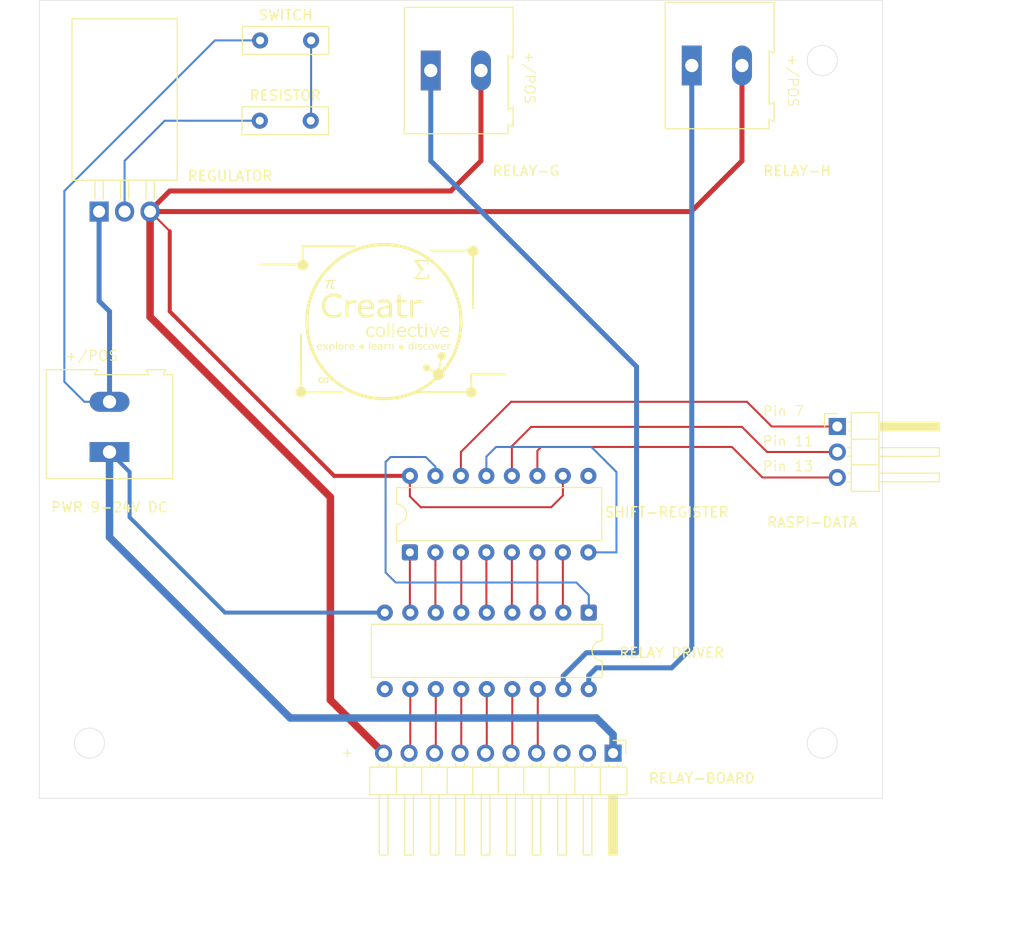
<source format=kicad_pcb>
(kicad_pcb (version 20241229) (generator "pcbnew") (generator_version "9.0")
  (layers (0 "F.Cu" signal) (2 "B.Cu" signal) (13 "F.Paste" user) (15 "B.Paste" user) (5 "F.SilkS" user "F.Silkscreen") (7 "B.SilkS" user "B.Silkscreen") (1 "F.Mask" user) (3 "B.Mask" user) (25 "Edge.Cuts" user))
  (net 0 "")
  (footprint "Resistor_THT:R_Box_L8.4mm_W2.5mm_P5.08mm" (layer "F.Cu") (at 76.5 74.5)
    (property "Reference" "SWITCH")
    (property "Value" "R_Box_L8.4mm_W2.5mm_P5.08mm")
  )
  (footprint "TerminalBlock:TerminalBlock_Altech_AK300-2_P5.00mm" (layer "F.Cu") (at 61.5 115.5 90)
    (property "Reference" "PWR 9-24V DC")
    (property "Value" "TerminalBlock_Altech_AK300-2_P5.00mm")
  )
  (footprint "TerminalBlock:TerminalBlock_Altech_AK300-2_P5.00mm" (layer "F.Cu") (at 119.5 77)
    (property "Reference" "RELAY-H")
    (property "Value" "TerminalBlock_Altech_AK300-2_P5.00mm")
  )
  (footprint "TerminalBlock:TerminalBlock_Altech_AK300-2_P5.00mm" (layer "F.Cu") (at 93.5 77.5)
    (property "Reference" "RELAY-G")
    (property "Value" "TerminalBlock_Altech_AK300-2_P5.00mm")
  )
  (footprint "Connector_PinHeader_2.54mm:PinHeader_1x10_P2.54mm_Horizontal" (layer "F.Cu") (at 111.66 145.5 -90)
    (property "Reference" "RELAY-BOARD")
    (property "Value" "PinHeader_1x10_P2.54mm_Horizontal")
  )
  (footprint "Package_DIP:CERDIP-16_W7.62mm_SideBrazed" (layer "F.Cu") (at 91.42 125.5 90)
    (property "Reference" "SHIFT-REGISTER")
    (property "Value" "CERDIP-16_W7.62mm_SideBrazed" (hide yes))
  )
  (footprint "Connector_PinHeader_2.54mm:PinHeader_1x03_P2.54mm_Horizontal" (layer "F.Cu") (at 134 112.96)
    (property "Reference" "RASPI-DATA")
    (property "Value" "PinHeader_1x03_P2.54mm_Horizontal")
  )
  (footprint "Package_TO_SOT_THT:TO-220F-3_Horizontal_TabDown" (layer "F.Cu") (at 60.46 91.55)
    (property "Reference" "REGULATOR")
    (property "Value" "TO-220F-3_Horizontal_TabDown")
  )
  (footprint "Resistor_THT:R_Box_L8.4mm_W2.5mm_P5.08mm" (layer "F.Cu") (at 76.465 82.5)
    (property "Reference" "RESISTOR")
    (property "Value" "R_Box_L8.4mm_W2.5mm_P5.08mm")
  )
  (footprint "Package_DIP:CERDIP-18_W7.62mm_SideBrazed" (layer "F.Cu") (at 109.24 131.5 -90)
    (property "Reference" "RELAY DRIVER")
    (property "Value" "CERDIP-18_W7.62mm_SideBrazed")
  )
  (gr_poly (pts (xy 93.559744 104.736637) (xy 93.573967 104.737575) (xy 93.587817 104.739138) (xy 93.601293 104.741326) (xy 93.614396 104.744139) (xy 93.627125 104.747577) (xy 93.63948 104.751641) (xy 93.651462 104.75633) (xy 93.66307 104.761643) (xy 93.674305 104.767582) (xy 93.685167 104.774146) (xy 93.695654 104.781335) (xy 93.705769 104.78915) (xy 93.71551 104.797589) (xy 93.724877 104.806654) (xy 93.733871 104.816343) (xy 93.742403 104.826509) (xy 93.750384 104.837126) (xy 93.757815 104.848196) (xy 93.764695 104.859718) (xy 93.771025 104.871692) (xy 93.776805 104.884118) (xy 93.782034 104.896997) (xy 93.786712 104.910327) (xy 93.790841 104.92411) (xy 93.794419 104.938345) (xy 93.797446 104.953032) (xy 93.799923 104.968171) (xy 93.801849 104.983762) (xy 93.803226 104.999806) (xy 93.804051 105.016302) (xy 93.804326 105.03325) (xy 93.804051 105.050197) (xy 93.803226 105.066693) (xy 93.801849 105.082737) (xy 93.799923 105.098328) (xy 93.797446 105.113467) (xy 93.794419 105.128154) (xy 93.790841 105.142389) (xy 93.786712 105.156172) (xy 93.782034 105.169502) (xy 93.776805 105.182381) (xy 93.771025 105.194807) (xy 93.764695 105.206781) (xy 93.757815 105.218303) (xy 93.750384 105.229373) (xy 93.742403 105.23999) (xy 93.733871 105.250156) (xy 93.724877 105.259785) (xy 93.71551 105.268792) (xy 93.705769 105.277179) (xy 93.695654 105.284944) (xy 93.685167 105.292088) (xy 93.674305 105.298611) (xy 93.66307 105.304512) (xy 93.651462 105.309793) (xy 93.63948 105.314452) (xy 93.627125 105.31849) (xy 93.614396 105.321906) (xy 93.601293 105.324702) (xy 93.587817 105.326876) (xy 93.573967 105.328429) (xy 93.559744 105.329361) (xy 93.545148 105.329672) (xy 93.530429 105.329361) (xy 93.516092 105.328429) (xy 93.502136 105.326876) (xy 93.488562 105.324702) (xy 93.475369 105.321906) (xy 93.462557 105.31849) (xy 93.450127 105.314452) (xy 93.438078 105.309793) (xy 93.426411 105.304512) (xy 93.415125 105.298611) (xy 93.40422 105.292088) (xy 93.393697 105.284944) (xy 93.383555 105.277179) (xy 93.373795 105.268792) (xy 93.364416 105.259785) (xy 93.355418 105.250156) (xy 93.346947 105.23999) (xy 93.339022 105.229373) (xy 93.331644 105.218303) (xy 93.324813 105.206781) (xy 93.318528 105.194807) (xy 93.31279 105.182381) (xy 93.307598 105.169502) (xy 93.302952 105.156172) (xy 93.298854 105.142389) (xy 93.295301 105.128154) (xy 93.292295 105.113467) (xy 93.289836 105.098328) (xy 93.287923 105.082737) (xy 93.286557 105.066693) (xy 93.285737 105.050197) (xy 93.285464 105.03325) (xy 93.383097 105.03325) (xy 93.383264 105.046262) (xy 93.383765 105.058877) (xy 93.384601 105.071095) (xy 93.38577 105.082915) (xy 93.387274 105.094339) (xy 93.389112 105.105366) (xy 93.391285 105.115995) (xy 93.393791 105.126228) (xy 93.396632 105.136063) (xy 93.399807 105.145501) (xy 93.403316 105.154542) (xy 93.407159 105.163186) (xy 93.411337 105.171433) (xy 93.415848 105.179283) (xy 93.420694 105.186735) (xy 93.425875 105.193791) (xy 93.431353 105.200373) (xy 93.437096 105.20653) (xy 93.443102 105.212262) (xy 93.449371 105.21757) (xy 93.455903 105.222454) (xy 93.462699 105.226912) (xy 93.469759 105.230946) (xy 93.477082 105.234555) (xy 93.484668 105.23774) (xy 93.492518 105.2405) (xy 93.500631 105.242836) (xy 93.509007 105.244746) (xy 93.517647 105.246232) (xy 93.526551 105.247294) (xy 93.535717 105.247931) (xy 93.545148 105.248143) (xy 93.554456 105.247933) (xy 93.563509 105.247302) (xy 93.572306 105.24625) (xy 93.580848 105.244778) (xy 93.589134 105.242885) (xy 93.597165 105.240571) (xy 93.60494 105.237836) (xy 93.612459 105.234681) (xy 93.619723 105.231105) (xy 93.626731 105.227108) (xy 93.633484 105.222691) (xy 93.639981 105.217853) (xy 93.646223 105.212594) (xy 93.652209 105.206915) (xy 93.657939 105.200815) (xy 93.663414 105.194294) (xy 93.668655 105.187295) (xy 93.673558 105.179888) (xy 93.678123 105.172072) (xy 93.68235 105.163846) (xy 93.686238 105.155212) (xy 93.689788 105.146169) (xy 93.693001 105.136717) (xy 93.695875 105.126856) (xy 93.698411 105.116587) (xy 93.700609 105.105908) (xy 93.702468 105.094821) (xy 93.70399 105.083324) (xy 93.705173 105.071419) (xy 93.706019 105.059105) (xy 93.706526 105.046382) (xy 93.706695 105.03325) (xy 93.706528 105.019819) (xy 93.706026 105.006828) (xy 93.705191 104.994278) (xy 93.704021 104.982169) (xy 93.702517 104.970499) (xy 93.700679 104.95927) (xy 93.698507 104.948482) (xy 93.696 104.938133) (xy 93.69316 104.928226) (xy 93.689985 104.918758) (xy 93.686476 104.909731) (xy 93.682632 104.901144) (xy 93.678455 104.892997) (xy 93.673943 104.885291) (xy 93.669097 104.878025) (xy 93.663917 104.8712) (xy 93.65844 104.86474) (xy 93.652703 104.858697) (xy 93.646708 104.85307) (xy 93.640452 104.847861) (xy 93.633937 104.843068) (xy 93.627163 104.838692) (xy 93.620129 104.834733) (xy 93.612836 104.831191) (xy 93.605283 104.828065) (xy 93.59747 104.825356) (xy 93.589399 104.823064) (xy 93.581067 104.821188) (xy 93.572477 104.81973) (xy 93.563626 104.818688) (xy 93.554517 104.818063) (xy 93.545148 104.817854) (xy 93.535656 104.818063) (xy 93.526433 104.818688) (xy 93.517476 104.81973) (xy 93.508787 104.821188) (xy 93.500365 104.823064) (xy 93.492211 104.825356) (xy 93.484323 104.828065) (xy 93.476704 104.831191) (xy 93.469351 104.834733) (xy 93.462266 104.838692) (xy 93.455449 104.843068) (xy 93.448898 104.847861) (xy 93.442615 104.85307) (xy 93.4366 104.858697) (xy 93.430851 104.86474) (xy 93.42537 104.8712) (xy 93.420251 104.878025) (xy 93.415462 104.885291) (xy 93.411004 104.892997) (xy 93.406875 104.901144) (xy 93.403077 104.909731) (xy 93.39961 104.918758) (xy 93.396472 104.928226) (xy 93.393665 104.938133) (xy 93.391188 104.948482) (xy 93.389041 104.95927) (xy 93.387225 104.970499) (xy 93.385739 104.982169) (xy 93.384583 104.994278) (xy 93.383757 105.006828) (xy 93.383262 105.019819) (xy 93.383097 105.03325) (xy 93.285464 105.03325) (xy 93.285737 105.016302) (xy 93.286557 104.999806) (xy 93.287923 104.983763) (xy 93.289836 104.968172) (xy 93.292295 104.953033) (xy 93.295301 104.938346) (xy 93.298854 104.924111) (xy 93.302952 104.910328) (xy 93.307598 104.896998) (xy 93.31279 104.884119) (xy 93.318528 104.871693) (xy 93.324813 104.859719) (xy 93.331644 104.848197) (xy 93.339022 104.837127) (xy 93.346947 104.826509) (xy 93.355418 104.816343) (xy 93.364416 104.806654) (xy 93.373795 104.797589) (xy 93.383555 104.78915) (xy 93.393697 104.781335) (xy 93.40422 104.774146) (xy 93.415125 104.767582) (xy 93.426411 104.761643) (xy 93.438078 104.75633) (xy 93.450127 104.751641) (xy 93.462557 104.747577) (xy 93.475369 104.744139) (xy 93.488562 104.741326) (xy 93.502136 104.739138) (xy 93.516092 104.737575) (xy 93.530429 104.736637) (xy 93.545148 104.736325)) (fill yes) (layer "F.SilkS"))
  (gr_poly (pts (xy 93.035812 104.739053) (xy 93.047796 104.73969) (xy 93.059717 104.740752) (xy 93.071575 104.742238) (xy 93.08337 104.744149) (xy 93.095103 104.746484) (xy 93.106772 104.749244) (xy 93.118378 104.752429) (xy 93.129953 104.755921) (xy 93.141277 104.759601) (xy 93.152349 104.76347) (xy 93.163169 104.767527) (xy 93.173737 104.771773) (xy 93.184054 104.776208) (xy 93.194119 104.780832) (xy 93.203933 104.785644) (xy 93.203933 104.890825) (xy 93.198904 104.890825) (xy 93.188036 104.882639) (xy 93.177074 104.874941) (xy 93.166018 104.86773) (xy 93.154868 104.861007) (xy 93.149257 104.857828) (xy 93.143623 104.854771) (xy 93.137966 104.851836) (xy 93.132284 104.849023) (xy 93.126579 104.846332) (xy 93.120851 104.843762) (xy 93.115099 104.841315) (xy 93.109323 104.838989) (xy 93.103606 104.836795) (xy 93.097905 104.834743) (xy 93.09222 104.832832) (xy 93.08655 104.831063) (xy 93.080897 104.829435) (xy 93.075258 104.827949) (xy 93.069636 104.826604) (xy 93.064029 104.825401) (xy 93.058438 104.82434) (xy 93.052863 104.82342) (xy 93.047304 104.822641) (xy 93.04176 104.822005) (xy 93.036232 104.821509) (xy 93.03072 104.821155) (xy 93.025223 104.820943) (xy 93.019742 104.820872) (xy 93.009809 104.821085) (xy 93.000139 104.821722) (xy 92.990732 104.822783) (xy 92.981589 104.824269) (xy 92.972709 104.82618) (xy 92.964093 104.828516) (xy 92.95574 104.831276) (xy 92.94765 104.83446) (xy 92.939824 104.83807) (xy 92.932261 104.842104) (xy 92.924962 104.846562) (xy 92.917926 104.851445) (xy 92.911154 104.856753) (xy 92.904645 104.862486) (xy 92.898399 104.868643) (xy 92.892417 104.875225) (xy 92.88681 104.882154) (xy 92.881565 104.889481) (xy 92.876682 104.897204) (xy 92.872161 104.905325) (xy 92.868001 104.913843) (xy 92.864203 104.922759) (xy 92.860767 104.932071) (xy 92.857692 104.94178) (xy 92.854979 104.951887) (xy 92.852628 104.96239) (xy 92.850638 104.973291) (xy 92.849011 104.984589) (xy 92.847745 104.996284) (xy 92.84684 105.008376) (xy 92.846298 105.020865) (xy 92.846117 105.033751) (xy 92.846294 105.046276) (xy 92.846825 105.058435) (xy 92.847709 105.070228) (xy 92.848948 105.081656) (xy 92.85054 105.092718) (xy 92.852486 105.103414) (xy 92.854786 105.113745) (xy 92.85744 105.12371) (xy 92.860448 105.133309) (xy 92.86381 105.142543) (xy 92.867525 105.151411) (xy 92.871594 105.159914) (xy 92.876017 105.16805) (xy 92.880794 105.175821) (xy 92.885925 105.183227) (xy 92.89141 105.190266) (xy 92.897278 105.196848) (xy 92.903433 105.203005) (xy 92.909875 105.208738) (xy 92.916605 105.214046) (xy 92.923621 105.218929) (xy 92.930924 105.223387) (xy 92.938514 105.227421) (xy 92.946392 105.231031) (xy 92.954556 105.234215) (xy 92.963007 105.236975) (xy 92.971746 105.239311) (xy 92.980771 105.241222) (xy 92.990083 105.242708) (xy 92.999683 105.243769) (xy 93.009569 105.244406) (xy 93.019742 105.244619) (xy 93.02693 105.244501) (xy 93.034148 105.244147) (xy 93.041398 105.243556) (xy 93.04868 105.24273) (xy 93.055993 105.241668) (xy 93.063337 105.24037) (xy 93.070713 105.238836) (xy 93.078121 105.237065) (xy 93.08545 105.235106) (xy 93.09259 105.233006) (xy 93.099541 105.230765) (xy 93.106303 105.228382) (xy 93.112877 105.225858) (xy 93.119262 105.223193) (xy 93.125458 105.220386) (xy 93.131466 105.217439) (xy 93.136585 105.214781) (xy 93.141625 105.212092) (xy 93.146587 105.209371) (xy 93.15147 105.206619) (xy 93.156275 105.203835) (xy 93.161001 105.20102) (xy 93.165648 105.198174) (xy 93.170217 105.195296) (xy 93.178804 105.189477) (xy 93.182743 105.186732) (xy 93.186447 105.184098) (xy 93.189915 105.181573) (xy 93.193146 105.179159) (xy 93.196142 105.176855) (xy 93.198902 105.174661) (xy 93.203932 105.174661) (xy 93.203935 105.278841) (xy 93.192179 105.284346) (xy 93.180565 105.289536) (xy 93.169092 105.294411) (xy 93.157761 105.298972) (xy 93.146571 105.303218) (xy 93.135523 105.30715) (xy 93.124616 105.310767) (xy 93.113851 105.31407) (xy 93.103196 105.317019) (xy 93.092367 105.319574) (xy 93.081366 105.321737) (xy 93.070192 105.323507) (xy 93.058845 105.324883) (xy 93.047325 105.325866) (xy 93.035632 105.326456) (xy 93.023766 105.326652) (xy 93.008699 105.326377) (xy 92.993948 105.325551) (xy 92.97951 105.324175) (xy 92.965387 105.322249) (xy 92.951579 105.319772) (xy 92.938085 105.316744) (xy 92.924906 105.313166) (xy 92.912041 105.309038) (xy 92.905744 105.306703) (xy 92.899562 105.304226) (xy 92.893493 105.301607) (xy 92.887539 105.298847) (xy 92.881698 105.295945) (xy 92.875972 105.292902) (xy 92.870359 105.289718) (xy 92.864861 105.286391) (xy 92.859476 105.282924) (xy 92.854206 105.279314) (xy 92.849049 105.275563) (xy 92.844007 105.271671) (xy 92.839078 105.267637) (xy 92.834264 105.263462) (xy 92.829563 105.259145) (xy 92.824977 105.254686) (xy 92.820449 105.250082) (xy 92.816052 105.245328) (xy 92.811784 105.240425) (xy 92.807646 105.235373) (xy 92.803637 105.230171) (xy 92.799759 105.22482) (xy 92.79601 105.21932) (xy 92.792391 105.21367) (xy 92.788901 105.207871) (xy 92.785542 105.201922) (xy 92.782312 105.195824) (xy 92.779212 105.189576) (xy 92.776241 105.183179) (xy 92.7734 105.176633) (xy 92.770689 105.169937) (xy 92.768108 105.163092) (xy 92.76567 105.156099) (xy 92.76339 105.148961) (xy 92.761267 105.141677) (xy 92.759301 105.134248) (xy 92.757492 105.126674) (xy 92.755841 105.118954) (xy 92.754347 105.111088) (xy 92.75301 105.103077) (xy 92.75183 105.094921) (xy 92.750808 105.086619) (xy 92.749943 105.078172) (xy 92.749236 105.069579) (xy 92.748685 105.06084) (xy 92.748292 105.051957) (xy 92.747977 105.033752) (xy 92.748272 105.016747) (xy 92.749157 105.000207) (xy 92.750631 104.98413) (xy 92.752696 104.968517) (xy 92.75535 104.953368) (xy 92.758593 104.938683) (xy 92.762427 104.924462) (xy 92.76685 104.910705) (xy 92.771863 104.897411) (xy 92.777466 104.884582) (xy 92.783658 104.872217) (xy 92.790441 104.860316) (xy 92.797813 104.848878) (xy 92.805774 104.837905) (xy 92.814326 104.827396) (xy 92.823467 104.81735) (xy 92.833155 104.807843) (xy 92.84322 104.79895) (xy 92.853663 104.790669) (xy 92.864483 104.783002) (xy 92.875681 104.775949) (xy 92.887256 104.769509) (xy 92.899208 104.763682) (xy 92.911538 104.758468) (xy 92.924245 104.753868) (xy 92.93733 104.749881) (xy 92.950792 104.746508) (xy 92.964632 104.743748) (xy 92.978849 104.741601) (xy 92.993444 104.740068) (xy 93.008415 104.739148) (xy 93.023765 104.738841)) (fill yes) (layer "F.SilkS"))
  (gr_poly (pts (xy 82.44311 104.736588) (xy 82.456714 104.737366) (xy 82.469909 104.738664) (xy 82.482695 104.74048) (xy 82.495072 104.742816) (xy 82.50704 104.74567) (xy 82.5186 104.749044) (xy 82.52975 104.752936) (xy 82.540492 104.757347) (xy 82.550824 104.762277) (xy 82.560748 104.767727) (xy 82.570263 104.773695) (xy 82.579369 104.780182) (xy 82.588065 104.787188) (xy 82.596354 104.794714) (xy 82.604233 104.802758) (xy 82.611729 104.81128) (xy 82.618741 104.820239) (xy 82.62527 104.829634) (xy 82.631315 104.839465) (xy 82.636876 104.849733) (xy 82.641954 104.860437) (xy 82.646548 104.871578) (xy 82.650659 104.883155) (xy 82.654286 104.895168) (xy 82.657429 104.907618) (xy 82.660089 104.920504) (xy 82.662265 104.933827) (xy 82.663958 104.947586) (xy 82.665167 104.961781) (xy 82.665892 104.976413) (xy 82.666134 104.991481) (xy 82.666135 105.042814) (xy 82.25195 105.042814) (xy 82.252194 105.055568) (xy 82.252925 105.067914) (xy 82.253474 105.073934) (xy 82.254144 105.079851) (xy 82.254936 105.085666) (xy 82.25585 105.091379) (xy 82.256886 105.096989) (xy 82.258044 105.102498) (xy 82.259324 105.107904) (xy 82.260726 105.113208) (xy 82.262249 105.118409) (xy 82.263895 105.123509) (xy 82.265662 105.128506) (xy 82.267551 105.133401) (xy 82.269547 105.138129) (xy 82.271632 105.142751) (xy 82.273809 105.147267) (xy 82.276075 105.151676) (xy 82.278432 105.155979) (xy 82.28088 105.160177) (xy 82.283418 105.164268) (xy 82.286046 105.168252) (xy 82.288765 105.172131) (xy 82.291574 105.175904) (xy 82.294474 105.17957) (xy 82.297464 105.183131) (xy 82.300544 105.186585) (xy 82.303715 105.189933) (xy 82.306977 105.193174) (xy 82.310328 105.19631) (xy 82.313637 105.199282) (xy 82.31702 105.202161) (xy 82.320478 105.204944) (xy 82.324011 105.207634) (xy 82.327618 105.210229) (xy 82.3313 105.212729) (xy 82.335057 105.215135) (xy 82.338888 105.217447) (xy 82.342795 105.219665) (xy 82.346776 105.221788) (xy 82.350831 105.223816) (xy 82.354961 105.225751) (xy 82.359166 105.227591) (xy 82.363446 105.229336) (xy 82.3678 105.230987) (xy 82.37223 105.232544) (xy 82.376786 105.234007) (xy 82.381398 105.235375) (xy 82.386065 105.236649) (xy 82.390787 105.237828) (xy 82.395564 105.238914) (xy 82.400396 105.239904) (xy 82.405284 105.240801) (xy 82.410226 105.241603) (xy 82.420275 105.242924) (xy 82.430545 105.243868) (xy 82.441035 105.244434) (xy 82.451745 105.244622) (xy 82.458918 105.244534) (xy 82.466096 105.244269) (xy 82.473277 105.243826) (xy 82.480462 105.243207) (xy 82.487652 105.242411) (xy 82.494845 105.241438) (xy 82.502042 105.240288) (xy 82.509243 105.238961) (xy 82.516448 105.237457) (xy 82.523657 105.235777) (xy 82.530869 105.233919) (xy 82.538086 105.231884) (xy 82.545307 105.229673) (xy 82.552531 105.227284) (xy 82.55976 105.224719) (xy 82.566992 105.221977) (xy 82.58106 105.216204) (xy 82.594074 105.210464) (xy 82.606034 105.204755) (xy 82.616941 105.199077) (xy 82.626794 105.193431) (xy 82.631325 105.19062) (xy 82.635593 105.187817) (xy 82.639597 105.185021) (xy 82.643338 105.182234) (xy 82.646816 105.179454) (xy 82.65003 105.176682) (xy 82.655062 105.176682) (xy 82.655062 105.279852) (xy 82.643078 105.284782) (xy 82.631032 105.289508) (xy 82.618922 105.294029) (xy 82.606749 105.298346) (xy 82.594514 105.302458) (xy 82.582215 105.306367) (xy 82.569854 105.31007) (xy 82.557429 105.31357) (xy 82.544895 105.316754) (xy 82.532203 105.319515) (xy 82.519354 105.32185) (xy 82.506348 105.323761) (xy 82.493185 105.325247) (xy 82.479864 105.326308) (xy 82.466386 105.326945) (xy 82.452751 105.327158) (xy 82.435503 105.326863) (xy 82.418734 105.325978) (xy 82.402445 105.324504) (xy 82.386635 105.322439) (xy 82.371305 105.319786) (xy 82.356455 105.316542) (xy 82.342085 105.312708) (xy 82.328194 105.308285) (xy 82.314783 105.303272) (xy 82.301851 105.297669) (xy 82.289399 105.291477) (xy 82.277427 105.284694) (xy 82.265935 105.277322) (xy 82.254922 105.269361) (xy 82.244389 105.260809) (xy 82.234335 105.251668) (xy 82.224828 105.241921) (xy 82.215935 105.231679) (xy 82.207655 105.220941) (xy 82.199988 105.209709) (xy 82.192934 105.19798) (xy 82.186494 105.185757) (xy 82.180667 105.173037) (xy 82.175454 105.159823) (xy 82.170853 105.146113) (xy 82.166867 105.131908) (xy 82.163493 105.117207) (xy 82.160733 105.102011) (xy 82.158586 105.08632) (xy 82.157053 105.070133) (xy 82.156133 105.05345) (xy 82.155826 105.036273) (xy 82.156119 105.019258) (xy 82.156998 105.002688) (xy 82.158462 104.986561) (xy 82.160513 104.97088) (xy 82.160605 104.970345) (xy 82.251949 104.970345) (xy 82.574037 104.970345) (xy 82.573832 104.961166) (xy 82.573339 104.952251) (xy 82.572559 104.943599) (xy 82.571492 104.935211) (xy 82.570137 104.927086) (xy 82.568496 104.919224) (xy 82.566568 104.911626) (xy 82.564352 104.904292) (xy 82.56185 104.89722) (xy 82.55906 104.890413) (xy 82.555983 104.883868) (xy 82.552619 104.877587) (xy 82.548968 104.87157) (xy 82.54503 104.865816) (xy 82.540805 104.860325) (xy 82.536292 104.855098) (xy 82.531549 104.850161) (xy 82.526503 104.845544) (xy 82.521153 104.841244) (xy 82.515502 104.837263) (xy 82.509547 104.833601) (xy 82.50329 104.830257) (xy 82.49673 104.827232) (xy 82.489867 104.824525) (xy 82.482701 104.822136) (xy 82.475233 104.820066) (xy 82.467462 104.818314) (xy 82.459388 104.816881) (xy 82.451011 104.815767) (xy 82.442332 104.81497) (xy 82.43335 104.814493) (xy 82.424065 104.814334) (xy 82.414686 104.814508) (xy 82.405547 104.815033) (xy 82.396647 104.815908) (xy 82.387988 104.817133) (xy 82.379568 104.818708) (xy 82.371388 104.820632) (xy 82.363448 104.822907) (xy 82.355748 104.825531) (xy 82.348287 104.828506) (xy 82.341066 104.83183) (xy 82.334086 104.835505) (xy 82.327345 104.839529) (xy 82.320843 104.843903) (xy 82.314582 104.848627) (xy 82.308561 104.853701) (xy 82.302779 104.859125) (xy 82.297332 104.864808) (xy 82.292187 104.870661) (xy 82.287345 104.876682) (xy 82.282806 104.882872) (xy 82.278569 104.889232) (xy 82.274636 104.89576) (xy 82.271005 104.902458) (xy 82.267676 104.909325) (xy 82.264651 104.91636) (xy 82.261928 104.923565) (xy 82.259508 104.930939) (xy 82.257391 104.938482) (xy 82.255577 104.946194) (xy 82.254065 104.954075) (xy 82.252856 104.962125) (xy 82.251949 104.970345) (xy 82.160605 104.970345) (xy 82.163149 104.955642) (xy 82.166371 104.940849) (xy 82.170179 104.9265) (xy 82.174573 104.912596) (xy 82.179552 104.899136) (xy 82.185118 104.88612) (xy 82.191269 104.873548) (xy 82.198006 104.861421) (xy 82.205329 104.849738) (xy 82.213238 104.838499) (xy 82.221732 104.827704) (xy 82.230813 104.817354) (xy 82.240434 104.807542) (xy 82.250424 104.798364) (xy 82.260784 104.789818) (xy 82.271514 104.781906) (xy 82.282613 104.774626) (xy 82.294082 104.767979) (xy 82.30592 104.761966) (xy 82.318128 104.756585) (xy 82.330706 104.751837) (xy 82.343653 104.747723) (xy 82.35697 104.744241) (xy 82.370656 104.741393) (xy 82.384712 104.739177) (xy 82.399138 104.737595) (xy 82.413933 104.736645) (xy 82.429098 104.736328)) (fill yes) (layer "F.SilkS"))
  (gr_poly (pts (xy 86.615507 104.802506) (xy 86.626644 104.803267) (xy 86.637572 104.804535) (xy 86.648292 104.80631) (xy 86.658803 104.808593) (xy 86.669106 104.811382) (xy 86.679201 104.814679) (xy 86.689088 104.818483) (xy 86.698765 104.822794) (xy 86.708235 104.827613) (xy 86.717496 104.832938) (xy 86.726549 104.838771) (xy 86.735394 104.845111) (xy 86.74403 104.851959) (xy 86.752457 104.859313) (xy 86.760677 104.867175) (xy 86.768538 104.875396) (xy 86.775893 104.883829) (xy 86.78274 104.892475) (xy 86.78908 104.901333) (xy 86.794912 104.910404) (xy 86.800238 104.919686) (xy 86.805056 104.929181) (xy 86.809367 104.938889) (xy 86.813171 104.948809) (xy 86.816468 104.958941) (xy 86.819258 104.969285) (xy 86.82154 104.979842) (xy 86.823315 104.990611) (xy 86.824583 105.001592) (xy 86.825344 105.012786) (xy 86.825598 105.024192) (xy 86.825344 105.035537) (xy 86.824583 105.046673) (xy 86.823315 105.057601) (xy 86.82154 105.068321) (xy 86.819258 105.078833) (xy 86.816468 105.089136) (xy 86.813171 105.099231) (xy 86.809367 105.109117) (xy 86.805056 105.118795) (xy 86.800238 105.128265) (xy 86.794912 105.137526) (xy 86.78908 105.146579) (xy 86.78274 105.155423) (xy 86.775893 105.16406) (xy 86.768538 105.172487) (xy 86.760677 105.180707) (xy 86.752457 105.188568) (xy 86.74403 105.195922) (xy 86.735394 105.202769) (xy 86.726549 105.209109) (xy 86.717496 105.214942) (xy 86.708235 105.220267) (xy 86.698765 105.225086) (xy 86.689088 105.229397) (xy 86.679201 105.233201) (xy 86.669106 105.236497) (xy 86.658803 105.239287) (xy 86.648292 105.241569) (xy 86.637572 105.243344) (xy 86.626644 105.244612) (xy 86.615507 105.245373) (xy 86.604162 105.245627) (xy 86.592756 105.245373) (xy 86.581562 105.244612) (xy 86.570581 105.243344) (xy 86.559812 105.241569) (xy 86.549255 105.239287) (xy 86.538911 105.236497) (xy 86.528779 105.233201) (xy 86.518859 105.229397) (xy 86.509152 105.225086) (xy 86.499657 105.220267) (xy 86.490374 105.214942) (xy 86.481303 105.209109) (xy 86.472445 105.202769) (xy 86.463799 105.195922) (xy 86.455366 105.188568) (xy 86.447144 105.180707) (xy 86.439283 105.172487) (xy 86.431929 105.16406) (xy 86.425081 105.155423) (xy 86.418741 105.146579) (xy 86.412909 105.137526) (xy 86.407583 105.128265) (xy 86.402765 105.118795) (xy 86.398454 105.109117) (xy 86.39465 105.099231) (xy 86.391353 105.089136) (xy 86.388563 105.078833) (xy 86.386281 105.068321) (xy 86.384506 105.057601) (xy 86.383238 105.046673) (xy 86.382477 105.035537) (xy 86.382223 105.024192) (xy 86.382477 105.012786) (xy 86.383238 105.001592) (xy 86.384506 104.990611) (xy 86.386281 104.979842) (xy 86.388563 104.969285) (xy 86.391353 104.958941) (xy 86.39465 104.948809) (xy 86.398454 104.938889) (xy 86.402765 104.929181) (xy 86.407583 104.919686) (xy 86.412909 104.910404) (xy 86.418741 104.901333) (xy 86.425081 104.892475) (xy 86.431929 104.883829) (xy 86.439283 104.875396) (xy 86.447144 104.867175) (xy 86.455366 104.859313) (xy 86.463799 104.851959) (xy 86.472445 104.845111) (xy 86.481303 104.838771) (xy 86.490374 104.832938) (xy 86.499657 104.827613) (xy 86.509152 104.822794) (xy 86.518859 104.818483) (xy 86.528779 104.814679) (xy 86.538911 104.811382) (xy 86.549255 104.808593) (xy 86.559812 104.80631) (xy 86.570581 104.804535) (xy 86.581562 104.803267) (xy 86.592756 104.802506) (xy 86.604162 104.802253)) (fill yes) (layer "F.SilkS"))
  (gr_poly (pts (xy 88.474796 104.73851) (xy 88.488911 104.738982) (xy 88.502538 104.739768) (xy 88.515678 104.740869) (xy 88.528331 104.742285) (xy 88.540495 104.744016) (xy 88.552172 104.746061) (xy 88.563362 104.748421) (xy 88.568851 104.749671) (xy 88.574245 104.751031) (xy 88.579545 104.752501) (xy 88.584751 104.754081) (xy 88.589862 104.755771) (xy 88.594879 104.757572) (xy 88.599802 104.759482) (xy 88.60463 104.761503) (xy 88.609364 104.763634) (xy 88.614003 104.765875) (xy 88.618548 104.768227) (xy 88.622999 104.770688) (xy 88.627355 104.77326) (xy 88.631618 104.775942) (xy 88.635785 104.778733) (xy 88.639859 104.781636) (xy 88.643763 104.784582) (xy 88.647549 104.787635) (xy 88.651217 104.790794) (xy 88.654767 104.79406) (xy 88.6582 104.797431) (xy 88.661514 104.800909) (xy 88.664711 104.804492) (xy 88.667789 104.808182) (xy 88.67075 104.811978) (xy 88.673592 104.815881) (xy 88.676317 104.819889) (xy 88.678924 104.824004) (xy 88.681412 104.828224) (xy 88.683783 104.832551) (xy 88.686036 104.836984) (xy 88.688171 104.841524) (xy 88.690182 104.846185) (xy 88.692063 104.850983) (xy 88.693815 104.85592) (xy 88.695437 104.860994) (xy 88.696929 104.866205) (xy 88.698291 104.871554) (xy 88.699524 104.877041) (xy 88.700627 104.882665) (xy 88.7016 104.888427) (xy 88.702443 104.894326) (xy 88.703157 104.900363) (xy 88.70374 104.906538) (xy 88.704195 104.91285) (xy 88.704519 104.9193) (xy 88.704714 104.925887) (xy 88.704778 104.932613) (xy 88.704777 105.314071) (xy 88.610668 105.314071) (xy 88.610668 105.254183) (xy 88.603811 105.258902) (xy 88.595821 105.2645) (xy 88.586699 105.27098) (xy 88.576445 105.27834) (xy 88.571176 105.28202) (xy 88.56594 105.285511) (xy 88.560734 105.288814) (xy 88.55556 105.291928) (xy 88.550417 105.294853) (xy 88.545306 105.29759) (xy 88.540226 105.300137) (xy 88.535178 105.302497) (xy 88.529154 105.305328) (xy 88.522911 105.308033) (xy 88.516447 105.310612) (xy 88.509763 105.313066) (xy 88.502859 105.315393) (xy 88.495735 105.317595) (xy 88.48839 105.319671) (xy 88.480826 105.321621) (xy 88.472986 105.32351) (xy 88.464815 105.325147) (xy 88.456315 105.326532) (xy 88.447484 105.327666) (xy 88.438323 105.328547) (xy 88.428832 105.329177) (xy 88.419011 105.329555) (xy 88.408859 105.32968) (xy 88.39945 105.329484) (xy 88.390223 105.328894) (xy 88.381176 105.327911) (xy 88.37231 105.326535) (xy 88.363625 105.324766) (xy 88.35512 105.322603) (xy 88.346797 105.320048) (xy 88.338654 105.317099) (xy 88.330692 105.313757) (xy 88.322911 105.310021) (xy 88.315311 105.305893) (xy 88.307892 105.301371) (xy 88.300654 105.296457) (xy 88.293596 105.291149) (xy 88.28672 105.285447) (xy 88.280024 105.279353) (xy 88.273625 105.272954) (xy 88.267639 105.266339) (xy 88.262066 105.259508) (xy 88.256905 105.25246) (xy 88.252158 105.245196) (xy 88.247823 105.237716) (xy 88.243901 105.23002) (xy 88.240392 105.222107) (xy 88.237296 105.213978) (xy 88.234612 105.205633) (xy 88.232342 105.197072) (xy 88.230484 105.188294) (xy 88.229039 105.1793) (xy 88.228007 105.17009) (xy 88.227388 105.160663) (xy 88.227181 105.151021) (xy 88.227269 105.144476) (xy 88.324814 105.144476) (xy 88.324928 105.150422) (xy 88.32527 105.156184) (xy 88.325841 105.161762) (xy 88.326639 105.167154) (xy 88.327665 105.172362) (xy 88.328919 105.177384) (xy 88.330402 105.182222) (xy 88.332112 105.186876) (xy 88.33405 105.191344) (xy 88.336217 105.195628) (xy 88.338611 105.199726) (xy 88.341234 105.20364) (xy 88.344084 105.20737) (xy 88.347163 105.210914) (xy 88.350469 105.214274) (xy 88.354004 105.217449) (xy 88.357773 105.220374) (xy 88.361781 105.223111) (xy 88.366029 105.225658) (xy 88.370517 105.228017) (xy 88.375245 105.230188) (xy 88.380213 105.232169) (xy 88.38542 105.233962) (xy 88.390868 105.235566) (xy 88.396555 105.236982) (xy 88.402482 105.238209) (xy 88.408649 105.239247) (xy 88.415055 105.240096) (xy 88.421702 105.240756) (xy 88.428588 105.241228) (xy 88.435715 105.241511) (xy 88.443081 105.241606) (xy 88.449275 105.241531) (xy 88.455403 105.241307) (xy 88.461464 105.240933) (xy 88.467458 105.240411) (xy 88.473385 105.239738) (xy 88.479245 105.238917) (xy 88.485038 105.237945) (xy 88.490765 105.236825) (xy 88.496425 105.235555) (xy 88.502017 105.234136) (xy 88.507543 105.232567) (xy 88.513003 105.230849) (xy 88.518395 105.228981) (xy 88.52372 105.226964) (xy 88.528979 105.224798) (xy 88.534171 105.222482) (xy 88.544393 105.217457) (xy 88.554427 105.212197) (xy 88.564273 105.2067) (xy 88.573929 105.200968) (xy 88.583397 105.194999) (xy 88.592676 105.188795) (xy 88.601766 105.182354) (xy 88.610668 105.175678) (xy 88.610668 105.175674) (xy 88.610668 105.019159) (xy 88.588052 105.020574) (xy 88.563487 105.022305) (xy 88.536971 105.024351) (xy 88.508506 105.026712) (xy 88.494289 105.02804) (xy 88.480826 105.02951) (xy 88.468119 105.031122) (xy 88.456166 105.032875) (xy 88.444969 105.034771) (xy 88.434526 105.036808) (xy 88.424838 105.038986) (xy 88.415905 105.041307) (xy 88.41087 105.042805) (xy 88.405957 105.044405) (xy 88.401166 105.046108) (xy 88.396498 105.047912) (xy 88.39195 105.049819) (xy 88.387525 105.051828) (xy 88.383222 105.05394) (xy 88.379041 105.056153) (xy 88.374981 105.058469) (xy 88.371044 105.060887) (xy 88.367228 105.063407) (xy 88.363534 105.06603) (xy 88.359962 105.068755) (xy 88.356512 105.071582) (xy 88.353184 105.074511) (xy 88.349978 105.077542) (xy 88.346931 105.080634) (xy 88.34408 105.083872) (xy 88.341426 105.087256) (xy 88.338969 105.090784) (xy 88.336708 105.094459) (xy 88.334644 105.098278) (xy 88.332776 105.102243) (xy 88.331105 105.106354) (xy 88.329631 105.11061) (xy 88.328353 105.115012) (xy 88.327272 105.119559) (xy 88.326387 105.124251) (xy 88.325699 105.129089) (xy 88.325207 105.134072) (xy 88.324913 105.139201) (xy 88.324814 105.144476) (xy 88.227269 105.144476) (xy 88.227288 105.143128) (xy 88.227606 105.135428) (xy 88.228137 105.12792) (xy 88.22888 105.120606) (xy 88.229835 105.113483) (xy 88.231003 105.106554) (xy 88.232383 105.099817) (xy 88.233976 105.093272) (xy 88.23578 105.086921) (xy 88.237797 105.080761) (xy 88.240027 105.074795) (xy 88.242468 105.069021) (xy 88.245122 105.06344) (xy 88.247988 105.058051) (xy 88.251067 105.052855) (xy 88.254357 105.047852) (xy 88.257908 105.042949) (xy 88.261639 105.03818) (xy 88.265551 105.033545) (xy 88.269644 105.029043) (xy 88.273918 105.024675) (xy 88.278372 105.02044) (xy 88.283008 105.016339) (xy 88.287824 105.012372) (xy 88.292821 105.008538) (xy 88.297999 105.004839) (xy 88.303358 105.001272) (xy 88.308898 104.99784) (xy 88.314619 104.994541) (xy 88.320521 104.991376) (xy 88.326603 104.988344) (xy 88.332867 104.985446) (xy 88.339364 104.982672) (xy 88.346022 104.980013) (xy 88.352842 104.977467) (xy 88.359822 104.975035) (xy 88.366964 104.972718) (xy 88.374267 104.970514) (xy 88.381732 104.968424) (xy 88.389357 104.966449) (xy 88.405092 104.96284) (xy 88.421472 104.959686) (xy 88.438496 104.956989) (xy 88.456165 104.954748) (xy 88.492809 104.950974) (xy 88.530773 104.947703) (xy 88.570059 104.944935) (xy 88.610666 104.94267) (xy 88.610666 104.928076) (xy 88.610621 104.924093) (xy 88.610485 104.920197) (xy 88.610259 104.916387) (xy 88.609943 104.912663) (xy 88.609536 104.909026) (xy 88.609038 104.905476) (xy 88.608451 104.902012) (xy 88.607772 104.898634) (xy 88.607004 104.895343) (xy 88.606144 104.892139) (xy 88.605195 104.889021) (xy 88.604155 104.88599) (xy 88.603024 104.883045) (xy 88.601804 104.880186) (xy 88.600492 104.877415) (xy 88.599091 104.874729) (xy 88.597667 104.872123) (xy 88.596166 104.869587) (xy 88.594585 104.867122) (xy 88.592926 104.864727) (xy 88.591188 104.862404) (xy 88.589372 104.860151) (xy 88.587476 104.857969) (xy 88.585503 104.855858) (xy 88.58345 104.853817) (xy 88.581319 104.851847) (xy 88.57911 104.849948) (xy 88.576821 104.84812) (xy 88.574454 104.846363) (xy 88.572009 104.844676) (xy 88.569485 104.84306) (xy 88.566882 104.841515) (xy 88.564334 104.840097) (xy 88.561723 104.838739) (xy 88.55905 104.837439) (xy 88.556313 104.836199) (xy 88.553514 104.835017) (xy 88.550652 104.833895) (xy 88.547727 104.832831) (xy 88.544738 104.831826) (xy 88.541687 104.830881) (xy 88.538573 104.829994) (xy 88.535396 104.829166) (xy 88.532157 104.828398) (xy 88.528854 104.827688) (xy 88.525488 104.827037) (xy 88.522059 104.826446) (xy 88.518568 104.825913) (xy 88.511483 104.824969) (xy 88.50432 104.824152) (xy 88.497077 104.82346) (xy 88.489757 104.822894) (xy 88.482357 104.822454) (xy 88.474879 104.82214) (xy 88.467322 104.821951) (xy 88.459687 104.821888) (xy 88.450243 104.822045) (xy 88.440531 104.822517) (xy 88.430552 104.823304) (xy 88.420306 104.824405) (xy 88.409793 104.825821) (xy 88.399012 104.827552) (xy 88.387964 104.829597) (xy 88.376649 104.831957) (xy 88.365152 104.834488) (xy 88.353562 104.837302) (xy 88.341877 104.8404) (xy 88.330097 104.843781) (xy 88.318223 104.847445) (xy 88.306255 104.851393) (xy 88.294192 104.855624) (xy 88.282035 104.860138) (xy 88.277006 104.860138) (xy 88.277006 104.764015) (xy 88.284311 104.762105) (xy 88.292387 104.760148) (xy 88.301233 104.758144) (xy 88.31085 104.756091) (xy 88.321238 104.753992) (xy 88.332396 104.751845) (xy 88.357025 104.747409) (xy 88.370086 104.745286) (xy 88.3831 104.743447) (xy 88.396067 104.74189) (xy 88.408986 104.740617) (xy 88.421859 104.739626) (xy 88.434684 104.738918) (xy 88.447462 104.738494) (xy 88.460193 104.738352)) (fill yes) (layer "F.SilkS"))
  (gr_poly (pts (xy 93.195445 96.373898) (xy 93.198834 96.374184) (xy 93.202114 96.374584) (xy 93.205285 96.375099) (xy 93.208348 96.375728) (xy 93.211301 96.376472) (xy 93.214147 96.377329) (xy 93.216883 96.378302) (xy 93.219511 96.379388) (xy 93.22203 96.380589) (xy 93.224441 96.381905) (xy 93.226743 96.383334) (xy 93.228936 96.384878) (xy 93.23102 96.386537) (xy 93.232996 96.38831) (xy 93.234864 96.390197) (xy 93.236622 96.392199) (xy 93.238272 96.394315) (xy 93.239813 96.396545) (xy 93.241246 96.39889) (xy 93.24257 96.401349) (xy 93.243785 96.403922) (xy 93.244892 96.40661) (xy 93.24589 96.409412) (xy 93.246779 96.412329) (xy 93.247559 96.41536) (xy 93.248231 96.418505) (xy 93.248795 96.421765) (xy 93.249249 96.425139) (xy 93.249833 96.432231) (xy 93.256418 96.509824) (xy 93.264473 96.607914) (xy 93.270878 96.661718) (xy 93.278381 96.717717) (xy 93.286982 96.775912) (xy 93.296681 96.836303) (xy 93.293661 96.837767) (xy 93.290459 96.839231) (xy 93.287073 96.840695) (xy 93.283505 96.842159) (xy 93.279753 96.843623) (xy 93.275818 96.845087) (xy 93.271701 96.846551) (xy 93.2674 96.848015) (xy 93.26557 96.848724) (xy 93.26374 96.849388) (xy 93.26191 96.850005) (xy 93.26008 96.850577) (xy 93.25825 96.851103) (xy 93.25642 96.851584) (xy 93.25459 96.852018) (xy 93.25276 96.852407) (xy 93.25093 96.85275) (xy 93.2491 96.853048) (xy 93.24727 96.853299) (xy 93.24544 96.853505) (xy 93.24361 96.853665) (xy 93.24178 96.853779) (xy 93.23995 96.853848) (xy 93.23812 96.853871) (xy 93.23557 96.853837) (xy 93.233042 96.853734) (xy 93.230537 96.853562) (xy 93.228055 96.853322) (xy 93.225596 96.853013) (xy 93.22316 96.852636) (xy 93.220746 96.85219) (xy 93.218356 96.851675) (xy 93.215988 96.851092) (xy 93.213643 96.85044) (xy 93.211321 96.849719) (xy 93.209022 96.84893) (xy 93.206746 96.848072) (xy 93.204493 96.847145) (xy 93.202262 96.84615) (xy 93.200055 96.845087) (xy 93.198259 96.843577) (xy 93.196532 96.841976) (xy 93.194874 96.840283) (xy 93.193284 96.838498) (xy 93.191763 96.836623) (xy 93.190311 96.834655) (xy 93.188927 96.832597) (xy 93.187612 96.830446) (xy 93.186365 96.828205) (xy 93.185187 96.825871) (xy 93.184077 96.823447) (xy 93.183037 96.82093) (xy 93.182064 96.818322) (xy 93.181161 96.815623) (xy 93.180326 96.812832) (xy 93.179559 96.80995) (xy 93.175076 96.786388) (xy 93.170409 96.764016) (xy 93.16556 96.742833) (xy 93.160527 96.72284) (xy 93.155311 96.704037) (xy 93.149913 96.686423) (xy 93.144331 96.669998) (xy 93.138566 96.654763) (xy 93.135569 96.647546) (xy 93.132435 96.640535) (xy 93.129164 96.633729) (xy 93.125756 96.62713) (xy 93.12221 96.620736) (xy 93.118527 96.614548) (xy 93.114707 96.608566) (xy 93.110749 96.60279) (xy 93.106655 96.59722) (xy 93.102423 96.591856) (xy 93.098054 96.586697) (xy 93.093547 96.581745) (xy 93.088904 96.576998) (xy 93.084123 96.572457) (xy 93.079204 96.568122) (xy 93.074149 96.563993) (xy 93.068933 96.560047) (xy 93.063535 96.556262) (xy 93.057953 96.552636) (xy 93.052188 96.54917) (xy 93.046241 96.545865) (xy 93.04011 96.542719) (xy 93.033796 96.539734) (xy 93.0273 96.536909) (xy 93.02062 96.534244) (xy 93.013758 96.531739) (xy 93.006712 96.529394) (xy 92.999483 96.52721) (xy 92.992072 96.525185) (xy 92.984477 96.523321) (xy 92.976699 96.521617) (xy 92.968739 96.520073) (xy 92.952085 96.517327) (xy 92.934334 96.514948) (xy 92.915485 96.512935) (xy 92.895537 96.511288) (xy 92.874492 96.510007) (xy 92.852349 96.509092) (xy 92.829107 96.508543) (xy 92.804768 96.50836) (xy 92.225013 96.50836) (xy 92.77256 97.278439) (xy 92.072754 98.171497) (xy 92.848689 98.171497) (xy 92.872297 98.171177) (xy 92.894806 98.170216) (xy 92.916217 98.168615) (xy 92.936531 98.166373) (xy 92.955746 98.163491) (xy 92.973864 98.159968) (xy 92.990883 98.155805) (xy 93.006804 98.151001) (xy 93.01441 98.148004) (xy 93.021856 98.144871) (xy 93.029142 98.141599) (xy 93.036267 98.138191) (xy 93.043233 98.134645) (xy 93.050038 98.130962) (xy 93.056684 98.127142) (xy 93.063169 98.123185) (xy 93.069494 98.11909) (xy 93.075659 98.114858) (xy 93.081664 98.110489) (xy 93.087508 98.105982) (xy 93.093193 98.101338) (xy 93.098718 98.096557) (xy 93.104082 98.091639) (xy 93.109286 98.086584) (xy 93.114708 98.081379) (xy 93.119992 98.076015) (xy 93.125139 98.070491) (xy 93.130149 98.064806) (xy 93.135022 98.058961) (xy 93.139757 98.052956) (xy 93.144355 98.046792) (xy 93.148815 98.040466) (xy 93.153139 98.033981) (xy 93.157325 98.027336) (xy 93.161374 98.02053) (xy 93.165286 98.013565) (xy 93.16906 98.006439) (xy 93.172697 97.999153) (xy 93.176197 97.991707) (xy 93.179559 97.984101) (xy 93.18688 97.967677) (xy 93.1942 97.950612) (xy 93.20152 97.932906) (xy 93.20884 97.91456) (xy 93.216161 97.895573) (xy 93.223481 97.875946) (xy 93.230801 97.855678) (xy 93.238121 97.83477) (xy 93.238899 97.831899) (xy 93.239767 97.829143) (xy 93.240728 97.826501) (xy 93.24178 97.823973) (xy 93.242923 97.82156) (xy 93.244158 97.819261) (xy 93.245485 97.817076) (xy 93.246903 97.815006) (xy 93.248413 97.81305) (xy 93.250014 97.811209) (xy 93.251707 97.809481) (xy 93.253492 97.807869) (xy 93.255368 97.80637) (xy 93.257336 97.804986) (xy 93.259395 97.803717) (xy 93.261546 97.802562) (xy 93.263719 97.801143) (xy 93.265847 97.799816) (xy 93.267928 97.798581) (xy 93.269964 97.797437) (xy 93.271954 97.796385) (xy 93.273898 97.795424) (xy 93.275797 97.794555) (xy 93.27765 97.793777) (xy 93.279457 97.793091) (xy 93.281219 97.792496) (xy 93.282934 97.791993) (xy 93.284605 97.791581) (xy 93.286229 97.791261) (xy 93.287807 97.791032) (xy 93.28934 97.790895) (xy 93.290827 97.790849) (xy 93.29483 97.790918) (xy 93.298788 97.791124) (xy 93.302699 97.791467) (xy 93.306565 97.791947) (xy 93.310385 97.792565) (xy 93.31416 97.79332) (xy 93.317888 97.794212) (xy 93.321571 97.795241) (xy 93.325209 97.796408) (xy 93.3288 97.797712) (xy 93.332346 97.799153) (xy 93.335846 97.800732) (xy 93.3393 97.802447) (xy 93.342708 97.8043) (xy 93.346071 97.80629) (xy 93.349388 97.808418) (xy 93.336944 97.872103) (xy 93.325963 97.934324) (xy 93.316447 97.995081) (xy 93.308395 98.054374) (xy 93.301623 98.110374) (xy 93.29595 98.161249) (xy 93.291376 98.207) (xy 93.287899 98.247627) (xy 93.287476 98.251584) (xy 93.286938 98.255404) (xy 93.286286 98.259087) (xy 93.28552 98.262633) (xy 93.284639 98.266041) (xy 93.283644 98.269313) (xy 93.282534 98.272447) (xy 93.28131 98.275443) (xy 93.279972 98.278303) (xy 93.278519 98.281025) (xy 93.276952 98.28361) (xy 93.275271 98.286057) (xy 93.273475 98.288368) (xy 93.271565 98.290541) (xy 93.269541 98.292577) (xy 93.267402 98.294476) (xy 93.265172 98.296248) (xy 93.262873 98.297907) (xy 93.260506 98.299451) (xy 93.25807 98.300881) (xy 93.255565 98.302196) (xy 93.252992 98.303397) (xy 93.25035 98.304484) (xy 93.247639 98.305456) (xy 93.24486 98.306314) (xy 93.242012 98.307057) (xy 93.239095 98.307686) (xy 93.23611 98.308201) (xy 93.233056 98.308601) (xy 93.229933 98.308887) (xy 93.226742 98.309059) (xy 93.223482 98.309116) (xy 93.209162 98.308979) (xy 93.194019 98.308567) (xy 93.178051 98.307881) (xy 93.161261 98.30692) (xy 93.143647 98.305685) (xy 93.125209 98.304175) (xy 93.105948 98.302391) (xy 93.085863 98.300332) (xy 93.06587 98.298273) (xy 93.045419 98.296489) (xy 93.024511 98.294979) (xy 93.003145 98.293744) (xy 92.981322 98.292783) (xy 92.959041 98.292096) (xy 92.936303 98.291685) (xy 92.913107 98.291547) (xy 91.815085 98.291547) (xy 91.815085 98.265195) (xy 91.815474 98.263731) (xy 91.815909 98.262267) (xy 91.816389 98.260803) (xy 91.816915 98.259339) (xy 91.817487 98.257875) (xy 91.818105 98.256411) (xy 91.818769 98.254947) (xy 91.819478 98.253483) (xy 91.820233 98.252019) (xy 91.821033 98.250555) (xy 91.82188 98.249091) (xy 91.822772 98.247627) (xy 91.82371 98.246163) (xy 91.824693 98.244699) (xy 91.825722 98.243234) (xy 91.826797 98.24177) (xy 92.503178 97.38385) (xy 91.83851 96.446871) (xy 91.837091 96.444241) (xy 91.835765 96.441473) (xy 91.834529 96.438567) (xy 91.833386 96.435525) (xy 91.832333 96.432345) (xy 91.831373 96.429028) (xy 91.830503 96.425574) (xy 91.829725 96.421983) (xy 91.829039 96.418254) (xy 91.828444 96.414388) (xy 91.827941 96.410385) (xy 91.827529 96.406244) (xy 91.827209 96.401967) (xy 91.82698 96.397552) (xy 91.826843 96.392999) (xy 91.826797 96.38831) (xy 92.898466 96.38831) (xy 92.943851 96.387944) (xy 92.986308 96.386846) (xy 93.025836 96.385016) (xy 93.062437 96.382454) (xy 93.079776 96.380395) (xy 93.096658 96.378611) (xy 93.113082 96.377101) (xy 93.129049 96.375866) (xy 93.144559 96.374905) (xy 93.159611 96.374218) (xy 93.174205 96.373807) (xy 93.188342 96.373669)) (fill yes) (layer "F.SilkS"))
  (gr_poly (pts (xy 87.142161 100.302695) (xy 87.18432 100.305108) (xy 87.225212 100.309129) (xy 87.264837 100.314758) (xy 87.303195 100.321996) (xy 87.340286 100.330842) (xy 87.376109 100.341297) (xy 87.410665 100.35336) (xy 87.443954 100.367031) (xy 87.475976 100.382311) (xy 87.50673 100.399199) (xy 87.536217 100.417695) (xy 87.564437 100.4378) (xy 87.59139 100.459513) (xy 87.617076 100.482835) (xy 87.641494 100.507765) (xy 87.664724 100.534175) (xy 87.686456 100.561938) (xy 87.706688 100.591054) (xy 87.725422 100.621522) (xy 87.742658 100.653342) (xy 87.758394 100.686516) (xy 87.772632 100.721041) (xy 87.785371 100.756919) (xy 87.796612 100.79415) (xy 87.806353 100.832733) (xy 87.814596 100.872669) (xy 87.82134 100.913957) (xy 87.826586 100.956598) (xy 87.830333 101.000591) (xy 87.832581 101.045936) (xy 87.83333 101.092635) (xy 87.833325 101.251719) (xy 86.549734 101.251719) (xy 86.550489 101.291246) (xy 86.552755 101.329507) (xy 86.554455 101.348162) (xy 86.556533 101.3665) (xy 86.558988 101.384521) (xy 86.561821 101.402225) (xy 86.565031 101.419613) (xy 86.56862 101.436684) (xy 86.572586 101.453438) (xy 86.57693 101.469876) (xy 86.581651 101.485996) (xy 86.58675 101.5018) (xy 86.592227 101.517287) (xy 86.598082 101.532457) (xy 86.604266 101.547109) (xy 86.61073 101.561432) (xy 86.617474 101.575426) (xy 86.624499 101.589092) (xy 86.631804 101.602428) (xy 86.639389 101.615435) (xy 86.647254 101.628113) (xy 86.6554 101.640462) (xy 86.663825 101.652482) (xy 86.672531 101.664174) (xy 86.681518 101.675536) (xy 86.690784 101.686569) (xy 86.700331 101.697273) (xy 86.710158 101.707649) (xy 86.720265 101.717695) (xy 86.730653 101.727413) (xy 86.740906 101.736624) (xy 86.751392 101.745543) (xy 86.762108 101.75417) (xy 86.773056 101.762504) (xy 86.784236 101.770546) (xy 86.795647 101.778296) (xy 86.807289 101.785753) (xy 86.819164 101.792917) (xy 86.831269 101.79979) (xy 86.843606 101.806369) (xy 86.856175 101.812657) (xy 86.868975 101.818651) (xy 86.882006 101.824354) (xy 86.895269 101.829764) (xy 86.908764 101.834881) (xy 86.92249 101.839706) (xy 86.936612 101.844239) (xy 86.950904 101.84848) (xy 86.965367 101.852428) (xy 86.980001 101.856084) (xy 86.994806 101.859447) (xy 87.009781 101.862517) (xy 87.024926 101.865296) (xy 87.040243 101.867781) (xy 87.071387 101.871876) (xy 87.103214 101.8748) (xy 87.135723 101.876555) (xy 87.168915 101.87714) (xy 87.191146 101.876865) (xy 87.213389 101.876043) (xy 87.235645 101.874672) (xy 87.257912 101.872753) (xy 87.280192 101.870286) (xy 87.302484 101.86727) (xy 87.324789 101.863706) (xy 87.347105 101.859594) (xy 87.369433 101.854933) (xy 87.391774 101.849724) (xy 87.414127 101.843967) (xy 87.436492 101.837661) (xy 87.45887 101.830807) (xy 87.481259 101.823405) (xy 87.503661 101.815454) (xy 87.526075 101.806955) (xy 87.569672 101.789068) (xy 87.610004 101.771278) (xy 87.64707 101.753586) (xy 87.68087 101.735991) (xy 87.711405 101.718494) (xy 87.725448 101.709782) (xy 87.738674 101.701094) (xy 87.751084 101.692431) (xy 87.762678 101.683792) (xy 87.773455 101.675178) (xy 87.783416 101.666587) (xy 87.799018 101.666587) (xy 87.799018 101.986316) (xy 87.761878 102.001596) (xy 87.724544 102.016242) (xy 87.687015 102.030254) (xy 87.649291 102.043633) (xy 87.611372 102.056378) (xy 87.573258 102.06849) (xy 87.534949 102.079968) (xy 87.496445 102.090812) (xy 87.4576 102.100682) (xy 87.418267 102.109236) (xy 87.378447 102.116474) (xy 87.33814 102.122395) (xy 87.297345 102.127001) (xy 87.256064 102.130291) (xy 87.214294 102.132265) (xy 87.172038 102.132923) (xy 87.118583 102.132009) (xy 87.066615 102.129267) (xy 87.016134 102.124698) (xy 86.967139 102.118301) (xy 86.91963 102.110076) (xy 86.873608 102.100024) (xy 86.829073 102.088143) (xy 86.786024 102.074435) (xy 86.744462 102.0589) (xy 86.704386 102.041536) (xy 86.665797 102.022345) (xy 86.628694 102.001326) (xy 86.593078 101.97848) (xy 86.558949 101.953805) (xy 86.526306 101.927303) (xy 86.495149 101.898974) (xy 86.465686 101.868768) (xy 86.438124 101.837027) (xy 86.412463 101.80375) (xy 86.388703 101.768938) (xy 86.366843 101.732591) (xy 86.346885 101.694709) (xy 86.328827 101.655291) (xy 86.31267 101.614338) (xy 86.298414 101.57185) (xy 86.286059 101.527826) (xy 86.275604 101.482267) (xy 86.26705 101.435173) (xy 86.260397 101.386544) (xy 86.255645 101.336379) (xy 86.252794 101.284679) (xy 86.251844 101.231444) (xy 86.252752 101.178714) (xy 86.255475 101.127362) (xy 86.260014 101.077386) (xy 86.266368 101.028787) (xy 86.266655 101.02713) (xy 86.549733 101.02713) (xy 87.547909 101.02713) (xy 87.547262 100.998685) (xy 87.545727 100.971056) (xy 87.543303 100.944244) (xy 87.539991 100.918247) (xy 87.53579 100.893068) (xy 87.530701 100.868704) (xy 87.524723 100.845157) (xy 87.517856 100.822426) (xy 87.510101 100.800512) (xy 87.501457 100.779414) (xy 87.491925 100.759132) (xy 87.481504 100.739667) (xy 87.470195 100.721018) (xy 87.457997 100.703186) (xy 87.444911 100.68617) (xy 87.430936 100.66997) (xy 87.416235 100.654672) (xy 87.400596 100.640361) (xy 87.384018 100.627037) (xy 87.366503 100.6147) (xy 87.348049 100.60335) (xy 87.328657 100.592986) (xy 87.308327 100.58361) (xy 87.287058 100.575221) (xy 87.264852 100.567819) (xy 87.241707 100.561403) (xy 87.217623 100.555975) (xy 87.192602 100.551534) (xy 87.166642 100.548079) (xy 87.139744 100.545612) (xy 87.111908 100.544131) (xy 87.083134 100.543638) (xy 87.054067 100.54418) (xy 87.025743 100.545807) (xy 86.998163 100.548518) (xy 86.971326 100.552314) (xy 86.945232 100.557194) (xy 86.919882 100.563158) (xy 86.895275 100.570207) (xy 86.871411 100.57834) (xy 86.84829 100.587558) (xy 86.825913 100.59786) (xy 86.804279 100.609247) (xy 86.783388 100.621718) (xy 86.76324 100.635274) (xy 86.743836 100.649914) (xy 86.725175 100.665638) (xy 86.707257 100.682447) (xy 86.690375 100.700061) (xy 86.674431 100.718198) (xy 86.659426 100.736859) (xy 86.645358 100.756044) (xy 86.632229 100.775753) (xy 86.620038 100.795985) (xy 86.608786 100.816742) (xy 86.598471 100.838023) (xy 86.589095 100.859828) (xy 86.580657 100.882156) (xy 86.573158 100.905009) (xy 86.566596 100.928385) (xy 86.560973 100.952286) (xy 86.556288 100.97671) (xy 86.552542 101.001658) (xy 86.549733 101.02713) (xy 86.266655 101.02713) (xy 86.274538 100.981565) (xy 86.284523 100.93572) (xy 86.296324 100.891252) (xy 86.309941 100.84816) (xy 86.325372 100.806446) (xy 86.34262 100.766108) (xy 86.361683 100.727147) (xy 86.382561 100.689563) (xy 86.405256 100.653356) (xy 86.429765 100.618526) (xy 86.45609 100.585072) (xy 86.484231 100.552996) (xy 86.514047 100.522589) (xy 86.545009 100.494143) (xy 86.577116 100.46766) (xy 86.610368 100.443138) (xy 86.644766 100.420577) (xy 86.680309 100.399979) (xy 86.716997 100.381342) (xy 86.754831 100.364667) (xy 86.79381 100.349954) (xy 86.833935 100.337203) (xy 86.875205 100.326413) (xy 86.91762 100.317585) (xy 86.96118 100.310719) (xy 87.005886 100.305815) (xy 87.051738 100.302872) (xy 87.098734 100.301891)) (fill yes) (layer "F.SilkS"))
  (gr_poly (pts (xy 83.711862 104.736634) (xy 83.724039 104.737537) (xy 83.735861 104.739041) (xy 83.74733 104.741146) (xy 83.758445 104.743853) (xy 83.769206 104.747162) (xy 83.779613 104.751072) (xy 83.789667 104.755583) (xy 83.799366 104.760697) (xy 83.808712 104.766411) (xy 83.817704 104.772728) (xy 83.826342 104.779646) (xy 83.834626 104.787165) (xy 83.842556 104.795286) (xy 83.850133 104.804009) (xy 83.857355 104.813333) (xy 83.864242 104.823129) (xy 83.870684 104.833393) (xy 83.876682 104.844124) (xy 83.882236 104.855324) (xy 83.887345 104.866992) (xy 83.89201 104.879127) (xy 83.896231 104.89173) (xy 83.900007 104.904801) (xy 83.90334 104.91834) (xy 83.906227 104.932347) (xy 83.908671 104.946822) (xy 83.91067 104.961764) (xy 83.912225 104.977175) (xy 83.913336 104.993053) (xy 83.914003 105.009399) (xy 83.914225 105.026213) (xy 83.914225 105.026207) (xy 83.913919 105.043137) (xy 83.912999 105.059705) (xy 83.911465 105.075912) (xy 83.909318 105.091756) (xy 83.906558 105.10724) (xy 83.903185 105.122361) (xy 83.899198 105.137121) (xy 83.894597 105.15152) (xy 83.892081 105.158498) (xy 83.889439 105.165344) (xy 83.886671 105.172055) (xy 83.883777 105.178633) (xy 83.880758 105.185077) (xy 83.877612 105.191387) (xy 83.874341 105.197564) (xy 83.870944 105.203607) (xy 83.867421 105.209516) (xy 83.863773 105.215292) (xy 83.859998 105.220934) (xy 83.856098 105.226442) (xy 83.852072 105.231817) (xy 83.84792 105.237058) (xy 83.843642 105.242165) (xy 83.839239 105.247139) (xy 83.83504 105.251729) (xy 83.830746 105.25619) (xy 83.826359 105.26052) (xy 83.821876 105.264721) (xy 83.8173 105.268793) (xy 83.812629 105.272734) (xy 83.807864 105.276546) (xy 83.803004 105.280228) (xy 83.79805 105.28378) (xy 83.793002 105.287203) (xy 83.787859 105.290496) (xy 83.782622 105.293659) (xy 83.777291 105.296693) (xy 83.771865 105.299596) (xy 83.766345 105.30237) (xy 83.76073 105.305015) (xy 83.755109 105.307452) (xy 83.749446 105.309733) (xy 83.743739 105.311856) (xy 83.737989 105.313822) (xy 83.732195 105.315631) (xy 83.726359 105.317282) (xy 83.720479 105.318776) (xy 83.714556 105.320113) (xy 83.708589 105.321292) (xy 83.70258 105.322314) (xy 83.696527 105.323179) (xy 83.690431 105.323887) (xy 83.684291 105.324438) (xy 83.678109 105.324831) (xy 83.671883 105.325067) (xy 83.665614 105.325145) (xy 83.654793 105.324996) (xy 83.644225 105.324548) (xy 83.633908 105.323801) (xy 83.623843 105.322756) (xy 83.614029 105.321411) (xy 83.604467 105.319769) (xy 83.595156 105.317827) (xy 83.586098 105.315587) (xy 83.577267 105.313032) (xy 83.568389 105.310147) (xy 83.559464 105.306931) (xy 83.550492 105.303385) (xy 83.541472 105.299508) (xy 83.532406 105.295301) (xy 83.523292 105.290763) (xy 83.514131 105.285894) (xy 83.514131 105.521422) (xy 83.419518 105.521422) (xy 83.419518 104.890325) (xy 83.514132 104.890325) (xy 83.514132 105.208889) (xy 83.524016 105.213238) (xy 83.533539 105.217225) (xy 83.5427 105.22085) (xy 83.551499 105.224114) (xy 83.559936 105.227016) (xy 83.568012 105.229555) (xy 83.575726 105.231733) (xy 83.583079 105.23355) (xy 83.590494 105.235083) (xy 83.598145 105.236411) (xy 83.606032 105.237535) (xy 83.614155 105.238455) (xy 83.622514 105.23917) (xy 83.631109 105.239681) (xy 83.639939 105.239988) (xy 83.649006 105.24009) (xy 83.658747 105.239881) (xy 83.668216 105.239256) (xy 83.677415 105.238214) (xy 83.686342 105.236756) (xy 83.694997 105.23488) (xy 83.703382 105.232588) (xy 83.711495 105.229879) (xy 83.719337 105.226754) (xy 83.726908 105.223211) (xy 83.734207 105.219252) (xy 83.741235 105.214876) (xy 83.747991 105.210083) (xy 83.754477 105.204874) (xy 83.760691 105.199247) (xy 83.766633 105.193204) (xy 83.772305 105.186744) (xy 83.777668 105.179876) (xy 83.782685 105.172606) (xy 83.787356 105.164935) (xy 83.791681 105.156863) (xy 83.79566 105.14839) (xy 83.799293 105.139516) (xy 83.80258 105.130241) (xy 83.80552 105.120565) (xy 83.808115 105.110488) (xy 83.810364 105.10001) (xy 83.812267 105.089131) (xy 83.813824 105.07785) (xy 83.815035 105.066169) (xy 83.8159 105.054087) (xy 83.816419 105.041604) (xy 83.816592 105.02872) (xy 83.816457 105.016215) (xy 83.81605 105.004109) (xy 83.815372 104.992405) (xy 83.814422 104.981101) (xy 83.813201 104.970199) (xy 83.811709 104.959697) (xy 83.809946 104.949596) (xy 83.807911 104.939897) (xy 83.805605 104.930598) (xy 83.803028 104.921701) (xy 83.800179 104.913204) (xy 83.797059 104.905109) (xy 83.793668 104.897414) (xy 83.790006 104.890121) (xy 83.786072 104.883228) (xy 83.781867 104.876737) (xy 83.777381 104.870642) (xy 83.775028 104.867743) (xy 83.772604 104.864941) (xy 83.770106 104.862238) (xy 83.767535 104.859633) (xy 83.764892 104.857127) (xy 83.762176 104.854719) (xy 83.759388 104.852409) (xy 83.756527 104.850197) (xy 83.753592 104.848084) (xy 83.750586 104.846069) (xy 83.747506 104.844152) (xy 83.744354 104.842333) (xy 83.741129 104.840613) (xy 83.737831 104.838991) (xy 83.734461 104.837468) (xy 83.731018 104.836042) (xy 83.723913 104.833487) (xy 83.716517 104.831324) (xy 83.708831 104.829555) (xy 83.700853 104.828179) (xy 83.692585 104.827196) (xy 83.684026 104.826606) (xy 83.675175 104.826409) (xy 83.670078 104.826478) (xy 83.664976 104.826685) (xy 83.659871 104.827029) (xy 83.654762 104.82751) (xy 83.649648 104.82813) (xy 83.644531 104.828886) (xy 83.63941 104.829781) (xy 83.634285 104.830813) (xy 83.629156 104.831983) (xy 83.624023 104.83329) (xy 83.618886 104.834735) (xy 83.613746 104.836317) (xy 83.608601 104.838038) (xy 83.603452 104.839895) (xy 83.5983 104.841891) (xy 83.593144 104.844024) (xy 83.582882 104.8486) (xy 83.57273 104.853523) (xy 83.562689 104.858791) (xy 83.552757 104.864406) (xy 83.542936 104.870366) (xy 83.533224 104.876673) (xy 83.523623 104.883326) (xy 83.514132 104.890325) (xy 83.419518 104.890325) (xy 83.419518 104.751934) (xy 83.514131 104.751934) (xy 83.514131 104.810815) (xy 83.518885 104.806893) (xy 83.523709 104.803054) (xy 83.528604 104.799298) (xy 83.53357 104.795623) (xy 83.538606 104.792032) (xy 83.543714 104.788523) (xy 83.548892 104.785096) (xy 83.554141 104.781753) (xy 83.55946 104.778491) (xy 83.564851 104.775312) (xy 83.575844 104.769203) (xy 83.58712 104.763423) (xy 83.598679 104.757974) (xy 83.604616 104.755353) (xy 83.6106 104.752902) (xy 83.616631 104.75062) (xy 83.622709 104.748506) (xy 83.628835 104.746562) (xy 83.635008 104.744787) (xy 83.641228 104.743181) (xy 83.647495 104.741744) (xy 83.653809 104.740476) (xy 83.660171 104.739377) (xy 83.66658 104.738447) (xy 83.673036 104.737686) (xy 83.679539 104.737094) (xy 83.686089 104.736672) (xy 83.692687 104.736418) (xy 83.699332 104.736334)) (fill yes) (layer "F.SilkS"))
  (gr_poly (pts (xy 93.123652 104.030789) (xy 92.956101 104.030789) (xy 92.956101 103.035288) (xy 93.123652 103.035288)) (fill yes) (layer "F.SilkS"))
  (gr_poly (pts (xy 90.570642 104.802505) (xy 90.581778 104.803266) (xy 90.592707 104.804534) (xy 90.603426 104.806309) (xy 90.613938 104.808591) (xy 90.624241 104.811381) (xy 90.634336 104.814678) (xy 90.644222 104.818482) (xy 90.6539 104.822793) (xy 90.66337 104.827611) (xy 90.672631 104.832937) (xy 90.681684 104.83877) (xy 90.690528 104.84511) (xy 90.699164 104.851957) (xy 90.707592 104.859312) (xy 90.715811 104.867174) (xy 90.723673 104.875395) (xy 90.731027 104.883828) (xy 90.737874 104.892474) (xy 90.744214 104.901332) (xy 90.750047 104.910402) (xy 90.755372 104.919685) (xy 90.760191 104.92918) (xy 90.764502 104.938888) (xy 90.768306 104.948807) (xy 90.771603 104.958939) (xy 90.774392 104.969284) (xy 90.776674 104.979841) (xy 90.77845 104.99061) (xy 90.779718 105.001591) (xy 90.780478 105.012785) (xy 90.780732 105.02419) (xy 90.780478 105.035535) (xy 90.779718 105.046672) (xy 90.77845 105.0576) (xy 90.776674 105.06832) (xy 90.774392 105.078831) (xy 90.771603 105.089135) (xy 90.768306 105.099229) (xy 90.764502 105.109116) (xy 90.760191 105.118794) (xy 90.755372 105.128263) (xy 90.750047 105.137525) (xy 90.744214 105.146578) (xy 90.737874 105.155422) (xy 90.731027 105.164058) (xy 90.723673 105.172486) (xy 90.715811 105.180706) (xy 90.707592 105.188567) (xy 90.699164 105.195921) (xy 90.690528 105.202768) (xy 90.681684 105.209108) (xy 90.672631 105.214941) (xy 90.66337 105.220266) (xy 90.6539 105.225084) (xy 90.644222 105.229395) (xy 90.634336 105.233199) (xy 90.624241 105.236496) (xy 90.613938 105.239286) (xy 90.603426 105.241568) (xy 90.592707 105.243343) (xy 90.581778 105.244611) (xy 90.570642 105.245372) (xy 90.559297 105.245625) (xy 90.547891 105.245372) (xy 90.536697 105.244611) (xy 90.525716 105.243343) (xy 90.514947 105.241568) (xy 90.50439 105.239286) (xy 90.494046 105.236496) (xy 90.483914 105.233199) (xy 90.473994 105.229395) (xy 90.464287 105.225084) (xy 90.454791 105.220266) (xy 90.445508 105.214941) (xy 90.436438 105.209108) (xy 90.42758 105.202768) (xy 90.418934 105.195921) (xy 90.4105 105.188567) (xy 90.402279 105.180706) (xy 90.394418 105.172486) (xy 90.387063 105.164058) (xy 90.380216 105.155422) (xy 90.373877 105.146578) (xy 90.368044 105.137525) (xy 90.362719 105.128263) (xy 90.3579 105.118794) (xy 90.353589 105.109116) (xy 90.349785 105.099229) (xy 90.346489 105.089135) (xy 90.343699 105.078831) (xy 90.341417 105.06832) (xy 90.339641 105.0576) (xy 90.338373 105.046672) (xy 90.337613 105.035535) (xy 90.337359 105.02419) (xy 90.337613 105.012785) (xy 90.338373 105.001591) (xy 90.339641 104.99061) (xy 90.341417 104.979841) (xy 90.343699 104.969284) (xy 90.346489 104.958939) (xy 90.349785 104.948807) (xy 90.353589 104.938888) (xy 90.3579 104.92918) (xy 90.362719 104.919685) (xy 90.368044 104.910402) (xy 90.373877 104.901332) (xy 90.380216 104.892474) (xy 90.387063 104.883828) (xy 90.394418 104.875395) (xy 90.402279 104.867174) (xy 90.4105 104.859312) (xy 90.418934 104.851957) (xy 90.42758 104.84511) (xy 90.436438 104.83877) (xy 90.445508 104.832937) (xy 90.454791 104.827611) (xy 90.464287 104.822793) (xy 90.473994 104.818482) (xy 90.483914 104.814678) (xy 90.494046 104.811381) (xy 90.50439 104.808591) (xy 90.514947 104.806309) (xy 90.525716 104.804534) (xy 90.536697 104.803266) (xy 90.547891 104.802505) (xy 90.559297 104.802251)) (fill yes) (layer "F.SilkS"))
  (gr_poly (pts (xy 83.857752 99.728648) (xy 83.904468 99.730768) (xy 83.951136 99.734301) (xy 83.997755 99.739248) (xy 84.044325 99.745609) (xy 84.090846 99.753382) (xy 84.137319 99.762569) (xy 84.183743 99.77317) (xy 84.231166 99.78555) (xy 84.279856 99.800074) (xy 84.329814 99.816743) (xy 84.381038 99.835556) (xy 84.43353 99.856514) (xy 84.48729 99.879616) (xy 84.542316 99.904863) (xy 84.59861 99.932255) (xy 84.59861 100.298772) (xy 84.575216 100.298772) (xy 84.551248 100.279033) (xy 84.527305 100.259976) (xy 84.503386 100.241602) (xy 84.479491 100.223909) (xy 84.455621 100.206899) (xy 84.431776 100.190572) (xy 84.407954 100.174927) (xy 84.384157 100.159964) (xy 84.360385 100.145683) (xy 84.336637 100.132085) (xy 84.312913 100.119169) (xy 84.289214 100.106936) (xy 84.265539 100.095385) (xy 84.241888 100.084516) (xy 84.218262 100.074329) (xy 84.19466 100.064825) (xy 84.170967 100.055949) (xy 84.147066 100.047645) (xy 84.122959 100.039913) (xy 84.098644 100.032755) (xy 84.074122 100.026169) (xy 84.049393 100.020156) (xy 84.024457 100.014715) (xy 83.999314 100.009847) (xy 83.973963 100.005552) (xy 83.948406 100.00183) (xy 83.922641 99.99868) (xy 83.896669 99.996103) (xy 83.87049 99.994098) (xy 83.844104 99.992667) (xy 83.817511 99.991808) (xy 83.79071 99.991521) (xy 83.768814 99.991747) (xy 83.747186 99.992423) (xy 83.725826 99.99355) (xy 83.704734 99.995128) (xy 83.68391 99.997157) (xy 83.663355 99.999636) (xy 83.643067 100.002567) (xy 83.623048 100.005948) (xy 83.603296 100.00978) (xy 83.583813 100.014063) (xy 83.564597 100.018797) (xy 83.54565 100.023981) (xy 83.526971 100.029617) (xy 83.50856 100.035703) (xy 83.490417 100.04224) (xy 83.472542 100.049228) (xy 83.455111 100.056496) (xy 83.437913 100.064264) (xy 83.420945 100.072531) (xy 83.404209 100.081299) (xy 83.387705 100.090565) (xy 83.371432 100.100331) (xy 83.355391 100.110597) (xy 83.339581 100.121362) (xy 83.324003 100.132627) (xy 83.308657 100.144392) (xy 83.293541 100.156656) (xy 83.278658 100.16942) (xy 83.264006 100.182683) (xy 83.249585 100.196446) (xy 83.235396 100.210708) (xy 83.221438 100.22547) (xy 83.208169 100.240335) (xy 83.195265 100.255688) (xy 83.182727 100.271528) (xy 83.170554 100.287856) (xy 83.158747 100.304671) (xy 83.147305 100.321973) (xy 83.136229 100.339763) (xy 83.125519 100.35804) (xy 83.115174 100.376804) (xy 83.105195 100.396056) (xy 83.095581 100.415796) (xy 83.086333 100.436022) (xy 83.07745 100.456737) (xy 83.068933 100.477938) (xy 83.060782 100.499627) (xy 83.052996 100.521803) (xy 83.045819 100.544248) (xy 83.039105 100.567131) (xy 83.032854 100.590452) (xy 83.027067 100.614213) (xy 83.021742 100.638412) (xy 83.01688 100.663049) (xy 83.012482 100.688125) (xy 83.008546 100.71364) (xy 83.005073 100.739594) (xy 83.002064 100.765986) (xy 82.997433 100.820086) (xy 82.994655 100.875941) (xy 82.993729 100.93355) (xy 82.994753 100.993694) (xy 82.997823 101.051694) (xy 83.002941 101.107549) (xy 83.010105 101.16126) (xy 83.019317 101.212826) (xy 83.02469 101.237804) (xy 83.030575 101.262247) (xy 83.036972 101.286153) (xy 83.043881 101.309524) (xy 83.051302 101.332358) (xy 83.059234 101.354656) (xy 83.067763 101.37643) (xy 83.076585 101.397693) (xy 83.085699 101.418443) (xy 83.095106 101.438682) (xy 83.104805 101.458409) (xy 83.114797 101.477625) (xy 83.125081 101.496329) (xy 83.135657 101.51452) (xy 83.146526 101.532201) (xy 83.157687 101.549369) (xy 83.169141 101.566026) (xy 83.180888 101.58217) (xy 83.192926 101.597804) (xy 83.205257 101.612925) (xy 83.217881 101.627535) (xy 83.230797 101.641633) (xy 83.244584 101.655828) (xy 83.258651 101.66956) (xy 83.272999 101.682829) (xy 83.287627 101.695635) (xy 83.302535 101.707978) (xy 83.317723 101.719858) (xy 83.333192 101.731276) (xy 83.34894 101.74223) (xy 83.364969 101.752721) (xy 83.381279 101.762749) (xy 83.397868 101.772314) (xy 83.414738 101.781416) (xy 83.431888 101.790055) (xy 83.449318 101.798231) (xy 83.467029 101.805944) (xy 83.485019 101.813194) (xy 83.503406 101.819804) (xy 83.521915 101.825988) (xy 83.540545 101.831745) (xy 83.559298 101.837076) (xy 83.578172 101.841981) (xy 83.597168 101.846458) (xy 83.616286 101.85051) (xy 83.635526 101.854135) (xy 83.654887 101.857333) (xy 83.674371 101.860105) (xy 83.693976 101.862451) (xy 83.713703 101.86437) (xy 83.733552 101.865863) (xy 83.753523 101.866929) (xy 83.773616 101.867568) (xy 83.793831 101.867782) (xy 83.8216 101.867483) (xy 83.849149 101.866587) (xy 83.87648 101.865095) (xy 83.903591 101.863005) (xy 83.930483 101.860318) (xy 83.957155 101.857035) (xy 83.983608 101.853154) (xy 84.009842 101.848676) (xy 84.035856 101.843601) (xy 84.061652 101.837929) (xy 84.087227 101.83166) (xy 84.112584 101.824794) (xy 84.137721 101.817331) (xy 84.162639 101.80927) (xy 84.187337 101.800613) (xy 84.211816 101.791358) (xy 84.236088 101.781507) (xy 84.260166 101.771058) (xy 84.284048 101.760013) (xy 84.307735 101.74837) (xy 84.331227 101.736131) (xy 84.354525 101.723294) (xy 84.377627 101.709861) (xy 84.400534 101.69583) (xy 84.423247 101.681202) (xy 84.445764 101.665978) (xy 84.468087 101.650156) (xy 84.490214 101.633737) (xy 84.512147 101.616721) (xy 84.533884 101.599108) (xy 84.555427 101.580898) (xy 84.576775 101.562091) (xy 84.59861 101.562091) (xy 84.59861 101.923928) (xy 84.556695 101.942353) (xy 84.516729 101.960191) (xy 84.478712 101.977445) (xy 84.442645 101.994113) (xy 84.424807 102.00235) (xy 84.405604 102.010684) (xy 84.385036 102.019116) (xy 84.363103 102.027645) (xy 84.339806 102.036272) (xy 84.315144 102.044996) (xy 84.289117 102.053818) (xy 84.261725 102.062737) (xy 84.237673 102.069999) (xy 84.213084 102.076969) (xy 84.187959 102.083646) (xy 84.162298 102.090031) (xy 84.136101 102.096124) (xy 84.109368 102.101924) (xy 84.082098 102.107432) (xy 84.054292 102.112648) (xy 84.026243 102.117765) (xy 83.997462 102.1222) (xy 83.967951 102.125953) (xy 83.937708 102.129023) (xy 83.906734 102.131411) (xy 83.875029 102.133117) (xy 83.842594 102.134141) (xy 83.809427 102.134482) (xy 83.746967 102.133385) (xy 83.685922 102.130095) (xy 83.626289 102.124612) (xy 83.56807 102.116936) (xy 83.511265 102.107066) (xy 83.455873 102.095003) (xy 83.401894 102.080747) (xy 83.349329 102.064297) (xy 83.323802 102.055019) (xy 83.298689 102.045119) (xy 83.27399 102.034597) (xy 83.249706 102.023454) (xy 83.225836 102.01169) (xy 83.20238 101.999304) (xy 83.179339 101.986297) (xy 83.156712 101.972668) (xy 83.134499 101.958418) (xy 83.112701 101.943547) (xy 83.091316 101.928054) (xy 83.070346 101.91194) (xy 83.049791 101.895204) (xy 83.02965 101.877847) (xy 83.009922 101.859868) (xy 82.99061 101.841268) (xy 82.97215 101.822436) (xy 82.954201 101.802983) (xy 82.936765 101.782908) (xy 82.91984 101.762212) (xy 82.903427 101.740895) (xy 82.887526 101.718956) (xy 82.872137 101.696396) (xy 82.857259 101.673215) (xy 82.842893 101.649412) (xy 82.829039 101.624988) (xy 82.815697 101.599942) (xy 82.802866 101.574275) (xy 82.790547 101.547987) (xy 82.77874 101.521077) (xy 82.767445 101.493546) (xy 82.756661 101.465393) (xy 82.746463 101.436448) (xy 82.736922 101.40693) (xy 82.728039 101.37684) (xy 82.719814 101.346177) (xy 82.712248 101.314941) (xy 82.705339 101.283133) (xy 82.699088 101.250752) (xy 82.693495 101.217798) (xy 82.688561 101.184271) (xy 82.684284 101.150172) (xy 82.680665 101.1155) (xy 82.677704 101.080256) (xy 82.675401 101.044438) (xy 82.673756 101.008049) (xy 82.672769 100.971086) (xy 82.67244 100.933551) (xy 82.673708 100.862757) (xy 82.677509 100.793865) (xy 82.683845 100.726873) (xy 82.692716 100.661782) (xy 82.704121 100.598592) (xy 82.71806 100.537302) (xy 82.72598 100.50737) (xy 82.734534 100.477914) (xy 82.743722 100.448932) (xy 82.753542 100.420426) (xy 82.76396 100.392432) (xy 82.774939 100.364985) (xy 82.786478 100.338087) (xy 82.798577 100.311738) (xy 82.811237 100.285937) (xy 82.824458 100.260684) (xy 82.838239 100.235979) (xy 82.85258 100.211823) (xy 82.867482 100.188215) (xy 82.882945 100.165155) (xy 82.898968 100.142644) (xy 82.915551 100.120681) (xy 82.932695 100.099266) (xy 82.9504 100.078399) (xy 82.968664 100.058081) (xy 82.98749 100.038311) (xy 83.006248 100.019681) (xy 83.025482 100.001611) (xy 83.045191 99.984101) (xy 83.065375 99.967152) (xy 83.086034 99.950764) (xy 83.107169 99.934936) (xy 83.128779 99.919668) (xy 83.150863 99.904962) (xy 83.173423 99.890815) (xy 83.196459 99.877229) (xy 83.219969 99.864204) (xy 83.243955 99.851739) (xy 83.268416 99.839834) (xy 83.293352 99.82849) (xy 83.318763 99.817707) (xy 83.34465 99.807484) (xy 83.371145 99.797851) (xy 83.397995 99.788841) (xy 83.425197 99.780452) (xy 83.452753 99.772684) (xy 83.480662 99.765537) (xy 83.508925 99.759012) (xy 83.537541 99.753109) (xy 83.56651 99.747827) (xy 83.595833 99.743166) (xy 83.625509 99.739127) (xy 83.655539 99.735709) (xy 83.685922 99.732912) (xy 83.716658 99.730737) (xy 83.747748 99.729184) (xy 83.779191 99.728252) (xy 83.810987 99.727941)) (fill yes) (layer "F.SilkS"))
  (gr_poly (pts (xy 97.572752 109.02316) (xy 97.60011 109.02524) (xy 97.62707 109.028666) (xy 97.653598 109.033403) (xy 97.679661 109.039418) (xy 97.705224 109.046678) (xy 97.730255 109.055147) (xy 97.754718 109.064793) (xy 97.77858 109.075581) (xy 97.801808 109.087477) (xy 97.824367 109.100448) (xy 97.846224 109.114461) (xy 97.867345 109.12948) (xy 97.887695 109.145472) (xy 97.907241 109.162404) (xy 97.92595 109.180241) (xy 97.943787 109.19895) (xy 97.960719 109.218496) (xy 97.976711 109.238847) (xy 97.99173 109.259968) (xy 98.005742 109.281824) (xy 98.018713 109.304384) (xy 98.03061 109.327611) (xy 98.041398 109.351474) (xy 98.051043 109.375937) (xy 98.059513 109.400967) (xy 98.066772 109.426531) (xy 98.072787 109.452594) (xy 98.077525 109.479122) (xy 98.08095 109.506082) (xy 98.083031 109.533439) (xy 98.083732 109.561161) (xy 98.083031 109.588882) (xy 98.08095 109.61624) (xy 98.077525 109.6432) (xy 98.072787 109.669728) (xy 98.066772 109.695791) (xy 98.059513 109.721354) (xy 98.051043 109.746384) (xy 98.041398 109.770848) (xy 98.03061 109.79471) (xy 98.018713 109.817938) (xy 98.005742 109.840497) (xy 97.99173 109.862354) (xy 97.976711 109.883474) (xy 97.960719 109.903825) (xy 97.943787 109.923372) (xy 97.92595 109.94208) (xy 97.907241 109.959918) (xy 97.887695 109.976849) (xy 97.867345 109.992842) (xy 97.846224 110.007861) (xy 97.824367 110.021873) (xy 97.801808 110.034844) (xy 97.77858 110.046741) (xy 97.754718 110.057529) (xy 97.730255 110.067174) (xy 97.705224 110.075644) (xy 97.679661 110.082903) (xy 97.653598 110.088918) (xy 97.62707 110.093656) (xy 97.60011 110.097082) (xy 97.572752 110.099162) (xy 97.545031 110.099863) (xy 97.517309 110.099162) (xy 97.489952 110.097082) (xy 97.462992 110.093656) (xy 97.436464 110.088918) (xy 97.410401 110.082903) (xy 97.384837 110.075644) (xy 97.359807 110.067174) (xy 97.335344 110.057529) (xy 97.311481 110.046741) (xy 97.288254 110.034844) (xy 97.265694 110.021873) (xy 97.243837 110.007861) (xy 97.222717 109.992842) (xy 97.202366 109.976849) (xy 97.18282 109.959918) (xy 97.164111 109.94208) (xy 97.146274 109.923372) (xy 97.129342 109.903825) (xy 97.11335 109.883474) (xy 97.098331 109.862354) (xy 97.084318 109.840497) (xy 97.071347 109.817938) (xy 97.059451 109.79471) (xy 97.048663 109.770848) (xy 97.039017 109.746384) (xy 97.030548 109.721354) (xy 97.023288 109.695791) (xy 97.017273 109.669728) (xy 97.012536 109.6432) (xy 97.00911 109.61624) (xy 97.00703 109.588882) (xy 97.006329 109.561161) (xy 97.00703 109.533439) (xy 97.00911 109.506082) (xy 97.012536 109.479122) (xy 97.017273 109.452594) (xy 97.023288 109.426531) (xy 97.030548 109.400967) (xy 97.039017 109.375937) (xy 97.048663 109.351474) (xy 97.059451 109.327611) (xy 97.071347 109.304384) (xy 97.084318 109.281824) (xy 97.098331 109.259968) (xy 97.11335 109.238847) (xy 97.129342 109.218496) (xy 97.146274 109.19895) (xy 97.164111 109.180241) (xy 97.18282 109.162404) (xy 97.202366 109.145472) (xy 97.222717 109.12948) (xy 97.243837 109.114461) (xy 97.265694 109.100448) (xy 97.288254 109.087477) (xy 97.311481 109.075581) (xy 97.335344 109.064793) (xy 97.359807 109.055147) (xy 97.384837 109.046678) (xy 97.410401 109.039418) (xy 97.436464 109.033403) (xy 97.462992 109.028666) (xy 97.489952 109.02524) (xy 97.517309 109.02316) (xy 97.545031 109.022459)) (fill yes) (layer "F.SilkS"))
  (gr_poly (pts (xy 88.502631 103.008214) (xy 88.527818 103.009874) (xy 88.552344 103.012642) (xy 88.576209 103.016517) (xy 88.599412 103.021499) (xy 88.621954 103.027588) (xy 88.643834 103.034784) (xy 88.665053 103.043087) (xy 88.685611 103.052497) (xy 88.705507 103.063014) (xy 88.724741 103.074639) (xy 88.743314 103.08737) (xy 88.761226 103.101209) (xy 88.778476 103.116154) (xy 88.795065 103.132207) (xy 88.810992 103.149366) (xy 88.826101 103.167368) (xy 88.840235 103.186171) (xy 88.853394 103.205774) (xy 88.865579 103.226179) (xy 88.876789 103.247384) (xy 88.887024 103.269389) (xy 88.896285 103.292196) (xy 88.90457 103.315803) (xy 88.911881 103.340211) (xy 88.918217 103.365419) (xy 88.923578 103.391428) (xy 88.927965 103.418238) (xy 88.931376 103.445849) (xy 88.933813 103.474261) (xy 88.935275 103.503473) (xy 88.935763 103.533486) (xy 88.935275 103.563499) (xy 88.933813 103.592711) (xy 88.931376 103.621122) (xy 88.927965 103.648733) (xy 88.923578 103.675543) (xy 88.918217 103.701553) (xy 88.911881 103.726761) (xy 88.90457 103.751169) (xy 88.896285 103.774776) (xy 88.887024 103.797582) (xy 88.876789 103.819588) (xy 88.865579 103.840793) (xy 88.853394 103.861197) (xy 88.840235 103.880801) (xy 88.826101 103.899603) (xy 88.810992 103.917605) (xy 88.795065 103.934657) (xy 88.778476 103.950608) (xy 88.761226 103.96546) (xy 88.743314 103.979211) (xy 88.724741 103.991862) (xy 88.705507 104.003413) (xy 88.685611 104.013864) (xy 88.665053 104.023215) (xy 88.643834 104.031466) (xy 88.621954 104.038617) (xy 88.599412 104.044667) (xy 88.576209 104.049618) (xy 88.552344 104.053468) (xy 88.527818 104.056219) (xy 88.502631 104.057869) (xy 88.476782 104.058419) (xy 88.450717 104.057869) (xy 88.425327 104.056219) (xy 88.400613 104.053468) (xy 88.376575 104.049618) (xy 88.353211 104.044667) (xy 88.330523 104.038617) (xy 88.308511 104.031466) (xy 88.287174 104.023215) (xy 88.266512 104.013864) (xy 88.246525 104.003413) (xy 88.227214 103.991862) (xy 88.208579 103.979211) (xy 88.190618 103.96546) (xy 88.173333 103.950608) (xy 88.156724 103.934657) (xy 88.14079 103.917605) (xy 88.125789 103.899603) (xy 88.111755 103.8808) (xy 88.09869 103.861197) (xy 88.086592 103.840792) (xy 88.075462 103.819587) (xy 88.0653 103.797582) (xy 88.056106 103.774775) (xy 88.047879 103.751168) (xy 88.040621 103.72676) (xy 88.03433 103.701552) (xy 88.029007 103.675542) (xy 88.024652 103.648733) (xy 88.021264 103.621122) (xy 88.018845 103.592711) (xy 88.017393 103.563499) (xy 88.016909 103.533486) (xy 88.189804 103.533486) (xy 88.1901 103.556529) (xy 88.190987 103.578869) (xy 88.192467 103.600506) (xy 88.194539 103.621439) (xy 88.197202 103.641669) (xy 88.200457 103.661196) (xy 88.204304 103.68002) (xy 88.208743 103.69814) (xy 88.213774 103.715557) (xy 88.219396 103.732271) (xy 88.22561 103.748282) (xy 88.232417 103.763589) (xy 88.239815 103.778193) (xy 88.247804 103.792094) (xy 88.256386 103.805292) (xy 88.265559 103.817786) (xy 88.275262 103.829442) (xy 88.285431 103.840346) (xy 88.296066 103.850497) (xy 88.307168 103.859897) (xy 88.318737 103.868545) (xy 88.330772 103.876441) (xy 88.343273 103.883585) (xy 88.356241 103.889977) (xy 88.369676 103.895616) (xy 88.383577 103.900504) (xy 88.397945 103.90464) (xy 88.412779 103.908024) (xy 88.42808 103.910656) (xy 88.443847 103.912536) (xy 88.46008 103.913664) (xy 88.47678 103.91404) (xy 88.493265 103.913668) (xy 88.509296 103.91255) (xy 88.524875 103.910688) (xy 88.540002 103.90808) (xy 88.554676 103.904727) (xy 88.568897 103.90063) (xy 88.582666 103.895787) (xy 88.595982 103.8902) (xy 88.608846 103.883867) (xy 88.621257 103.87679) (xy 88.633215 103.868967) (xy 88.644721 103.860399) (xy 88.655775 103.851087) (xy 88.666375 103.841029) (xy 88.676524 103.830227) (xy 88.686219 103.818679) (xy 88.695501 103.806286) (xy 88.704183 103.793168) (xy 88.712266 103.779326) (xy 88.719751 103.76476) (xy 88.726637 103.74947) (xy 88.732925 103.733455) (xy 88.738613 103.716717) (xy 88.743703 103.699254) (xy 88.748194 103.681068) (xy 88.752086 103.662157) (xy 88.755379 103.642522) (xy 88.758074 103.622163) (xy 88.76017 103.60108) (xy 88.761667 103.579273) (xy 88.762565 103.556741) (xy 88.762864 103.533486) (xy 88.762568 103.509701) (xy 88.761681 103.486696) (xy 88.760201 103.464471) (xy 88.75813 103.443026) (xy 88.755466 103.422361) (xy 88.752211 103.402475) (xy 88.748364 103.383369) (xy 88.743926 103.365043) (xy 88.738895 103.347497) (xy 88.733273 103.330731) (xy 88.727059 103.314745) (xy 88.720252 103.299538) (xy 88.712855 103.285112) (xy 88.704865 103.271465) (xy 88.696283 103.258598) (xy 88.68711 103.24651) (xy 88.677411 103.235071) (xy 88.667252 103.224369) (xy 88.656634 103.214405) (xy 88.645556 103.205179) (xy 88.634019 103.196692) (xy 88.622022 103.188942) (xy 88.609566 103.181931) (xy 88.59665 103.175657) (xy 88.583274 103.170122) (xy 88.56944 103.165325) (xy 88.555145 103.161265) (xy 88.540391 103.157944) (xy 88.525178 103.155361) (xy 88.509505 103.153516) (xy 88.493372 103.152409) (xy 88.47678 103.15204) (xy 88.459972 103.152409) (xy 88.443638 103.153516) (xy 88.427777 103.155361) (xy 88.412389 103.157944) (xy 88.397475 103.161265) (xy 88.383034 103.165325) (xy 88.369067 103.170122) (xy 88.355573 103.175657) (xy 88.342553 103.181931) (xy 88.330006 103.188942) (xy 88.317933 103.196692) (xy 88.306333 103.205179) (xy 88.295207 103.214405) (xy 88.284554 103.224369) (xy 88.274374 103.235071) (xy 88.264668 103.24651) (xy 88.255602 103.258598) (xy 88.247122 103.271465) (xy 88.239226 103.285112) (xy 88.231915 103.299538) (xy 88.225189 103.314745) (xy 88.219048 103.330731) (xy 88.213491 103.347497) (xy 88.20852 103.365043) (xy 88.204133 103.383369) (xy 88.200332 103.402475) (xy 88.197115 103.422361) (xy 88.194483 103.443026) (xy 88.192436 103.464471) (xy 88.190974 103.486696) (xy 88.190096 103.509701) (xy 88.189804 103.533486) (xy 88.016909 103.533486) (xy 88.017393 103.503473) (xy 88.018845 103.474261) (xy 88.021264 103.445849) (xy 88.024652 103.418238) (xy 88.029007 103.391428) (xy 88.03433 103.365419) (xy 88.040621 103.340211) (xy 88.047879 103.315803) (xy 88.056106 103.292196) (xy 88.0653 103.269389) (xy 88.075462 103.247384) (xy 88.086592 103.226179) (xy 88.09869 103.205774) (xy 88.111755 103.186171) (xy 88.125789 103.167368) (xy 88.14079 103.149366) (xy 88.156724 103.132207) (xy 88.173333 103.116154) (xy 88.190618 103.101209) (xy 88.208579 103.08737) (xy 88.227214 103.074639) (xy 88.246525 103.063014) (xy 88.266512 103.052497) (xy 88.287174 103.043087) (xy 88.308511 103.034784) (xy 88.330523 103.027588) (xy 88.353211 103.021499) (xy 88.376575 103.016517) (xy 88.400613 103.012642) (xy 88.425327 103.009874) (xy 88.450717 103.008214) (xy 88.476782 103.00766)) (fill yes) (layer "F.SilkS"))
  (gr_poly (pts (xy 91.722579 103.012493) (xy 91.743801 103.013621) (xy 91.764912 103.0155) (xy 91.785911 103.018132) (xy 91.806799 103.021516) (xy 91.827576 103.025652) (xy 91.848241 103.03054) (xy 91.868795 103.03618) (xy 91.889293 103.042363) (xy 91.909345 103.04888) (xy 91.928952 103.055731) (xy 91.948114 103.062917) (xy 91.96683 103.070437) (xy 91.9851 103.078291) (xy 92.002925 103.086479) (xy 92.020304 103.095001) (xy 92.020304 103.281269) (xy 92.011394 103.281269) (xy 91.992149 103.266772) (xy 91.972737 103.253139) (xy 91.953158 103.240369) (xy 91.933412 103.228462) (xy 91.923476 103.222833) (xy 91.913498 103.217419) (xy 91.903479 103.212222) (xy 91.893418 103.20724) (xy 91.883315 103.202474) (xy 91.873171 103.197924) (xy 91.862984 103.193589) (xy 91.852756 103.189471) (xy 91.842633 103.185586) (xy 91.832537 103.181951) (xy 91.822469 103.178568) (xy 91.812428 103.175435) (xy 91.802416 103.172552) (xy 91.792431 103.16992) (xy 91.782475 103.167539) (xy 91.772546 103.165409) (xy 91.762645 103.163529) (xy 91.752771 103.1619) (xy 91.742926 103.160521) (xy 91.733109 103.159393) (xy 91.723319 103.158516) (xy 91.713557 103.15789) (xy 91.703823 103.157514) (xy 91.694117 103.157388) (xy 91.676526 103.157764) (xy 91.659401 103.158892) (xy 91.642743 103.160772) (xy 91.626551 103.163404) (xy 91.610826 103.166788) (xy 91.595567 103.170924) (xy 91.580775 103.175811) (xy 91.566449 103.181451) (xy 91.55259 103.187843) (xy 91.539197 103.194987) (xy 91.526271 103.202882) (xy 91.513811 103.21153) (xy 91.501817 103.22093) (xy 91.49029 103.231081) (xy 91.47923 103.241985) (xy 91.468636 103.253641) (xy 91.458707 103.265912) (xy 91.449419 103.278887) (xy 91.440771 103.292565) (xy 91.432764 103.306947) (xy 91.425398 103.322031) (xy 91.418672 103.337819) (xy 91.412586 103.354311) (xy 91.407142 103.371505) (xy 91.402337 103.389403) (xy 91.398174 103.408004) (xy 91.394651 103.427308) (xy 91.391768 103.447315) (xy 91.389526 103.468026) (xy 91.387925 103.48944) (xy 91.386964 103.511557) (xy 91.386644 103.534377) (xy 91.386957 103.556557) (xy 91.387897 103.578089) (xy 91.389464 103.598974) (xy 91.391657 103.619211) (xy 91.394477 103.6388) (xy 91.397923 103.657742) (xy 91.401996 103.676037) (xy 91.406696 103.693684) (xy 91.412023 103.710683) (xy 91.417976 103.727035) (xy 91.424555 103.74274) (xy 91.431762 103.757797) (xy 91.439595 103.772206) (xy 91.448054 103.785968) (xy 91.457141 103.799082) (xy 91.466854 103.811549) (xy 91.477246 103.823204) (xy 91.488146 103.834108) (xy 91.499554 103.844259) (xy 91.511471 103.853659) (xy 91.523896 103.862306) (xy 91.536829 103.870202) (xy 91.550271 103.877346) (xy 91.564221 103.883737) (xy 91.578679 103.889377) (xy 91.593645 103.894265) (xy 91.60912 103.898401) (xy 91.625103 103.901784) (xy 91.641594 103.904416) (xy 91.658593 103.906296) (xy 91.676101 103.907424) (xy 91.694117 103.9078) (xy 91.706845 103.907591) (xy 91.719629 103.906964) (xy 91.732468 103.90592) (xy 91.745363 103.904457) (xy 91.758314 103.902577) (xy 91.77132 103.900279) (xy 91.784382 103.897563) (xy 91.7975 103.894429) (xy 91.810478 103.89096) (xy 91.823122 103.887242) (xy 91.835432 103.883273) (xy 91.847408 103.879053) (xy 91.85905 103.874583) (xy 91.870357 103.869863) (xy 91.88133 103.864892) (xy 91.891969 103.859671) (xy 91.901035 103.854965) (xy 91.909961 103.850202) (xy 91.918748 103.845384) (xy 91.927396 103.84051) (xy 91.935904 103.83558) (xy 91.944274 103.830594) (xy 91.952504 103.825553) (xy 91.960594 103.820456) (xy 91.9758 103.810151) (xy 91.982777 103.805291) (xy 91.989335 103.800626) (xy 91.995477 103.796156) (xy 92.0012 103.791881) (xy 92.006506 103.787801) (xy 92.011394 103.783916) (xy 92.020304 103.783916) (xy 92.020303 103.968405) (xy 91.999484 103.978153) (xy 91.978916 103.987344) (xy 91.958599 103.995977) (xy 91.938533 104.004054) (xy 91.918717 104.011574) (xy 91.899152 104.018536) (xy 91.879837 104.024942) (xy 91.860773 104.030791) (xy 91.841904 104.036012) (xy 91.822728 104.040538) (xy 91.803247 104.044367) (xy 91.783458 104.0475) (xy 91.763364 104.049937) (xy 91.742963 104.051678) (xy 91.722257 104.052722) (xy 91.701244 104.05307) (xy 91.674563 104.052583) (xy 91.648438 104.051121) (xy 91.622871 104.048684) (xy 91.597861 104.045272) (xy 91.573408 104.040886) (xy 91.549512 104.035525) (xy 91.526172 104.029189) (xy 91.50339 104.021878) (xy 91.492239 104.017742) (xy 91.481291 104.013356) (xy 91.470544 104.008719) (xy 91.459999 104.003831) (xy 91.449655 103.998693) (xy 91.439514 103.993303) (xy 91.429575 103.987664) (xy 91.419838 103.981773) (xy 91.410302 103.975632) (xy 91.400969 103.969241) (xy 91.391838 103.962598) (xy 91.382908 103.955705) (xy 91.37418 103.948562) (xy 91.365655 103.941168) (xy 91.357331 103.933523) (xy 91.349209 103.925627) (xy 91.341192 103.917474) (xy 91.333404 103.909055) (xy 91.325846 103.900373) (xy 91.318517 103.891425) (xy 91.311419 103.882213) (xy 91.30455 103.872737) (xy 91.297911 103.862996) (xy 91.291502 103.85299) (xy 91.285322 103.84272) (xy 91.279372 103.832186) (xy 91.273653 103.821386) (xy 91.268162 103.810322) (xy 91.262902 103.798994) (xy 91.257872 103.787401) (xy 91.253071 103.775544) (xy 91.2485 103.763421) (xy 91.244183 103.751038) (xy 91.240145 103.738398) (xy 91.236385 103.725499) (xy 91.232904 103.712343) (xy 91.229701 103.69893) (xy 91.226777 103.685258) (xy 91.224131 103.67133) (xy 91.221764 103.657143) (xy 91.219675 103.642699) (xy 91.217865 103.627998) (xy 91.216333 103.613038) (xy 91.21508 103.597821) (xy 91.214106 103.582347) (xy 91.213409 103.566615) (xy 91.212852 103.534377) (xy 91.213375 103.504264) (xy 91.214941 103.474972) (xy 91.217552 103.446501) (xy 91.221208 103.418852) (xy 91.225907 103.392025) (xy 91.231652 103.366019) (xy 91.23844 103.340835) (xy 91.246273 103.316472) (xy 91.255151 103.292931) (xy 91.265072 103.270212) (xy 91.276039 103.248314) (xy 91.288049 103.227238) (xy 91.301104 103.206983) (xy 91.315204 103.187551) (xy 91.330347 103.168939) (xy 91.346536 103.15115) (xy 91.363692 103.134314) (xy 91.381516 103.118564) (xy 91.400009 103.1039) (xy 91.419171 103.090323) (xy 91.439001 103.077831) (xy 91.459499 103.066426) (xy 91.480666 103.056108) (xy 91.502501 103.046875) (xy 91.525004 103.038728) (xy 91.548176 103.031668) (xy 91.572017 103.025694) (xy 91.596525 103.020806) (xy 91.621703 103.017005) (xy 91.647548 103.014289) (xy 91.674062 103.01266) (xy 91.701245 103.012117)) (fill yes) (layer "F.SilkS"))
  (gr_poly (pts (xy 88.981574 104.834964) (xy 88.995453 104.824058) (xy 89.008907 104.813984) (xy 89.021937 104.804744) (xy 89.034542 104.796338) (xy 89.046722 104.788766) (xy 89.058478 104.782027) (xy 89.06981 104.776122) (xy 89.075316 104.773482) (xy 89.080716 104.77105) (xy 89.086132 104.768734) (xy 89.09156 104.766568) (xy 89.097 104.764551) (xy 89.102451 104.762683) (xy 89.107914 104.760965) (xy 89.113389 104.759397) (xy 89.118876 104.757977) (xy 89.124375 104.756707) (xy 89.129885 104.755587) (xy 89.135407 104.754616) (xy 89.140941 104.753794) (xy 89.146487 104.753122) (xy 89.152044 104.752599) (xy 89.157613 104.752225) (xy 89.163195 104.752001) (xy 89.168787 104.751926) (xy 89.180268 104.752021) (xy 89.185371 104.752139) (xy 89.19005 104.752304) (xy 89.194304 104.752517) (xy 89.198134 104.752777) (xy 89.201538 104.753083) (xy 89.204519 104.753437) (xy 89.20746 104.753737) (xy 89.210747 104.754113) (xy 89.218359 104.755093) (xy 89.227355 104.756378) (xy 89.237734 104.757969) (xy 89.237732 104.855095) (xy 89.232703 104.855095) (xy 89.227434 104.853885) (xy 89.222197 104.852769) (xy 89.216991 104.851747) (xy 89.211817 104.850819) (xy 89.206674 104.849985) (xy 89.201563 104.849246) (xy 89.196483 104.8486) (xy 89.191435 104.848048) (xy 89.18641 104.847459) (xy 89.181149 104.846948) (xy 89.175653 104.846516) (xy 89.16992 104.846162) (xy 89.163952 104.845887) (xy 89.157747 104.84569) (xy 89.151307 104.845573) (xy 89.144631 104.845533) (xy 89.139169 104.84561) (xy 89.133732 104.84584) (xy 89.128318 104.846223) (xy 89.122928 104.84676) (xy 89.117561 104.84745) (xy 89.112218 104.848293) (xy 89.106898 104.84929) (xy 89.101602 104.85044) (xy 89.09633 104.851743) (xy 89.091081 104.8532) (xy 89.085855 104.85481) (xy 89.080654 104.856573) (xy 89.075476 104.85849) (xy 89.070321 104.86056) (xy 89.06519 104.862783) (xy 89.060083 104.86516) (xy 89.049939 104.870122) (xy 89.03989 104.875445) (xy 89.029934 104.881131) (xy 89.020074 104.887178) (xy 89.010307 104.893587) (xy 89.000635 104.900357) (xy 88.991057 104.907489) (xy 88.981574 104.914983) (xy 88.981574 105.31407) (xy 88.88696 105.31407) (xy 88.88696 104.751926) (xy 88.981574 104.751926)) (fill yes) (layer "F.SilkS"))
  (gr_line (start 94.588062 105.959914) (end 94.339292 107.2295) (stroke (width 0.1)) (layer "F.SilkS"))
  (gr_poly (pts (xy 85.305126 100.607589) (xy 85.348138 100.573788) (xy 85.389834 100.542571) (xy 85.430214 100.513936) (xy 85.469279 100.487885) (xy 85.507027 100.464417) (xy 85.543459 100.443533) (xy 85.578576 100.425231) (xy 85.595641 100.417049) (xy 85.612377 100.409513) (xy 85.629161 100.402336) (xy 85.645982 100.395622) (xy 85.66284 100.389371) (xy 85.679734 100.383584) (xy 85.696665 100.378259) (xy 85.713632 100.373397) (xy 85.730636 100.368998) (xy 85.747676 100.365063) (xy 85.764753 100.36159) (xy 85.781867 100.35858) (xy 85.799017 100.356034) (xy 85.816204 100.35395) (xy 85.833427 100.35233) (xy 85.850687 100.351172) (xy 85.867983 100.350477) (xy 85.885316 100.350246) (xy 85.920895 100.350538) (xy 85.936711 100.350903) (xy 85.951211 100.351414) (xy 85.964395 100.352071) (xy 85.976263 100.352874) (xy 85.986816 100.353824) (xy 85.996052 100.354919) (xy 86.005166 100.35582) (xy 86.015352 100.356966) (xy 86.038941 100.359987) (xy 86.06682 100.363983) (xy 86.098987 100.368952) (xy 86.098994 100.669969) (xy 86.083392 100.669969) (xy 86.067064 100.666215) (xy 86.050834 100.662754) (xy 86.034701 100.659585) (xy 86.018666 100.656709) (xy 86.002728 100.654126) (xy 85.986888 100.651836) (xy 85.971145 100.649839) (xy 85.9555 100.648135) (xy 85.939928 100.646308) (xy 85.923624 100.644725) (xy 85.90659 100.643385) (xy 85.888825 100.642289) (xy 85.870329 100.641437) (xy 85.851101 100.640828) (xy 85.831143 100.640462) (xy 85.810453 100.640341) (xy 85.793528 100.640578) (xy 85.776677 100.641291) (xy 85.759898 100.642479) (xy 85.743193 100.644142) (xy 85.72656 100.646281) (xy 85.710001 100.648894) (xy 85.693515 100.651983) (xy 85.677102 100.655547) (xy 85.660763 100.659586) (xy 85.644496 100.664101) (xy 85.628302 100.66909) (xy 85.612182 100.674555) (xy 85.596135 100.680495) (xy 85.58016 100.68691) (xy 85.564259 100.693801) (xy 85.548431 100.701167) (xy 85.516994 100.716544) (xy 85.48585 100.733042) (xy 85.454998 100.750661) (xy 85.424439 100.769402) (xy 85.394172 100.789263) (xy 85.364197 100.810245) (xy 85.334515 100.832349) (xy 85.305126 100.855573) (xy 85.305126 102.092375) (xy 85.011912 102.092375) (xy 85.011912 100.350246) (xy 85.305126 100.350246)) (fill yes) (layer "F.SilkS"))
  (gr_poly (pts (xy 83.09781 108.063745) (xy 83.104087 108.064014) (xy 83.110313 108.064462) (xy 83.116488 108.06509) (xy 83.122611 108.065897) (xy 83.128683 108.066883) (xy 83.134704 108.068049) (xy 83.140673 108.069394) (xy 83.146592 108.070919) (xy 83.152459 108.072622) (xy 83.158275 108.074505) (xy 83.164039 108.076568) (xy 83.169753 108.07881) (xy 83.175415 108.081231) (xy 83.181026 108.083831) (xy 83.186585 108.086611) (xy 83.192068 108.08934) (xy 83.197448 108.092197) (xy 83.202726 108.095181) (xy 83.207902 108.098294) (xy 83.212975 108.101535) (xy 83.217945 108.104904) (xy 83.222813 108.108402) (xy 83.227578 108.112027) (xy 83.232241 108.11578) (xy 83.236802 108.119662) (xy 83.24126 108.123671) (xy 83.245615 108.127809) (xy 83.249868 108.132075) (xy 83.254019 108.136469) (xy 83.258067 108.140991) (xy 83.262012 108.145641) (xy 83.266054 108.150419) (xy 83.26998 108.155325) (xy 83.273791 108.16036) (xy 83.277487 108.165522) (xy 83.281068 108.170813) (xy 83.284533 108.176232) (xy 83.287883 108.181778) (xy 83.291117 108.187453) (xy 83.294237 108.193257) (xy 83.297241 108.199188) (xy 83.30013 108.205247) (xy 83.302903 108.211435) (xy 83.305561 108.21775) (xy 83.308104 108.224194) (xy 83.310532 108.230766) (xy 83.312844 108.237465) (xy 83.315028 108.244056) (xy 83.317071 108.250711) (xy 83.318974 108.25743) (xy 83.320735 108.264213) (xy 83.322355 108.27106) (xy 83.323835 108.277971) (xy 83.325174 108.284946) (xy 83.326371 108.291986) (xy 83.327428 108.299089) (xy 83.328344 108.306256) (xy 83.329119 108.313487) (xy 83.329753 108.320783) (xy 83.330599 108.335566) (xy 83.33088 108.350605) (xy 83.330599 108.366413) (xy 83.329753 108.381863) (xy 83.328344 108.396953) (xy 83.326371 108.411685) (xy 83.323835 108.426058) (xy 83.320735 108.440072) (xy 83.317071 108.453728) (xy 83.312844 108.467025) (xy 83.310525 108.473533) (xy 83.308078 108.479938) (xy 83.305504 108.486241) (xy 83.302801 108.492441) (xy 83.299969 108.498539) (xy 83.29701 108.504534) (xy 83.293923 108.510426) (xy 83.290708 108.516217) (xy 83.287364 108.521904) (xy 83.283892 108.52749) (xy 83.280293 108.532972) (xy 83.276565 108.538352) (xy 83.272709 108.54363) (xy 83.268725 108.548805) (xy 83.264613 108.553878) (xy 83.260373 108.558849) (xy 83.256223 108.563499) (xy 83.25197 108.568021) (xy 83.247614 108.572415) (xy 83.243156 108.57668) (xy 83.238596 108.580818) (xy 83.233933 108.584828) (xy 83.229167 108.588709) (xy 83.224299 108.592462) (xy 83.219329 108.596088) (xy 83.214256 108.599585) (xy 83.209081 108.602954) (xy 83.203803 108.606195) (xy 83.198422 108.609308) (xy 83.19294 108.612293) (xy 83.187354 108.615149) (xy 83.181666 108.617878) (xy 83.176094 108.620459) (xy 83.170445 108.622874) (xy 83.164718 108.625122) (xy 83.158915 108.627204) (xy 83.153036 108.629119) (xy 83.147079 108.630868) (xy 83.141045 108.63245) (xy 83.134935 108.633866) (xy 83.128747 108.635115) (xy 83.122483 108.636197) (xy 83.116142 108.637113) (xy 83.109724 108.637863) (xy 83.103229 108.638446) (xy 83.096658 108.638862) (xy 83.090009 108.639112) (xy 83.083284 108.639195) (xy 83.07292 108.639035) (xy 83.062736 108.638555) (xy 83.052731 108.637754) (xy 83.042906 108.636633) (xy 83.03326 108.635192) (xy 83.023793 108.633431) (xy 83.014505 108.631349) (xy 83.005397 108.628947) (xy 82.996468 108.626225) (xy 82.987719 108.623182) (xy 82.979149 108.61982) (xy 82.970758 108.616137) (xy 82.962547 108.612133) (xy 82.954515 108.60781) (xy 82.946662 108.603166) (xy 82.938989 108.598202) (xy 82.931424 108.592661) (xy 82.923898 108.586698) (xy 82.916411 108.580312) (xy 82.908961 108.573503) (xy 82.901551 108.566272) (xy 82.894178 108.558618) (xy 82.886844 108.550541) (xy 82.879549 108.542041) (xy 82.872292 108.533119) (xy 82.865073 108.523774) (xy 82.857893 108.514006) (xy 82.850751 108.503815) (xy 82.843648 108.493202) (xy 82.836583 108.482166) (xy 82.829557 108.470707) (xy 82.822569 108.458826) (xy 82.822568 108.458826) (xy 82.815977 108.470509) (xy 82.809322 108.481782) (xy 82.802603 108.492645) (xy 82.79582 108.503098) (xy 82.788972 108.513142) (xy 82.782061 108.522775) (xy 82.775086 108.531998) (xy 82.768047 108.540812) (xy 82.760944 108.549215) (xy 82.753776 108.557209) (xy 82.746545 108.564793) (xy 82.739249 108.571966) (xy 82.73189 108.57873) (xy 82.724466 108.585084) (xy 82.716979 108.591028) (xy 82.709427 108.596562) (xy 82.70176 108.601724) (xy 82.693927 108.606554) (xy 82.685927 108.611051) (xy 82.67776 108.615214) (xy 82.669427 108.619044) (xy 82.660927 108.622542) (xy 82.652261 108.625706) (xy 82.643429 108.628537) (xy 82.634429 108.631035) (xy 82.625264 108.6332) (xy 82.615931 108.635032) (xy 82.606433 108.636531) (xy 82.596767 108.637696) (xy 82.586935 108.638529) (xy 82.576937 108.639029) (xy 82.566772 108.639195) (xy 82.559842 108.639112) (xy 82.552988 108.638862) (xy 82.546212 108.638446) (xy 82.539512 108.637863) (xy 82.532889 108.637113) (xy 82.526343 108.636197) (xy 82.519874 108.635115) (xy 82.513481 108.633866) (xy 82.507166 108.63245) (xy 82.500927 108.630868) (xy 82.494766 108.629119) (xy 82.488681 108.627204) (xy 82.482673 108.625122) (xy 82.476742 108.622874) (xy 82.470887 108.620459) (xy 82.46511 108.617878) (xy 82.459416 108.615149) (xy 82.453811 108.612293) (xy 82.448297 108.609308) (xy 82.442872 108.606195) (xy 82.437536 108.602954) (xy 82.43229 108.599585) (xy 82.427134 108.596088) (xy 82.422068 108.592462) (xy 82.417091 108.588709) (xy 82.412204 108.584828) (xy 82.407406 108.580818) (xy 82.402698 108.57668) (xy 82.39808 108.572415) (xy 82.393552 108.568021) (xy 82.389113 108.563499) (xy 82.384764 108.558849) (xy 82.380722 108.554077) (xy 82.376796 108.54919) (xy 82.372985 108.544187) (xy 82.369289 108.53907) (xy 82.365709 108.533837) (xy 82.362244 108.528488) (xy 82.358894 108.523025) (xy 82.355659 108.517446) (xy 82.35254 108.511752) (xy 82.349536 108.505942) (xy 82.346647 108.500017) (xy 82.343873 108.493977) (xy 82.341215 108.487822) (xy 82.338672 108.481551) (xy 82.336245 108.475165) (xy 82.333933 108.468664) (xy 82.331748 108.461862) (xy 82.329705 108.454983) (xy 82.327803 108.448027) (xy 82.326041 108.440994) (xy 82.324421 108.433884) (xy 82.322941 108.426698) (xy 82.321602 108.419434) (xy 82.320405 108.412094) (xy 82.318432 108.397183) (xy 82.317023 108.381965) (xy 82.316177 108.366439) (xy 82.315895 108.350605) (xy 82.422477 108.350605) (xy 82.422631 108.360924) (xy 82.423092 108.370974) (xy 82.423861 108.380754) (xy 82.424937 108.390266) (xy 82.42632 108.399508) (xy 82.428011 108.408482) (xy 82.43001 108.417187) (xy 82.432315 108.425622) (xy 82.434929 108.433789) (xy 82.437849 108.441686) (xy 82.441078 108.449315) (xy 82.444613 108.456674) (xy 82.448456 108.463765) (xy 82.452607 108.470586) (xy 82.457065 108.477139) (xy 82.46183 108.483422) (xy 82.466839 108.489379) (xy 82.472028 108.494951) (xy 82.477395 108.500139) (xy 82.482942 108.504943) (xy 82.488668 108.509363) (xy 82.494574 108.513398) (xy 82.500659 108.517049) (xy 82.506923 108.520316) (xy 82.513366 108.523198) (xy 82.519989 108.525696) (xy 82.526791 108.52781) (xy 82.533773 108.529539) (xy 82.540934 108.530884) (xy 82.548274 108.531845) (xy 82.555794 108.532421) (xy 82.563493 108.532613) (xy 82.568988 108.532537) (xy 82.574407 108.532306) (xy 82.579749 108.531922) (xy 82.585014 108.531384) (xy 82.590202 108.530692) (xy 82.595313 108.529846) (xy 82.600348 108.528847) (xy 82.605305 108.527694) (xy 82.610186 108.526388) (xy 82.61499 108.524927) (xy 82.619717 108.523313) (xy 82.624367 108.521545) (xy 82.62894 108.519624) (xy 82.633437 108.517549) (xy 82.637856 108.51532) (xy 82.642199 108.512937) (xy 82.646509 108.51017) (xy 82.650833 108.507198) (xy 82.655169 108.504021) (xy 82.659518 108.500639) (xy 82.66388 108.497052) (xy 82.668255 108.493261) (xy 82.672642 108.489264) (xy 82.677043 108.485062) (xy 82.681456 108.480655) (xy 82.685882 108.476043) (xy 82.690321 108.471227) (xy 82.694772 108.466205) (xy 82.699236 108.460978) (xy 82.703714 108.455547) (xy 82.708203 108.44991) (xy 82.712706 108.444069) (xy 82.729103 108.419474) (xy 82.731922 108.41581) (xy 82.734637 108.412198) (xy 82.737251 108.408636) (xy 82.739762 108.405126) (xy 82.74217 108.401667) (xy 82.744476 108.39826) (xy 82.746679 108.394904) (xy 82.74878 108.391599) (xy 82.756569 108.377661) (xy 82.763538 108.365363) (xy 82.765075 108.362648) (xy 82.766407 108.360239) (xy 82.767534 108.358139) (xy 82.768456 108.356345) (xy 82.769174 108.354859) (xy 82.769686 108.353681) (xy 82.769994 108.35281) (xy 82.77007 108.35249) (xy 82.770096 108.352246) (xy 82.770097 108.350605) (xy 82.876678 108.350605) (xy 82.888591 108.373203) (xy 82.900556 108.394263) (xy 82.912572 108.413785) (xy 82.9186 108.42297) (xy 82.92464 108.431771) (xy 82.930692 108.440187) (xy 82.936758 108.448219) (xy 82.942837 108.455867) (xy 82.948928 108.46313) (xy 82.955032 108.470009) (xy 82.961149 108.476504) (xy 82.967279 108.482615) (xy 82.973421 108.488341) (xy 82.979615 108.493702) (xy 82.985898 108.498718) (xy 82.992271 108.503387) (xy 82.998734 108.50771) (xy 83.005287 108.511688) (xy 83.011929 108.51532) (xy 83.01866 108.518606) (xy 83.025482 108.521546) (xy 83.032393 108.52414) (xy 83.039394 108.526388) (xy 83.046484 108.52829) (xy 83.053664 108.529846) (xy 83.060934 108.531057) (xy 83.068294 108.531922) (xy 83.075743 108.532441) (xy 83.083282 108.532613) (xy 83.091173 108.532421) (xy 83.098859 108.531845) (xy 83.10634 108.530884) (xy 83.113617 108.529539) (xy 83.120688 108.52781) (xy 83.127554 108.525696) (xy 83.134216 108.523198) (xy 83.140672 108.520316) (xy 83.146923 108.517049) (xy 83.15297 108.513398) (xy 83.158811 108.509363) (xy 83.164448 108.504943) (xy 83.169879 108.500139) (xy 83.175106 108.494951) (xy 83.180127 108.489379) (xy 83.184944 108.483422) (xy 83.18971 108.477139) (xy 83.194168 108.470586) (xy 83.198318 108.463765) (xy 83.202161 108.456674) (xy 83.205697 108.449315) (xy 83.208925 108.441686) (xy 83.211846 108.433789) (xy 83.214459 108.425622) (xy 83.216765 108.417187) (xy 83.218763 108.408482) (xy 83.220454 108.399508) (xy 83.221838 108.390266) (xy 83.222914 108.380754) (xy 83.223682 108.370974) (xy 83.224144 108.360924) (xy 83.224297 108.350605) (xy 83.224144 108.340485) (xy 83.223682 108.330621) (xy 83.222914 108.321013) (xy 83.221838 108.311662) (xy 83.220454 108.302567) (xy 83.218763 108.293727) (xy 83.216765 108.285145) (xy 83.214459 108.276818) (xy 83.211846 108.268748) (xy 83.208925 108.260933) (xy 83.205697 108.253375) (xy 83.202161 108.246074) (xy 83.198318 108.239028) (xy 83.194168 108.232238) (xy 83.18971 108.225705) (xy 83.184944 108.219428) (xy 83.180127 108.213471) (xy 83.175106 108.207899) (xy 83.169879 108.202711) (xy 83.164448 108.197907) (xy 83.158811 108.193488) (xy 83.15297 108.189452) (xy 83.146923 108.185801) (xy 83.140672 108.182535) (xy 83.134216 108.179652) (xy 83.127554 108.177154) (xy 83.120688 108.175041) (xy 83.113617 108.173311) (xy 83.10634 108.171966) (xy 83.098859 108.171006) (xy 83.091173 108.170429) (xy 83.083282 108.170237) (xy 83.077786 108.17032) (xy 83.072368 108.17057) (xy 83.067026 108.170986) (xy 83.061761 108.171569) (xy 83.056572 108.172318) (xy 83.051461 108.173234) (xy 83.046427 108.174317) (xy 83.041469 108.175566) (xy 83.036588 108.176981) (xy 83.031784 108.178563) (xy 83.027057 108.180312) (xy 83.022407 108.182227) (xy 83.017834 108.184309) (xy 83.013337 108.186557) (xy 83.008918 108.188972) (xy 83.004575 108.191553) (xy 83.000264 108.194122) (xy 82.995941 108.196908) (xy 82.991605 108.199912) (xy 82.987256 108.203134) (xy 82.982894 108.206573) (xy 82.978519 108.210231) (xy 82.974131 108.214106) (xy 82.969731 108.218199) (xy 82.965318 108.222509) (xy 82.960892 108.227038) (xy 82.956453 108.231784) (xy 82.952002 108.236748) (xy 82.947537 108.24193) (xy 82.94306 108.247329) (xy 82.93857 108.252946) (xy 82.934068 108.258782) (xy 82.931993 108.261318) (xy 82.929866 108.264008) (xy 82.927688 108.266852) (xy 82.925459 108.26985) (xy 82.923179 108.273001) (xy 82.920848 108.276306) (xy 82.918465 108.279764) (xy 82.916031 108.283377) (xy 82.913597 108.287066) (xy 82.911215 108.290755) (xy 82.908883 108.294444) (xy 82.906603 108.298134) (xy 82.904374 108.301823) (xy 82.902196 108.305513) (xy 82.900069 108.309202) (xy 82.897994 108.312892) (xy 82.893997 108.319348) (xy 82.890205 108.3256) (xy 82.886618 108.331647) (xy 82.883236 108.337488) (xy 82.881699 108.340204) (xy 82.880367 108.342612) (xy 82.87924 108.344713) (xy 82.878317 108.346506) (xy 82.8776 108.347992) (xy 82.877088 108.349171) (xy 82.87678 108.350042) (xy 82.876703 108.350362) (xy 82.876678 108.350605) (xy 82.770097 108.350605) (xy 82.758183 108.328033) (xy 82.746218 108.30705) (xy 82.740217 108.297154) (xy 82.734202 108.287655) (xy 82.728175 108.278554) (xy 82.722135 108.269849) (xy 82.716082 108.261542) (xy 82.710016 108.253631) (xy 82.703938 108.246118) (xy 82.697847 108.239002) (xy 82.691743 108.232283) (xy 82.685626 108.225961) (xy 82.679496 108.220037) (xy 82.673353 108.214509) (xy 82.66716 108.209148) (xy 82.660876 108.204133) (xy 82.654503 108.199463) (xy 82.64804 108.19514) (xy 82.641488 108.191162) (xy 82.634846 108.187531) (xy 82.628114 108.184245) (xy 82.621293 108.181305) (xy 82.614381 108.178711) (xy 82.607381 108.176463) (xy 82.60029 108.17456) (xy 82.59311 108.173004) (xy 82.58584 108.171793) (xy 82.578481 108.170929) (xy 82.571032 108.17041) (xy 82.563493 108.170237) (xy 82.555794 108.170429) (xy 82.548274 108.171006) (xy 82.540934 108.171966) (xy 82.533773 108.173311) (xy 82.526791 108.175041) (xy 82.519989 108.177154) (xy 82.513366 108.179652) (xy 82.506923 108.182535) (xy 82.500659 108.185801) (xy 82.494574 108.189452) (xy 82.488668 108.193488) (xy 82.482942 108.197907) (xy 82.477395 108.202711) (xy 82.472028 108.207899) (xy 82.466839 108.213471) (xy 82.46183 108.219428) (xy 82.457065 108.225705) (xy 82.452607 108.232238) (xy 82.448456 108.239028) (xy 82.444613 108.246074) (xy 82.441078 108.253375) (xy 82.437849 108.260933) (xy 82.434929 108.268748) (xy 82.432315 108.276818) (xy 82.43001 108.285145) (xy 82.428011 108.293727) (xy 82.42632 108.302567) (xy 82.424937 108.311662) (xy 82.423861 108.321013) (xy 82.423092 108.330621) (xy 82.422631 108.340485) (xy 82.422477 108.350605) (xy 82.315895 108.350605) (xy 82.316177 108.335182) (xy 82.317023 108.320066) (xy 82.318432 108.305257) (xy 82.320405 108.290756) (xy 82.322941 108.276562) (xy 82.326041 108.262676) (xy 82.329705 108.249097) (xy 82.333933 108.235825) (xy 82.336245 108.229324) (xy 82.338672 108.222938) (xy 82.341215 108.216667) (xy 82.343873 108.210512) (xy 82.346647 108.204472) (xy 82.349535 108.198547) (xy 82.352539 108.192737) (xy 82.355659 108.187043) (xy 82.358893 108.181464) (xy 82.362243 108.176001) (xy 82.365708 108.170653) (xy 82.369289 108.16542) (xy 82.372985 108.160302) (xy 82.376796 108.1553) (xy 82.380722 108.150412) (xy 82.384764 108.145641) (xy 82.389107 108.140792) (xy 82.393526 108.136084) (xy 82.398023 108.131517) (xy 82.402596 108.127092) (xy 82.407246 108.122807) (xy 82.411973 108.118662) (xy 82.416777 108.114659) (xy 82.421658 108.110797) (xy 82.426615 108.107076) (xy 82.43165 108.103495) (xy 82.436761 108.100055) (xy 82.441949 108.096757) (xy 82.447214 108.093599) (xy 82.452556 108.090582) (xy 82.457975 108.087706) (xy 82.463471 108.084971) (xy 82.469242 108.08239) (xy 82.475077 108.079975) (xy 82.480976 108.077727) (xy 82.486939 108.075645) (xy 82.492966 108.07373) (xy 82.499057 108.071982) (xy 82.505213 108.070399) (xy 82.511432 108.068984) (xy 82.517716 108.067735) (xy 82.524063 108.066653) (xy 82.530475 108.065737) (xy 82.53695 108.064987) (xy 82.54349 108.064404) (xy 82.550094 108.063988) (xy 82.556761 108.063738) (xy 82.563493 108.063655) (xy 82.573857 108.063822) (xy 82.584041 108.064321) (xy 82.594046 108.065154) (xy 82.603871 108.06632) (xy 82.613518 108.067819) (xy 82.622984 108.06965) (xy 82.632272 108.071815) (xy 82.64138 108.074313) (xy 82.650309 108.077145) (xy 82.659058 108.080309) (xy 82.667628 108.083806) (xy 82.676019 108.087636) (xy 82.68423 108.0918) (xy 82.692262 108.096296) (xy 82.700115 108.101126) (xy 82.707788 108.106289) (xy 82.715346 108.111631) (xy 82.722853 108.117408) (xy 82.730309 108.123621) (xy 82.737713 108.13027) (xy 82.745066 108.137354) (xy 82.752368 108.144873) (xy 82.759619 108.152829) (xy 82.766818 108.161219) (xy 82.773966 108.170046) (xy 82.781063 108.179307) (xy 82.788109 108.189005) (xy 82.795103 108.199137) (xy 82.802046 108.209706) (xy 82.808938 108.22071) (xy 82.815779 108.232149) (xy 82.822568 108.244025) (xy 82.829748 108.231951) (xy 82.836941 108.220326) (xy 82.844147 108.209149) (xy 82.851366 108.19842) (xy 82.858597 108.18814) (xy 82.865841 108.178308) (xy 82.873098 108.168925) (xy 82.880368 108.159989) (xy 82.887651 108.151503) (xy 82.894946 108.143464) (xy 82.902254 108.135874) (xy 82.909576 108.128732) (xy 82.916909 108.122039) (xy 82.924256 108.115794) (xy 82.931616 108.109997) (xy 82.938988 108.104648) (xy 82.946693 108.099684) (xy 82.954642 108.095041) (xy 82.962834 108.090717) (xy 82.97127 108.086714) (xy 82.979949 108.083031) (xy 82.988871 108.079668) (xy 82.998037 108.076625) (xy 83.007446 108.073903) (xy 83.017099 108.071501) (xy 83.026995 108.06942) (xy 83.037134 108.067658) (xy 83.047517 108.066217) (xy 83.058143 108.065096) (xy 83.069012 108.064296) (xy 83.080125 108.063815) (xy 83.091482 108.063655)) (fill yes) (layer "F.SilkS"))
  (gr_line (start 93.155489 107.169452) (end 93.816017 107.564053) (stroke (width 0.1)) (layer "F.SilkS"))
  (gr_line (start 93.155489 107.169452) (end 93.816017 107.564053) (stroke (width 0.166)) (layer "F.SilkS"))
  (gr_poly (pts (xy 85.657446 104.736584) (xy 85.67105 104.737363) (xy 85.684245 104.73866) (xy 85.697031 104.740477) (xy 85.709408 104.742812) (xy 85.721376 104.745666) (xy 85.732935 104.74904) (xy 85.744086 104.752932) (xy 85.754827 104.757343) (xy 85.76516 104.762274) (xy 85.775084 104.767723) (xy 85.784598 104.773691) (xy 85.793704 104.780178) (xy 85.802401 104.787185) (xy 85.810689 104.79471) (xy 85.818569 104.802754) (xy 85.826064 104.811276) (xy 85.833076 104.820235) (xy 85.839605 104.82963) (xy 85.84565 104.839461) (xy 85.851211 104.849729) (xy 85.856289 104.860433) (xy 85.860883 104.871574) (xy 85.864994 104.883151) (xy 85.868621 104.895164) (xy 85.871764 104.907614) (xy 85.874424 104.9205) (xy 85.8766 104.933823) (xy 85.878293 104.947582) (xy 85.879502 104.961777) (xy 85.880227 104.976409) (xy 85.880469 104.991477) (xy 85.880471 105.042813) (xy 85.466286 105.042813) (xy 85.46653 105.055567) (xy 85.467261 105.067913) (xy 85.467809 105.073932) (xy 85.46848 105.079849) (xy 85.469272 105.085664) (xy 85.470186 105.091377) (xy 85.471222 105.096988) (xy 85.47238 105.102496) (xy 85.47366 105.107902) (xy 85.475062 105.113206) (xy 85.476586 105.118407) (xy 85.478231 105.123507) (xy 85.479998 105.128504) (xy 85.481888 105.133399) (xy 85.483883 105.138127) (xy 85.485969 105.142748) (xy 85.488145 105.147264) (xy 85.490412 105.151673) (xy 85.492769 105.155977) (xy 85.495217 105.160174) (xy 85.497755 105.164265) (xy 85.500383 105.16825) (xy 85.503102 105.172129) (xy 85.505911 105.175901) (xy 85.508811 105.179568) (xy 85.511801 105.183128) (xy 85.514882 105.186582) (xy 85.518053 105.18993) (xy 85.521314 105.193172) (xy 85.524666 105.196308) (xy 85.527975 105.19928) (xy 85.531358 105.202158) (xy 85.534816 105.204942) (xy 85.538348 105.207631) (xy 85.541956 105.210226) (xy 85.545638 105.212727) (xy 85.549395 105.215133) (xy 85.553226 105.217445) (xy 85.557132 105.219662) (xy 85.561113 105.221785) (xy 85.565168 105.223814) (xy 85.569299 105.225748) (xy 85.573504 105.227588) (xy 85.577783 105.229334) (xy 85.582138 105.230985) (xy 85.586567 105.232541) (xy 85.591123 105.234004) (xy 85.595735 105.235372) (xy 85.600402 105.236646) (xy 85.605125 105.237826) (xy 85.609902 105.238911) (xy 85.614734 105.239902) (xy 85.619621 105.240798) (xy 85.624563 105.2416) (xy 85.634613 105.242921) (xy 85.644883 105.243865) (xy 85.655372 105.244431) (xy 85.666082 105.24462) (xy 85.673256 105.244531) (xy 85.680433 105.244266) (xy 85.687614 105.243824) (xy 85.6948 105.243205) (xy 85.701989 105.242408) (xy 85.709182 105.241435) (xy 85.716379 105.240285) (xy 85.72358 105.238959) (xy 85.730785 105.237455) (xy 85.737994 105.235774) (xy 85.745206 105.233916) (xy 85.752423 105.231882) (xy 85.759644 105.22967) (xy 85.766868 105.227282) (xy 85.774097 105.224716) (xy 85.781329 105.221974) (xy 85.795397 105.216202) (xy 85.808411 105.210462) (xy 85.820371 105.204753) (xy 85.831278 105.199076) (xy 85.841131 105.19343) (xy 85.845662 105.190618) (xy 85.84993 105.187815) (xy 85.853934 105.185019) (xy 85.857675 105.182232) (xy 85.861153 105.179452) (xy 85.864367 105.17668) (xy 85.869397 105.17668) (xy 85.869397 105.279848) (xy 85.857413 105.284778) (xy 85.845366 105.289504) (xy 85.833256 105.294026) (xy 85.821084 105.298343) (xy 85.808848 105.302456) (xy 85.796549 105.306364) (xy 85.784188 105.310068) (xy 85.771763 105.313567) (xy 85.759229 105.316752) (xy 85.746537 105.319512) (xy 85.733689 105.321847) (xy 85.720682 105.323758) (xy 85.707519 105.325244) (xy 85.694199 105.326306) (xy 85.680721 105.326943) (xy 85.667086 105.327155) (xy 85.649837 105.32686) (xy 85.633068 105.325976) (xy 85.616779 105.324501) (xy 85.60097 105.322437) (xy 85.58564 105.319783) (xy 85.57079 105.316539) (xy 85.556419 105.312706) (xy 85.542528 105.308283) (xy 85.529117 105.30327) (xy 85.516186 105.297667) (xy 85.503734 105.291474) (xy 85.491762 105.284692) (xy 85.48027 105.27732) (xy 85.469257 105.269358) (xy 85.458724 105.260807) (xy 85.44867 105.251665) (xy 85.439163 105.241919) (xy 85.43027 105.231676) (xy 85.421989 105.220939) (xy 85.414322 105.209706) (xy 85.407269 105.197977) (xy 85.400829 105.185754) (xy 85.395002 105.173034) (xy 85.389788 105.15982) (xy 85.385188 105.14611) (xy 85.381201 105.131904) (xy 85.377828 105.117204) (xy 85.375068 105.102007) (xy 85.372921 105.086316) (xy 85.371387 105.070129) (xy 85.370467 105.053447) (xy 85.370161 105.036269) (xy 85.370454 105.019254) (xy 85.371332 105.002684) (xy 85.372797 104.986558) (xy 85.374847 104.970876) (xy 85.374939 104.970344) (xy 85.466286 104.970344) (xy 85.788374 104.970344) (xy 85.788169 104.961165) (xy 85.787676 104.95225) (xy 85.786896 104.943598) (xy 85.785829 104.93521) (xy 85.784474 104.927085) (xy 85.782833 104.919223) (xy 85.780905 104.911625) (xy 85.778689 104.90429) (xy 85.776187 104.897219) (xy 85.773397 104.890411) (xy 85.77032 104.883867) (xy 85.766956 104.877586) (xy 85.763305 104.871568) (xy 85.759367 104.865814) (xy 85.755142 104.860324) (xy 85.750629 104.855096) (xy 85.745886 104.85016) (xy 85.74084 104.845542) (xy 85.73549 104.841243) (xy 85.729839 104.837262) (xy 85.723884 104.8336) (xy 85.717627 104.830256) (xy 85.711067 104.82723) (xy 85.704204 104.824523) (xy 85.697038 104.822135) (xy 85.68957 104.820065) (xy 85.681799 104.818313) (xy 85.673725 104.81688) (xy 85.665348 104.815765) (xy 85.656669 104.814969) (xy 85.647687 104.814491) (xy 85.638402 104.814332) (xy 85.629023 104.814507) (xy 85.619883 104.815032) (xy 85.610984 104.815907) (xy 85.602324 104.817132) (xy 85.593904 104.818706) (xy 85.585724 104.820631) (xy 85.577784 104.822906) (xy 85.570084 104.82553) (xy 85.562624 104.828504) (xy 85.555403 104.831829) (xy 85.548422 104.835503) (xy 85.541681 104.839527) (xy 85.53518 104.843901) (xy 85.528919 104.848625) (xy 85.522898 104.853699) (xy 85.517116 104.859123) (xy 85.511669 104.864806) (xy 85.506524 104.870658) (xy 85.501682 104.87668) (xy 85.497143 104.88287) (xy 85.492906 104.88923) (xy 85.488972 104.895758) (xy 85.485342 104.902456) (xy 85.482013 104.909323) (xy 85.478988 104.916358) (xy 85.476265 104.923563) (xy 85.473845 104.930937) (xy 85.471728 104.93848) (xy 85.469913 104.946193) (xy 85.468401 104.954074) (xy 85.467192 104.962124) (xy 85.466286 104.970344) (xy 85.374939 104.970344) (xy 85.377484 104.955639) (xy 85.380706 104.940845) (xy 85.384513 104.926497) (xy 85.388907 104.912592) (xy 85.393887 104.899132) (xy 85.399452 104.886116) (xy 85.405603 104.873544) (xy 85.41234 104.861417) (xy 85.419663 104.849734) (xy 85.427572 104.838495) (xy 85.436067 104.827701) (xy 85.445147 104.81735) (xy 85.454768 104.807539) (xy 85.464759 104.79836) (xy 85.475119 104.789814) (xy 85.485848 104.781902) (xy 85.496948 104.774622) (xy 85.508417 104.767975) (xy 85.520255 104.761962) (xy 85.532463 104.756581) (xy 85.545041 104.751834) (xy 85.557988 104.747719) (xy 85.571305 104.744237) (xy 85.584992 104.741389) (xy 85.599048 104.739173) (xy 85.613473 104.737591) (xy 85.628269 104.736641) (xy 85.643433 104.736325)) (fill yes) (layer "F.SilkS"))
  (gr_poly (pts (xy 80.784915 96.34586) (xy 80.812272 96.34794) (xy 80.839232 96.351366) (xy 80.86576 96.356104) (xy 80.891823 96.362119) (xy 80.917387 96.369378) (xy 80.942417 96.377847) (xy 80.96688 96.387493) (xy 80.990743 96.398281) (xy 81.01397 96.410178) (xy 81.03653 96.423149) (xy 81.058386 96.437161) (xy 81.079507 96.45218) (xy 81.099858 96.468172) (xy 81.119404 96.485104) (xy 81.138113 96.502941) (xy 81.15595 96.52165) (xy 81.172882 96.541197) (xy 81.188874 96.561547) (xy 81.203893 96.582668) (xy 81.217905 96.604525) (xy 81.230877 96.627084) (xy 81.242773 96.650312) (xy 81.253561 96.674174) (xy 81.263207 96.698637) (xy 81.271676 96.723668) (xy 81.278935 96.749231) (xy 81.28495 96.775294) (xy 81.289688 96.801822) (xy 81.293114 96.828782) (xy 81.295194 96.85614) (xy 81.295895 96.883861) (xy 81.295194 96.911583) (xy 81.293114 96.93894) (xy 81.289688 96.9659) (xy 81.28495 96.992428) (xy 81.278935 97.018491) (xy 81.271676 97.044055) (xy 81.263207 97.069085) (xy 81.253561 97.093548) (xy 81.242773 97.117411) (xy 81.230877 97.140639) (xy 81.217905 97.163198) (xy 81.203893 97.185055) (xy 81.188874 97.206175) (xy 81.172882 97.226526) (xy 81.15595 97.246072) (xy 81.138113 97.264781) (xy 81.119404 97.282618) (xy 81.099858 97.29955) (xy 81.079507 97.315542) (xy 81.058386 97.330561) (xy 81.03653 97.344574) (xy 81.01397 97.357545) (xy 80.990743 97.369441) (xy 80.96688 97.380229) (xy 80.942417 97.389875) (xy 80.917387 97.398344) (xy 80.891823 97.405604) (xy 80.86576 97.411619) (xy 80.839232 97.416356) (xy 80.812272 97.419782) (xy 80.784915 97.421862) (xy 80.757193 97.422563) (xy 80.729472 97.421862) (xy 80.702114 97.419782) (xy 80.675154 97.416356) (xy 80.648626 97.411619) (xy 80.622563 97.405604) (xy 80.597 97.398344) (xy 80.571969 97.389875) (xy 80.547506 97.380229) (xy 80.523644 97.369441) (xy 80.500416 97.357545) (xy 80.477857 97.344574) (xy 80.456 97.330561) (xy 80.434879 97.315542) (xy 80.414529 97.29955) (xy 80.394982 97.282618) (xy 80.376273 97.264781) (xy 80.358436 97.246072) (xy 80.341505 97.226526) (xy 80.325512 97.206175) (xy 80.310493 97.185055) (xy 80.296481 97.163198) (xy 80.28351 97.140639) (xy 80.271613 97.117411) (xy 80.260825 97.093548) (xy 80.25118 97.069085) (xy 80.24271 97.044055) (xy 80.235451 97.018491) (xy 80.229436 96.992428) (xy 80.224698 96.9659) (xy 80.221273 96.93894) (xy 80.219192 96.911583) (xy 80.218491 96.883861) (xy 80.219192 96.85614) (xy 80.221273 96.828782) (xy 80.224698 96.801822) (xy 80.229436 96.775294) (xy 80.235451 96.749231) (xy 80.24271 96.723668) (xy 80.25118 96.698637) (xy 80.260825 96.674174) (xy 80.271613 96.650312) (xy 80.28351 96.627084) (xy 80.296481 96.604525) (xy 80.310493 96.582668) (xy 80.325512 96.561547) (xy 80.341505 96.541197) (xy 80.358436 96.52165) (xy 80.376273 96.502941) (xy 80.394982 96.485104) (xy 80.414529 96.468172) (xy 80.434879 96.45218) (xy 80.456 96.437161) (xy 80.477857 96.423149) (xy 80.500416 96.410178) (xy 80.523644 96.398281) (xy 80.547506 96.387493) (xy 80.571969 96.377847) (xy 80.597 96.369378) (xy 80.622563 96.362119) (xy 80.648626 96.356104) (xy 80.675154 96.351366) (xy 80.702114 96.34794) (xy 80.729472 96.34586) (xy 80.757193 96.345159)) (fill yes) (layer "F.SilkS"))
  (gr_poly (pts (xy 94.157618 105.199326) (xy 94.330237 104.751926) (xy 94.42938 104.751926) (xy 94.201905 105.31407) (xy 94.106788 105.31407) (xy 93.880823 104.751926) (xy 93.983489 104.751926)) (fill yes) (layer "F.SilkS"))
  (gr_line (start 80.727265 95) (end 80.757193 96.824005) (stroke (width 0.190899) (color 190 222 243 1)) (layer "F.SilkS"))
  (gr_poly (pts (xy 87.90149 104.736584) (xy 87.915094 104.737363) (xy 87.928289 104.73866) (xy 87.941075 104.740477) (xy 87.953452 104.742812) (xy 87.96542 104.745666) (xy 87.97698 104.74904) (xy 87.98813 104.752932) (xy 87.998872 104.757343) (xy 88.009204 104.762274) (xy 88.019128 104.767723) (xy 88.028643 104.773691) (xy 88.037748 104.780178) (xy 88.046445 104.787185) (xy 88.054733 104.79471) (xy 88.062612 104.802754) (xy 88.070108 104.811276) (xy 88.077121 104.820235) (xy 88.08365 104.82963) (xy 88.089695 104.839461) (xy 88.095256 104.849729) (xy 88.100334 104.860433) (xy 88.104928 104.871574) (xy 88.109039 104.883151) (xy 88.112666 104.895164) (xy 88.115809 104.907614) (xy 88.118469 104.9205) (xy 88.120645 104.933823) (xy 88.122338 104.947582) (xy 88.123547 104.961777) (xy 88.124272 104.976409) (xy 88.124514 104.991477) (xy 88.124517 105.042813) (xy 87.710332 105.042813) (xy 87.710576 105.055567) (xy 87.711307 105.067913) (xy 87.711856 105.073932) (xy 87.712526 105.079849) (xy 87.713318 105.085664) (xy 87.714233 105.091377) (xy 87.715269 105.096988) (xy 87.716427 105.102496) (xy 87.717706 105.107902) (xy 87.719108 105.113206) (xy 87.720632 105.118407) (xy 87.722277 105.123507) (xy 87.724045 105.128504) (xy 87.725934 105.133399) (xy 87.727929 105.138127) (xy 87.730015 105.142748) (xy 87.732191 105.147264) (xy 87.734458 105.151673) (xy 87.736815 105.155977) (xy 87.739262 105.160174) (xy 87.7418 105.164265) (xy 87.744429 105.16825) (xy 87.747147 105.172129) (xy 87.749957 105.175901) (xy 87.752856 105.179568) (xy 87.755846 105.183128) (xy 87.758927 105.186582) (xy 87.762098 105.18993) (xy 87.765359 105.193172) (xy 87.768711 105.196308) (xy 87.772019 105.19928) (xy 87.775403 105.202158) (xy 87.778861 105.204942) (xy 87.782393 105.207631) (xy 87.786001 105.210226) (xy 87.789683 105.212727) (xy 87.79344 105.215133) (xy 87.797271 105.217445) (xy 87.801177 105.219662) (xy 87.805158 105.221785) (xy 87.809214 105.223814) (xy 87.813344 105.225748) (xy 87.817549 105.227588) (xy 87.821829 105.229334) (xy 87.826183 105.230985) (xy 87.830612 105.232541) (xy 87.835169 105.234004) (xy 87.839781 105.235372) (xy 87.844448 105.236646) (xy 87.84917 105.237826) (xy 87.853947 105.238911) (xy 87.858779 105.239902) (xy 87.863666 105.240798) (xy 87.868608 105.2416) (xy 87.878657 105.242921) (xy 87.888927 105.243865) (xy 87.899417 105.244431) (xy 87.910127 105.24462) (xy 87.917301 105.244531) (xy 87.924478 105.244266) (xy 87.93166 105.243824) (xy 87.938845 105.243205) (xy 87.946034 105.242408) (xy 87.953228 105.241435) (xy 87.960425 105.240285) (xy 87.967626 105.238959) (xy 87.974831 105.237455) (xy 87.98204 105.235774) (xy 87.989253 105.233916) (xy 87.996469 105.231882) (xy 88.00369 105.22967) (xy 88.010915 105.227282) (xy 88.018143 105.224716) (xy 88.025375 105.221974) (xy 88.039443 105.216202) (xy 88.052457 105.210462) (xy 88.064417 105.204753) (xy 88.075324 105.199076) (xy 88.085177 105.19343) (xy 88.089708 105.190618) (xy 88.093976 105.187815) (xy 88.097981 105.185019) (xy 88.101722 105.182232) (xy 88.105199 105.179452) (xy 88.108413 105.17668) (xy 88.113443 105.17668) (xy 88.113443 105.279848) (xy 88.101459 105.284778) (xy 88.089412 105.289504) (xy 88.077302 105.294026) (xy 88.06513 105.298343) (xy 88.052894 105.302456) (xy 88.040596 105.306364) (xy 88.028234 105.310068) (xy 88.01581 105.313567) (xy 88.003276 105.316752) (xy 87.990584 105.319512) (xy 87.977735 105.321847) (xy 87.964729 105.323758) (xy 87.951566 105.325244) (xy 87.938245 105.326306) (xy 87.924767 105.326943) (xy 87.911131 105.327155) (xy 87.893883 105.32686) (xy 87.877114 105.325976) (xy 87.860825 105.324501) (xy 87.845015 105.322437) (xy 87.829686 105.319783) (xy 87.814836 105.316539) (xy 87.800465 105.312706) (xy 87.786574 105.308283) (xy 87.773163 105.30327) (xy 87.760232 105.297667) (xy 87.74778 105.291474) (xy 87.735808 105.284692) (xy 87.724315 105.27732) (xy 87.713302 105.269358) (xy 87.702769 105.260807) (xy 87.692716 105.251665) (xy 87.683209 105.241919) (xy 87.674315 105.231676) (xy 87.666035 105.220939) (xy 87.658368 105.209706) (xy 87.651314 105.197977) (xy 87.644874 105.185754) (xy 87.639047 105.173034) (xy 87.633834 105.15982) (xy 87.629234 105.14611) (xy 87.625247 105.131904) (xy 87.621873 105.117204) (xy 87.619113 105.102007) (xy 87.616967 105.086316) (xy 87.615433 105.070129) (xy 87.614513 105.053447) (xy 87.614207 105.036269) (xy 87.614499 105.019254) (xy 87.615378 105.002684) (xy 87.616843 104.986558) (xy 87.618893 104.970876) (xy 87.618985 104.970344) (xy 87.710331 104.970344) (xy 88.03242 104.970344) (xy 88.032214 104.961165) (xy 88.031721 104.95225) (xy 88.030941 104.943598) (xy 88.029874 104.93521) (xy 88.02852 104.927085) (xy 88.026879 104.919223) (xy 88.02495 104.911625) (xy 88.022735 104.90429) (xy 88.020232 104.897219) (xy 88.017442 104.890411) (xy 88.014366 104.883867) (xy 88.011002 104.877586) (xy 88.007351 104.871568) (xy 88.003412 104.865814) (xy 87.999187 104.860324) (xy 87.994675 104.855096) (xy 87.989931 104.85016) (xy 87.984885 104.845542) (xy 87.979535 104.841243) (xy 87.973883 104.837262) (xy 87.967929 104.8336) (xy 87.961671 104.830256) (xy 87.955111 104.82723) (xy 87.948248 104.824523) (xy 87.941083 104.822135) (xy 87.933614 104.820065) (xy 87.925843 104.818313) (xy 87.91777 104.81688) (xy 87.909393 104.815765) (xy 87.900714 104.814969) (xy 87.891732 104.814491) (xy 87.882447 104.814332) (xy 87.873068 104.814507) (xy 87.863928 104.815032) (xy 87.855029 104.815907) (xy 87.846369 104.817132) (xy 87.83795 104.818706) (xy 87.82977 104.820631) (xy 87.821829 104.822906) (xy 87.814129 104.82553) (xy 87.806669 104.828504) (xy 87.799448 104.831829) (xy 87.792467 104.835503) (xy 87.785727 104.839527) (xy 87.779225 104.843901) (xy 87.772964 104.848625) (xy 87.766943 104.853699) (xy 87.761161 104.859123) (xy 87.755714 104.864806) (xy 87.750569 104.870658) (xy 87.745727 104.87668) (xy 87.741188 104.88287) (xy 87.736951 104.88923) (xy 87.733017 104.895758) (xy 87.729386 104.902456) (xy 87.726058 104.909323) (xy 87.723033 104.916358) (xy 87.72031 104.923563) (xy 87.71789 104.930937) (xy 87.715773 104.93848) (xy 87.713958 104.946193) (xy 87.712446 104.954074) (xy 87.711237 104.962124) (xy 87.710331 104.970344) (xy 87.618985 104.970344) (xy 87.621529 104.955639) (xy 87.624751 104.940845) (xy 87.628559 104.926497) (xy 87.632953 104.912592) (xy 87.637933 104.899132) (xy 87.643498 104.886116) (xy 87.649649 104.873544) (xy 87.656386 104.861417) (xy 87.663709 104.849734) (xy 87.671618 104.838495) (xy 87.680112 104.827701) (xy 87.689192 104.81735) (xy 87.698813 104.807539) (xy 87.708804 104.79836) (xy 87.719164 104.789814) (xy 87.729894 104.781902) (xy 87.740993 104.774622) (xy 87.752462 104.767975) (xy 87.7643 104.761962) (xy 87.776508 104.756581) (xy 87.789086 104.751834) (xy 87.802033 104.747719) (xy 87.81535 104.744237) (xy 87.829036 104.741389) (xy 87.843092 104.739173) (xy 87.857518 104.737591) (xy 87.872313 104.736641) (xy 87.887477 104.736325)) (fill yes) (layer "F.SilkS"))
  (gr_line (start 86 95) (end 80.727265 95) (stroke (width 0.190899) (color 190 222 243 1)) (layer "F.SilkS"))
  (gr_poly (pts (xy 84.579037 104.736639) (xy 84.59326 104.737576) (xy 84.60711 104.739139) (xy 84.620586 104.741327) (xy 84.633688 104.74414) (xy 84.646417 104.747579) (xy 84.658773 104.751642) (xy 84.670755 104.756331) (xy 84.682363 104.761645) (xy 84.693598 104.767583) (xy 84.704459 104.774147) (xy 84.714947 104.781337) (xy 84.725061 104.789151) (xy 84.734802 104.79759) (xy 84.74417 104.806655) (xy 84.753164 104.816345) (xy 84.761695 104.82651) (xy 84.769677 104.837128) (xy 84.777108 104.848197) (xy 84.783988 104.859719) (xy 84.790318 104.871693) (xy 84.796098 104.88412) (xy 84.801327 104.896998) (xy 84.806006 104.910329) (xy 84.810134 104.924111) (xy 84.813712 104.938346) (xy 84.81674 104.953033) (xy 84.819217 104.968172) (xy 84.821143 104.983764) (xy 84.822519 104.999807) (xy 84.823345 105.016303) (xy 84.82362 105.033251) (xy 84.823345 105.050199) (xy 84.822519 105.066694) (xy 84.821143 105.082738) (xy 84.819217 105.098329) (xy 84.81674 105.113468) (xy 84.813712 105.128156) (xy 84.810134 105.14239) (xy 84.806006 105.156173) (xy 84.801327 105.169504) (xy 84.796098 105.182382) (xy 84.790318 105.194808) (xy 84.783988 105.206782) (xy 84.777108 105.218304) (xy 84.769677 105.229374) (xy 84.761695 105.239992) (xy 84.753164 105.250157) (xy 84.74417 105.259786) (xy 84.734802 105.268794) (xy 84.725061 105.27718) (xy 84.714947 105.284945) (xy 84.704459 105.292089) (xy 84.693598 105.298612) (xy 84.682363 105.304514) (xy 84.670755 105.309794) (xy 84.658773 105.314453) (xy 84.646417 105.318491) (xy 84.633688 105.321908) (xy 84.620586 105.324703) (xy 84.60711 105.326877) (xy 84.59326 105.32843) (xy 84.579037 105.329362) (xy 84.564441 105.329673) (xy 84.549722 105.329362) (xy 84.535385 105.32843) (xy 84.52143 105.326877) (xy 84.507855 105.324703) (xy 84.494662 105.321908) (xy 84.48185 105.318491) (xy 84.46942 105.314453) (xy 84.457371 105.309794) (xy 84.445704 105.304514) (xy 84.434418 105.298612) (xy 84.423513 105.292089) (xy 84.41299 105.284945) (xy 84.402848 105.27718) (xy 84.393087 105.268794) (xy 84.383708 105.259786) (xy 84.37471 105.250157) (xy 84.36624 105.239992) (xy 84.358315 105.229374) (xy 84.350937 105.218304) (xy 84.344106 105.206782) (xy 84.337821 105.194808) (xy 84.332083 105.182382) (xy 84.326891 105.169504) (xy 84.322246 105.156173) (xy 84.318147 105.14239) (xy 84.314595 105.128156) (xy 84.311589 105.113468) (xy 84.30913 105.098329) (xy 84.307217 105.082738) (xy 84.305851 105.066694) (xy 84.305031 105.050199) (xy 84.304758 105.033251) (xy 84.402391 105.033251) (xy 84.402558 105.046263) (xy 84.403059 105.058878) (xy 84.403894 105.071096) (xy 84.405064 105.082917) (xy 84.406568 105.09434) (xy 84.408406 105.105367) (xy 84.410578 105.115996) (xy 84.413085 105.126229) (xy 84.415925 105.136064) (xy 84.4191 105.145502) (xy 84.422609 105.154543) (xy 84.426452 105.163187) (xy 84.43063 105.171434) (xy 84.435141 105.179284) (xy 84.439987 105.186737) (xy 84.445167 105.193792) (xy 84.450646 105.200374) (xy 84.456388 105.206531) (xy 84.462394 105.212264) (xy 84.468663 105.217572) (xy 84.475196 105.222455) (xy 84.481992 105.226913) (xy 84.489052 105.230947) (xy 84.496375 105.234557) (xy 84.503961 105.237741) (xy 84.511811 105.240501) (xy 84.519924 105.242837) (xy 84.5283 105.244748) (xy 84.53694 105.246234) (xy 84.545844 105.247295) (xy 84.555011 105.247932) (xy 84.564441 105.248145) (xy 84.573749 105.247934) (xy 84.582802 105.247303) (xy 84.591599 105.246251) (xy 84.600141 105.244779) (xy 84.608427 105.242886) (xy 84.616458 105.240572) (xy 84.624233 105.237837) (xy 84.631752 105.234682) (xy 84.639016 105.231106) (xy 84.646024 105.22711) (xy 84.652777 105.222692) (xy 84.659274 105.217854) (xy 84.665515 105.212595) (xy 84.671501 105.206916) (xy 84.677232 105.200816) (xy 84.682707 105.194295) (xy 84.687948 105.187297) (xy 84.692851 105.179889) (xy 84.697415 105.172073) (xy 84.701642 105.163848) (xy 84.70553 105.155213) (xy 84.709081 105.14617) (xy 84.712293 105.136719) (xy 84.715167 105.126858) (xy 84.717703 105.116588) (xy 84.719901 105.105909) (xy 84.72176 105.094822) (xy 84.723282 105.083326) (xy 84.724465 105.07142) (xy 84.725311 105.059106) (xy 84.725818 105.046383) (xy 84.725987 105.033251) (xy 84.72582 105.01982) (xy 84.725318 105.00683) (xy 84.724483 104.99428) (xy 84.723313 104.98217) (xy 84.721809 104.970501) (xy 84.719971 104.959272) (xy 84.717799 104.948483) (xy 84.715293 104.938135) (xy 84.712452 104.928227) (xy 84.709277 104.918759) (xy 84.705768 104.909732) (xy 84.701925 104.901145) (xy 84.697748 104.892999) (xy 84.693236 104.885292) (xy 84.688391 104.878026) (xy 84.683211 104.871201) (xy 84.677734 104.864741) (xy 84.671997 104.858698) (xy 84.666001 104.853072) (xy 84.659746 104.847862) (xy 84.653231 104.843069) (xy 84.646457 104.838693) (xy 84.639423 104.834734) (xy 84.632129 104.831192) (xy 84.624576 104.828066) (xy 84.616764 104.825357) (xy 84.608692 104.823065) (xy 84.600361 104.82119) (xy 84.59177 104.819731) (xy 84.58292 104.818689) (xy 84.57381 104.818064) (xy 84.564441 104.817856) (xy 84.55495 104.818064) (xy 84.545726 104.818689) (xy 84.536769 104.819731) (xy 84.52808 104.82119) (xy 84.519658 104.823065) (xy 84.511504 104.825357) (xy 84.503617 104.828066) (xy 84.495997 104.831192) (xy 84.488645 104.834734) (xy 84.48156 104.838693) (xy 84.474742 104.843069) (xy 84.468192 104.847862) (xy 84.461909 104.853072) (xy 84.455893 104.858698) (xy 84.450145 104.864741) (xy 84.444664 104.871201) (xy 84.439545 104.878026) (xy 84.434756 104.885292) (xy 84.430298 104.892999) (xy 84.42617 104.901145) (xy 84.422372 104.909732) (xy 84.418904 104.918759) (xy 84.415766 104.928227) (xy 84.412959 104.938135) (xy 84.410482 104.948483) (xy 84.408335 104.959272) (xy 84.406519 104.970501) (xy 84.405033 104.98217) (xy 84.403877 104.99428) (xy 84.403051 105.00683) (xy 84.402556 105.01982) (xy 84.402391 105.033251) (xy 84.304758 105.033251) (xy 84.305031 105.016303) (xy 84.305851 104.999808) (xy 84.307217 104.983764) (xy 84.30913 104.968173) (xy 84.311589 104.953034) (xy 84.314595 104.938347) (xy 84.318147 104.924112) (xy 84.322246 104.910329) (xy 84.326891 104.896999) (xy 84.332083 104.88412) (xy 84.337821 104.871694) (xy 84.344106 104.85972) (xy 84.350937 104.848198) (xy 84.358315 104.837128) (xy 84.36624 104.82651) (xy 84.37471 104.816345) (xy 84.383708 104.806655) (xy 84.393087 104.79759) (xy 84.402848 104.789151) (xy 84.41299 104.781337) (xy 84.423513 104.774147) (xy 84.434418 104.767583) (xy 84.445704 104.761645) (xy 84.457371 104.756331) (xy 84.46942 104.751642) (xy 84.48185 104.747579) (xy 84.494662 104.74414) (xy 84.507855 104.741327) (xy 84.52143 104.739139) (xy 84.535385 104.737576) (xy 84.549722 104.736639) (xy 84.564441 104.736326)) (fill yes) (layer "F.SilkS"))
  (gr_line (start 97.689618 101.169017) (end 97.719545 95.43865) (stroke (width 0.190899) (color 190 222 243 1)) (layer "F.SilkS"))
  (gr_poly (pts (xy 94.30573 107.238749) (xy 94.331868 107.240736) (xy 94.357627 107.244009) (xy 94.382973 107.248536) (xy 94.407875 107.254283) (xy 94.432299 107.261219) (xy 94.456214 107.269311) (xy 94.479587 107.278526) (xy 94.502386 107.288834) (xy 94.524579 107.3002) (xy 94.546133 107.312593) (xy 94.567016 107.325981) (xy 94.587195 107.340331) (xy 94.606639 107.355611) (xy 94.625315 107.371788) (xy 94.64319 107.38883) (xy 94.660232 107.406705) (xy 94.676409 107.425381) (xy 94.691689 107.444824) (xy 94.706039 107.465004) (xy 94.719427 107.485887) (xy 94.73182 107.507441) (xy 94.743186 107.529633) (xy 94.753493 107.552433) (xy 94.762709 107.575806) (xy 94.770801 107.599721) (xy 94.777737 107.624145) (xy 94.783484 107.649047) (xy 94.78801 107.674393) (xy 94.791284 107.700151) (xy 94.793271 107.72629) (xy 94.793941 107.752776) (xy 94.793271 107.779262) (xy 94.791284 107.805401) (xy 94.78801 107.83116) (xy 94.783484 107.856506) (xy 94.777737 107.881407) (xy 94.770801 107.905832) (xy 94.762709 107.929747) (xy 94.753493 107.95312) (xy 94.743186 107.975919) (xy 94.73182 107.998112) (xy 94.719427 108.019666) (xy 94.706039 108.040549) (xy 94.691689 108.060728) (xy 94.676409 108.080172) (xy 94.660232 108.098847) (xy 94.64319 108.116722) (xy 94.625315 108.133765) (xy 94.606639 108.149942) (xy 94.587195 108.165221) (xy 94.567016 108.179571) (xy 94.546133 108.192959) (xy 94.524579 108.205352) (xy 94.502386 108.216719) (xy 94.479587 108.227026) (xy 94.456214 108.236242) (xy 94.432299 108.244334) (xy 94.407875 108.251269) (xy 94.382973 108.257017) (xy 94.357627 108.261543) (xy 94.331868 108.264816) (xy 94.30573 108.266804) (xy 94.279244 108.267473) (xy 94.252757 108.266804) (xy 94.226619 108.264816) (xy 94.20086 108.261543) (xy 94.175514 108.257017) (xy 94.150613 108.251269) (xy 94.126188 108.244334) (xy 94.102273 108.236242) (xy 94.0789 108.227026) (xy 94.056101 108.216719) (xy 94.033908 108.205352) (xy 94.012354 108.192959) (xy 93.991471 108.179571) (xy 93.971292 108.165221) (xy 93.951848 108.149942) (xy 93.933173 108.133765) (xy 93.915297 108.116722) (xy 93.898255 108.098847) (xy 93.882078 108.080172) (xy 93.866798 108.060728) (xy 93.852448 108.040549) (xy 93.839061 108.019666) (xy 93.826667 107.998112) (xy 93.815301 107.975919) (xy 93.804994 107.95312) (xy 93.795778 107.929747) (xy 93.787686 107.905832) (xy 93.78075 107.881407) (xy 93.775003 107.856506) (xy 93.770477 107.83116) (xy 93.767204 107.805401) (xy 93.765216 107.779262) (xy 93.764546 107.752776) (xy 93.765216 107.72629) (xy 93.767204 107.700151) (xy 93.770477 107.674393) (xy 93.775003 107.649047) (xy 93.78075 107.624145) (xy 93.787686 107.599721) (xy 93.795778 107.575806) (xy 93.804994 107.552433) (xy 93.815301 107.529633) (xy 93.826667 107.507441) (xy 93.839061 107.485887) (xy 93.852448 107.465004) (xy 93.866798 107.444824) (xy 93.882078 107.425381) (xy 93.898255 107.406705) (xy 93.915297 107.38883) (xy 93.933173 107.371788) (xy 93.951848 107.355611) (xy 93.971292 107.340331) (xy 93.991471 107.325981) (xy 94.012354 107.312593) (xy 94.033908 107.3002) (xy 94.056101 107.288834) (xy 94.0789 107.278526) (xy 94.102273 107.269311) (xy 94.126188 107.261219) (xy 94.150613 107.254283) (xy 94.175514 107.248536) (xy 94.20086 107.244009) (xy 94.226619 107.240736) (xy 94.252757 107.238749) (xy 94.279244 107.238079)) (stroke (width 0.166)) (fill yes) (layer "F.SilkS"))
  (gr_line (start 91.979606 109.54522) (end 97.545047 109.54522) (stroke (width 0.190899) (color 190 222 243 1)) (layer "F.SilkS"))
  (gr_poly (pts (xy 84.157301 105.314071) (xy 84.062687 105.314071) (xy 84.062687 104.530995) (xy 84.157301 104.530995)) (fill yes) (layer "F.SilkS"))
  (gr_poly (pts (xy 94.791645 104.736583) (xy 94.805249 104.737361) (xy 94.818444 104.738659) (xy 94.83123 104.740475) (xy 94.843607 104.742811) (xy 94.855576 104.745665) (xy 94.867135 104.749038) (xy 94.878285 104.752931) (xy 94.889027 104.757342) (xy 94.89936 104.762272) (xy 94.909283 104.767722) (xy 94.918798 104.77369) (xy 94.927904 104.780177) (xy 94.936601 104.787183) (xy 94.944889 104.794709) (xy 94.952769 104.802753) (xy 94.960265 104.811275) (xy 94.967277 104.820233) (xy 94.973805 104.829628) (xy 94.97985 104.83946) (xy 94.985412 104.849728) (xy 94.990489 104.860432) (xy 94.995084 104.871573) (xy 94.999194 104.88315) (xy 95.002821 104.895163) (xy 95.005964 104.907613) (xy 95.008624 104.920499) (xy 95.0108 104.933822) (xy 95.012493 104.947581) (xy 95.013702 104.961776) (xy 95.014427 104.976408) (xy 95.014669 104.991476) (xy 95.014673 105.042811) (xy 94.600489 105.042811) (xy 94.600732 105.055566) (xy 94.601464 105.067912) (xy 94.602012 105.073931) (xy 94.602683 105.079848) (xy 94.603475 105.085663) (xy 94.604389 105.091376) (xy 94.605425 105.096986) (xy 94.606583 105.102495) (xy 94.607863 105.107901) (xy 94.609264 105.113205) (xy 94.610788 105.118406) (xy 94.612434 105.123506) (xy 94.614201 105.128503) (xy 94.61609 105.133398) (xy 94.618086 105.138126) (xy 94.620172 105.142747) (xy 94.622348 105.147263) (xy 94.624615 105.151672) (xy 94.626972 105.155976) (xy 94.62942 105.160173) (xy 94.631958 105.164264) (xy 94.634586 105.168249) (xy 94.637305 105.172127) (xy 94.640114 105.1759) (xy 94.643014 105.179566) (xy 94.646004 105.183127) (xy 94.649084 105.186581) (xy 94.652255 105.189929) (xy 94.655517 105.193171) (xy 94.658868 105.196306) (xy 94.662177 105.199279) (xy 94.66556 105.202157) (xy 94.669018 105.20494) (xy 94.67255 105.20763) (xy 94.676158 105.210225) (xy 94.67984 105.212725) (xy 94.683596 105.215131) (xy 94.687428 105.217443) (xy 94.691334 105.219661) (xy 94.695315 105.221784) (xy 94.69937 105.223813) (xy 94.703501 105.225747) (xy 94.707706 105.227587) (xy 94.711985 105.229332) (xy 94.71634 105.230983) (xy 94.720769 105.23254) (xy 94.725326 105.234003) (xy 94.729938 105.235371) (xy 94.734605 105.236645) (xy 94.739327 105.237825) (xy 94.744104 105.23891) (xy 94.748936 105.239901) (xy 94.753823 105.240797) (xy 94.758765 105.241599) (xy 94.768815 105.24292) (xy 94.779084 105.243864) (xy 94.789574 105.24443) (xy 94.800285 105.244619) (xy 94.807458 105.24453) (xy 94.814635 105.244265) (xy 94.821817 105.243823) (xy 94.829002 105.243203) (xy 94.836191 105.242407) (xy 94.843384 105.241434) (xy 94.850581 105.240284) (xy 94.857782 105.238957) (xy 94.864987 105.237454) (xy 94.872196 105.235773) (xy 94.879409 105.233915) (xy 94.886626 105.23188) (xy 94.893846 105.229669) (xy 94.901071 105.22728) (xy 94.908299 105.224715) (xy 94.915532 105.221973) (xy 94.929599 105.216201) (xy 94.942613 105.210461) (xy 94.954574 105.204752) (xy 94.96548 105.199074) (xy 94.975333 105.193428) (xy 94.979864 105.190617) (xy 94.984132 105.187814) (xy 94.988136 105.185018) (xy 94.991877 105.18223) (xy 94.995354 105.17945) (xy 94.998568 105.176678) (xy 95.003598 105.176678) (xy 95.003598 105.279847) (xy 94.991614 105.284777) (xy 94.979567 105.289503) (xy 94.967457 105.294025) (xy 94.955285 105.298342) (xy 94.943049 105.302454) (xy 94.930751 105.306363) (xy 94.918389 105.310066) (xy 94.905965 105.313566) (xy 94.89343 105.316751) (xy 94.880738 105.319511) (xy 94.867889 105.321846) (xy 94.854883 105.323757) (xy 94.84172 105.325243) (xy 94.828399 105.326305) (xy 94.814921 105.326942) (xy 94.801285 105.327154) (xy 94.784037 105.326859) (xy 94.767268 105.325974) (xy 94.750979 105.3245) (xy 94.735169 105.322436) (xy 94.719839 105.319782) (xy 94.704989 105.316538) (xy 94.690619 105.312705) (xy 94.676728 105.308281) (xy 94.663317 105.303268) (xy 94.650385 105.297665) (xy 94.637934 105.291473) (xy 94.625961 105.284691) (xy 94.614469 105.277319) (xy 94.603456 105.269357) (xy 94.592923 105.260805) (xy 94.582869 105.251664) (xy 94.573363 105.241917) (xy 94.564469 105.231675) (xy 94.556189 105.220938) (xy 94.548522 105.209705) (xy 94.541469 105.197976) (xy 94.535029 105.185752) (xy 94.529202 105.173033) (xy 94.523989 105.159818) (xy 94.519388 105.146109) (xy 94.515402 105.131903) (xy 94.512028 105.117202) (xy 94.509268 105.102006) (xy 94.507122 105.086315) (xy 94.505588 105.070128) (xy 94.504668 105.053445) (xy 94.504362 105.036268) (xy 94.504655 105.019253) (xy 94.505533 105.002682) (xy 94.506998 104.986556) (xy 94.509048 104.970875) (xy 94.50914 104.970342) (xy 94.600489 104.970342) (xy 94.922576 104.970342) (xy 94.92237 104.961164) (xy 94.921877 104.952248) (xy 94.921097 104.943597) (xy 94.92003 104.935208) (xy 94.918676 104.927083) (xy 94.917035 104.919222) (xy 94.915107 104.911624) (xy 94.912891 104.904289) (xy 94.910389 104.897218) (xy 94.907599 104.89041) (xy 94.904522 104.883866) (xy 94.901158 104.877585) (xy 94.897508 104.871567) (xy 94.89357 104.865813) (xy 94.889344 104.860322) (xy 94.884832 104.855095) (xy 94.880089 104.850159) (xy 94.875042 104.845541) (xy 94.869693 104.841242) (xy 94.864041 104.837261) (xy 94.858086 104.833598) (xy 94.851829 104.830254) (xy 94.845269 104.827229) (xy 94.838406 104.824522) (xy 94.83124 104.822133) (xy 94.823772 104.820063) (xy 94.816001 104.818312) (xy 94.807927 104.816879) (xy 94.799551 104.815764) (xy 94.790871 104.814968) (xy 94.781889 104.81449) (xy 94.772604 104.814331) (xy 94.763225 104.814506) (xy 94.754086 104.815031) (xy 94.745187 104.815906) (xy 94.736527 104.81713) (xy 94.728107 104.818705) (xy 94.719927 104.82063) (xy 94.711987 104.822904) (xy 94.704287 104.825529) (xy 94.696826 104.828503) (xy 94.689606 104.831827) (xy 94.682625 104.835502) (xy 94.675884 104.839526) (xy 94.669383 104.8439) (xy 94.663122 104.848624) (xy 94.6571 104.853698) (xy 94.651319 104.859121) (xy 94.645871 104.864805) (xy 94.640726 104.870657) (xy 94.635884 104.876678) (xy 94.631345 104.882869) (xy 94.627109 104.889228) (xy 94.623175 104.895757) (xy 94.619544 104.902455) (xy 94.616216 104.909321) (xy 94.61319 104.916357) (xy 94.610467 104.923562) (xy 94.608047 104.930936) (xy 94.60593 104.938479) (xy 94.604116 104.946191) (xy 94.602604 104.954073) (xy 94.601395 104.962123) (xy 94.600489 104.970342) (xy 94.50914 104.970342) (xy 94.511684 104.955637) (xy 94.514906 104.940844) (xy 94.518714 104.926495) (xy 94.523108 104.912591) (xy 94.528088 104.899131) (xy 94.533653 104.886115) (xy 94.539804 104.873543) (xy 94.546541 104.861416) (xy 94.553864 104.849733) (xy 94.561773 104.838494) (xy 94.570267 104.827699) (xy 94.579347 104.817349) (xy 94.588968 104.807537) (xy 94.598959 104.798359) (xy 94.609319 104.789813) (xy 94.620049 104.7819) (xy 94.631148 104.774621) (xy 94.642617 104.767974) (xy 94.654455 104.761961) (xy 94.666663 104.75658) (xy 94.679241 104.751832) (xy 94.692188 104.747718) (xy 94.705505 104.744236) (xy 94.719191 104.741388) (xy 94.733247 104.739172) (xy 94.747673 104.737589) (xy 94.762468 104.73664) (xy 94.777632 104.736323)) (fill yes) (layer "F.SilkS"))
  (gr_poly (pts (xy 93.100547 106.843824) (xy 93.114051 106.844851) (xy 93.12736 106.846542) (xy 93.140456 106.848881) (xy 93.153321 106.85185) (xy 93.16594 106.855434) (xy 93.178297 106.859614) (xy 93.190373 106.864376) (xy 93.202152 106.869701) (xy 93.213618 106.875574) (xy 93.224755 106.881977) (xy 93.235544 106.888894) (xy 93.24597 106.896308) (xy 93.256016 106.904203) (xy 93.265665 106.912561) (xy 93.2749 106.921366) (xy 93.283706 106.930602) (xy 93.292064 106.940251) (xy 93.299958 106.950296) (xy 93.307372 106.960722) (xy 93.314289 106.971512) (xy 93.320693 106.982648) (xy 93.326565 106.994114) (xy 93.331891 107.005894) (xy 93.336652 107.01797) (xy 93.340833 107.030326) (xy 93.344416 107.042945) (xy 93.347386 107.055811) (xy 93.349724 107.068907) (xy 93.351416 107.082215) (xy 93.352442 107.09572) (xy 93.352789 107.109405) (xy 93.352442 107.123089) (xy 93.351416 107.136594) (xy 93.349724 107.149903) (xy 93.347386 107.162998) (xy 93.344416 107.175864) (xy 93.340833 107.188483) (xy 93.336652 107.200839) (xy 93.331891 107.212915) (xy 93.326565 107.224695) (xy 93.320693 107.236161) (xy 93.314289 107.247297) (xy 93.307372 107.258087) (xy 93.299958 107.268513) (xy 93.292064 107.278559) (xy 93.283706 107.288208) (xy 93.2749 107.297443) (xy 93.265665 107.306248) (xy 93.256016 107.314606) (xy 93.24597 107.322501) (xy 93.235544 107.329915) (xy 93.224755 107.336832) (xy 93.213618 107.343235) (xy 93.202152 107.349108) (xy 93.190373 107.354433) (xy 93.178297 107.359195) (xy 93.16594 107.363376) (xy 93.153321 107.366959) (xy 93.140456 107.369928) (xy 93.12736 107.372267) (xy 93.114051 107.373958) (xy 93.100547 107.374985) (xy 93.086862 107.375331) (xy 93.073177 107.374985) (xy 93.059673 107.373958) (xy 93.046364 107.372267) (xy 93.033269 107.369928) (xy 93.020403 107.366959) (xy 93.007784 107.363376) (xy 92.995428 107.359195) (xy 92.983351 107.354433) (xy 92.971572 107.349108) (xy 92.960106 107.343235) (xy 92.948969 107.336832) (xy 92.93818 107.329915) (xy 92.927754 107.322501) (xy 92.917708 107.314606) (xy 92.908059 107.306248) (xy 92.898824 107.297443) (xy 92.890018 107.288208) (xy 92.88166 107.278559) (xy 92.873766 107.268513) (xy 92.866352 107.258087) (xy 92.859435 107.247297) (xy 92.853031 107.236161) (xy 92.847159 107.224695) (xy 92.841833 107.212915) (xy 92.837072 107.200839) (xy 92.832891 107.188483) (xy 92.829308 107.175864) (xy 92.826338 107.162998) (xy 92.824 107.149903) (xy 92.822308 107.136594) (xy 92.821282 107.123089) (xy 92.820936 107.109405) (xy 92.821282 107.09572) (xy 92.822308 107.082215) (xy 92.824 107.068907) (xy 92.826338 107.055811) (xy 92.829308 107.042945) (xy 92.832891 107.030326) (xy 92.837072 107.01797) (xy 92.841833 107.005894) (xy 92.847159 106.994114) (xy 92.853031 106.982648) (xy 92.859435 106.971512) (xy 92.866352 106.960722) (xy 92.873766 106.950296) (xy 92.88166 106.940251) (xy 92.890018 106.930602) (xy 92.898824 106.921366) (xy 92.908059 106.912561) (xy 92.917708 106.904203) (xy 92.927754 106.896308) (xy 92.93818 106.888894) (xy 92.948969 106.881977) (xy 92.960106 106.875574) (xy 92.971572 106.869701) (xy 92.983351 106.864376) (xy 92.995428 106.859614) (xy 93.007784 106.855434) (xy 93.020403 106.85185) (xy 93.033269 106.848881) (xy 93.046364 106.846542) (xy 93.059673 106.844851) (xy 93.073177 106.843824) (xy 93.086862 106.843478)) (stroke (width 0.166)) (fill yes) (layer "F.SilkS"))
  (gr_poly (pts (xy 89.865313 104.030791) (xy 89.697763 104.030791) (xy 89.697763 102.64404) (xy 89.865313 102.64404)) (fill yes) (layer "F.SilkS"))
  (gr_line (start 80.546351 109.558753) (end 84.706327 109.558753) (stroke (width 0.190899) (color 190 222 243 1)) (layer "F.SilkS"))
  (gr_poly (pts (xy 80.597832 108.995863) (xy 80.62519 108.997943) (xy 80.65215 109.001369) (xy 80.678678 109.006107) (xy 80.704741 109.012122) (xy 80.730304 109.019381) (xy 80.755335 109.027851) (xy 80.779798 109.037496) (xy 80.803661 109.048284) (xy 80.826888 109.060181) (xy 80.849447 109.073152) (xy 80.871304 109.087164) (xy 80.892425 109.102183) (xy 80.912775 109.118176) (xy 80.932322 109.135107) (xy 80.951031 109.152945) (xy 80.968868 109.171653) (xy 80.985799 109.1912) (xy 81.001792 109.21155) (xy 81.016811 109.232671) (xy 81.030823 109.254528) (xy 81.043794 109.277087) (xy 81.055691 109.300315) (xy 81.066479 109.324177) (xy 81.076124 109.348641) (xy 81.084594 109.373671) (xy 81.091853 109.399234) (xy 81.097868 109.425297) (xy 81.102606 109.451825) (xy 81.106031 109.478785) (xy 81.108112 109.506143) (xy 81.108813 109.533864) (xy 81.108112 109.561586) (xy 81.106031 109.588943) (xy 81.102606 109.615903) (xy 81.097868 109.642431) (xy 81.091853 109.668494) (xy 81.084594 109.694058) (xy 81.076124 109.719088) (xy 81.066479 109.743551) (xy 81.055691 109.767414) (xy 81.043794 109.790641) (xy 81.030823 109.813201) (xy 81.016811 109.835057) (xy 81.001792 109.856178) (xy 80.985799 109.876529) (xy 80.968868 109.896075) (xy 80.951031 109.914784) (xy 80.932322 109.932621) (xy 80.912775 109.949553) (xy 80.892425 109.965545) (xy 80.871304 109.980564) (xy 80.849447 109.994577) (xy 80.826888 110.007548) (xy 80.803661 110.019444) (xy 80.779798 110.030232) (xy 80.755335 110.039878) (xy 80.730304 110.048347) (xy 80.704741 110.055607) (xy 80.678678 110.061622) (xy 80.65215 110.066359) (xy 80.62519 110.069785) (xy 80.597832 110.071865) (xy 80.570111 110.072566) (xy 80.542389 110.071865) (xy 80.515032 110.069785) (xy 80.488072 110.066359) (xy 80.461544 110.061622) (xy 80.435481 110.055607) (xy 80.409917 110.048347) (xy 80.384887 110.039878) (xy 80.360424 110.030232) (xy 80.336561 110.019444) (xy 80.313334 110.007548) (xy 80.290774 109.994577) (xy 80.268918 109.980564) (xy 80.247797 109.965545) (xy 80.227447 109.949553) (xy 80.2079 109.932621) (xy 80.189191 109.914784) (xy 80.171354 109.896075) (xy 80.154422 109.876529) (xy 80.13843 109.856178) (xy 80.123411 109.835057) (xy 80.109399 109.813201) (xy 80.096428 109.790641) (xy 80.084531 109.767414) (xy 80.073743 109.743551) (xy 80.064097 109.719088) (xy 80.055628 109.694058) (xy 80.048369 109.668494) (xy 80.042354 109.642431) (xy 80.037616 109.615903) (xy 80.03419 109.588943) (xy 80.03211 109.561586) (xy 80.031409 109.533864) (xy 80.03211 109.506143) (xy 80.03419 109.478785) (xy 80.037616 109.451825) (xy 80.042354 109.425297) (xy 80.048369 109.399234) (xy 80.055628 109.373671) (xy 80.064097 109.348641) (xy 80.073743 109.324177) (xy 80.084531 109.300315) (xy 80.096428 109.277087) (xy 80.109399 109.254528) (xy 80.123411 109.232671) (xy 80.13843 109.21155) (xy 80.154422 109.1912) (xy 80.171354 109.171653) (xy 80.189191 109.152945) (xy 80.2079 109.135107) (xy 80.227447 109.118176) (xy 80.247797 109.102183) (xy 80.268918 109.087164) (xy 80.290774 109.073152) (xy 80.313334 109.060181) (xy 80.336561 109.048284) (xy 80.360424 109.037496) (xy 80.384887 109.027851) (xy 80.409917 109.019381) (xy 80.435481 109.012122) (xy 80.461544 109.006107) (xy 80.488072 109.001369) (xy 80.515032 108.997943) (xy 80.542389 108.995863) (xy 80.570111 108.995162)) (fill yes) (layer "F.SilkS"))
  (gr_poly (pts (xy 87.574804 103.012493) (xy 87.596026 103.013621) (xy 87.617137 103.0155) (xy 87.638137 103.018132) (xy 87.659025 103.021516) (xy 87.679802 103.025652) (xy 87.700467 103.03054) (xy 87.721021 103.03618) (xy 87.741519 103.042363) (xy 87.761572 103.04888) (xy 87.781179 103.055731) (xy 87.80034 103.062917) (xy 87.819056 103.070437) (xy 87.837326 103.078291) (xy 87.855151 103.086479) (xy 87.87253 103.095001) (xy 87.87253 103.281269) (xy 87.863622 103.281269) (xy 87.844377 103.266772) (xy 87.824966 103.253139) (xy 87.805387 103.240369) (xy 87.78564 103.228462) (xy 87.775705 103.222833) (xy 87.765727 103.217419) (xy 87.755708 103.212222) (xy 87.745647 103.20724) (xy 87.735544 103.202474) (xy 87.725399 103.197924) (xy 87.715212 103.193589) (xy 87.704984 103.189471) (xy 87.69486 103.185586) (xy 87.684764 103.181951) (xy 87.674696 103.178568) (xy 87.664656 103.175435) (xy 87.654643 103.172552) (xy 87.644659 103.16992) (xy 87.634702 103.167539) (xy 87.624773 103.165409) (xy 87.614872 103.163529) (xy 87.604999 103.1619) (xy 87.595154 103.160521) (xy 87.585337 103.159393) (xy 87.575547 103.158516) (xy 87.565786 103.15789) (xy 87.556052 103.157514) (xy 87.546346 103.157388) (xy 87.528755 103.157764) (xy 87.51163 103.158892) (xy 87.494972 103.160772) (xy 87.47878 103.163404) (xy 87.463054 103.166788) (xy 87.447796 103.170924) (xy 87.433003 103.175811) (xy 87.418677 103.181451) (xy 87.404818 103.187843) (xy 87.391425 103.194987) (xy 87.378499 103.202882) (xy 87.366039 103.21153) (xy 87.354046 103.22093) (xy 87.342519 103.231081) (xy 87.331458 103.241985) (xy 87.320865 103.253641) (xy 87.310936 103.265912) (xy 87.301647 103.278887) (xy 87.293 103.292565) (xy 87.284992 103.306947) (xy 87.277626 103.322031) (xy 87.2709 103.337819) (xy 87.264814 103.354311) (xy 87.25937 103.371505) (xy 87.254565 103.389403) (xy 87.250402 103.408004) (xy 87.246878 103.427308) (xy 87.243996 103.447315) (xy 87.241754 103.468026) (xy 87.240153 103.48944) (xy 87.239192 103.511557) (xy 87.238871 103.534377) (xy 87.239185 103.556557) (xy 87.240125 103.578089) (xy 87.241691 103.598974) (xy 87.243885 103.619211) (xy 87.246705 103.6388) (xy 87.250151 103.657742) (xy 87.254225 103.676037) (xy 87.258925 103.693684) (xy 87.264251 103.710683) (xy 87.270205 103.727035) (xy 87.276785 103.74274) (xy 87.283991 103.757797) (xy 87.291824 103.772206) (xy 87.300284 103.785968) (xy 87.309371 103.799082) (xy 87.319084 103.811549) (xy 87.329476 103.823204) (xy 87.340376 103.834108) (xy 87.351784 103.844259) (xy 87.363701 103.853659) (xy 87.376126 103.862306) (xy 87.389059 103.870202) (xy 87.4025 103.877346) (xy 87.41645 103.883737) (xy 87.430908 103.889377) (xy 87.445875 103.894265) (xy 87.461349 103.898401) (xy 87.477332 103.901784) (xy 87.493824 103.904416) (xy 87.510823 103.906296) (xy 87.528331 103.907424) (xy 87.546347 103.9078) (xy 87.559075 103.907591) (xy 87.571859 103.906964) (xy 87.584698 103.90592) (xy 87.597593 103.904457) (xy 87.610544 103.902577) (xy 87.62355 103.900279) (xy 87.636612 103.897563) (xy 87.64973 103.894429) (xy 87.662708 103.89096) (xy 87.675353 103.887242) (xy 87.687662 103.883273) (xy 87.699638 103.879053) (xy 87.711279 103.874583) (xy 87.722586 103.869863) (xy 87.733559 103.864892) (xy 87.744198 103.859671) (xy 87.753264 103.854965) (xy 87.76219 103.850202) (xy 87.770977 103.845384) (xy 87.779625 103.84051) (xy 87.788133 103.83558) (xy 87.796503 103.830594) (xy 87.804733 103.825553) (xy 87.812823 103.820456) (xy 87.82803 103.810151) (xy 87.835007 103.805291) (xy 87.841566 103.800626) (xy 87.847707 103.796156) (xy 87.85343 103.791881) (xy 87.858736 103.787801) (xy 87.863623 103.783916) (xy 87.872532 103.783916) (xy 87.872529 103.968405) (xy 87.851711 103.978153) (xy 87.831143 103.987344) (xy 87.810825 103.995977) (xy 87.790759 104.004054) (xy 87.770943 104.011574) (xy 87.751378 104.018536) (xy 87.732063 104.024942) (xy 87.713 104.030791) (xy 87.694131 104.036012) (xy 87.674956 104.040538) (xy 87.655474 104.044367) (xy 87.635686 104.0475) (xy 87.615591 104.049937) (xy 87.595191 104.051678) (xy 87.574484 104.052722) (xy 87.55347 104.05307) (xy 87.526789 104.052583) (xy 87.500665 104.051121) (xy 87.475098 104.048684) (xy 87.450088 104.045272) (xy 87.425634 104.040886) (xy 87.401738 104.035525) (xy 87.378399 104.029189) (xy 87.355617 104.021878) (xy 87.344466 104.017742) (xy 87.333517 104.013356) (xy 87.322771 104.008719) (xy 87.312226 104.003831) (xy 87.301883 103.998693) (xy 87.291742 103.993303) (xy 87.281802 103.987664) (xy 87.272065 103.981773) (xy 87.26253 103.975632) (xy 87.253196 103.969241) (xy 87.244064 103.962598) (xy 87.235135 103.955705) (xy 87.226407 103.948562) (xy 87.217881 103.941168) (xy 87.209557 103.933523) (xy 87.201434 103.925627) (xy 87.193417 103.917474) (xy 87.185629 103.909055) (xy 87.178071 103.900373) (xy 87.170743 103.891425) (xy 87.163644 103.882213) (xy 87.156776 103.872737) (xy 87.150137 103.862996) (xy 87.143727 103.85299) (xy 87.137548 103.84272) (xy 87.131599 103.832186) (xy 87.125879 103.821386) (xy 87.120389 103.810322) (xy 87.115128 103.798994) (xy 87.110098 103.787401) (xy 87.105297 103.775544) (xy 87.100726 103.763421) (xy 87.09641 103.751038) (xy 87.092371 103.738398) (xy 87.088611 103.725499) (xy 87.08513 103.712343) (xy 87.081927 103.69893) (xy 87.079003 103.685258) (xy 87.076357 103.67133) (xy 87.07399 103.657143) (xy 87.071901 103.642699) (xy 87.070091 103.627998) (xy 87.068559 103.613038) (xy 87.067306 103.597821) (xy 87.066331 103.582347) (xy 87.065635 103.566615) (xy 87.065078 103.534377) (xy 87.0656 103.504264) (xy 87.067166 103.474972) (xy 87.069777 103.446501) (xy 87.073433 103.418852) (xy 87.078133 103.392025) (xy 87.083877 103.366019) (xy 87.090665 103.340835) (xy 87.098498 103.316472) (xy 87.107376 103.292931) (xy 87.117298 103.270212) (xy 87.128264 103.248314) (xy 87.140274 103.227238) (xy 87.153329 103.206983) (xy 87.167429 103.187551) (xy 87.182573 103.168939) (xy 87.198761 103.15115) (xy 87.215917 103.134314) (xy 87.233742 103.118564) (xy 87.252235 103.1039) (xy 87.271396 103.090323) (xy 87.291226 103.077831) (xy 87.311724 103.066426) (xy 87.332891 103.056108) (xy 87.354726 103.046875) (xy 87.377229 103.038728) (xy 87.400401 103.031668) (xy 87.424242 103.025694) (xy 87.448751 103.020806) (xy 87.473928 103.017005) (xy 87.499773 103.014289) (xy 87.526287 103.01266) (xy 87.55347 103.012117)) (fill yes) (layer "F.SilkS"))
  (gr_line (start 97.545047 109.54522) (end 97.515119 107.765136) (stroke (width 0.190899) (color 190 222 243 1)) (layer "F.SilkS"))
  (gr_poly (pts (xy 92.064047 105.31407) (xy 91.969433 105.31407) (xy 91.969433 104.751926) (xy 92.064047 104.751926)) (fill yes) (layer "F.SilkS"))
  (gr_poly (pts (xy 91.748045 100.607588) (xy 91.791057 100.573787) (xy 91.832754 100.542569) (xy 91.873134 100.513935) (xy 91.912198 100.487884) (xy 91.949947 100.464416) (xy 91.986379 100.443531) (xy 92.021496 100.42523) (xy 92.038561 100.417048) (xy 92.055297 100.409511) (xy 92.072081 100.402335) (xy 92.088902 100.395621) (xy 92.10576 100.38937) (xy 92.122654 100.383582) (xy 92.139585 100.378258) (xy 92.156552 100.373396) (xy 92.173556 100.368997) (xy 92.190596 100.365061) (xy 92.207673 100.361589) (xy 92.224786 100.358579) (xy 92.241937 100.356033) (xy 92.259123 100.353949) (xy 92.276346 100.352328) (xy 92.293606 100.351171) (xy 92.310903 100.350476) (xy 92.328236 100.350245) (xy 92.363816 100.350537) (xy 92.379632 100.350902) (xy 92.394131 100.351413) (xy 92.407315 100.35207) (xy 92.419183 100.352873) (xy 92.429735 100.353822) (xy 92.438972 100.354917) (xy 92.448086 100.355819) (xy 92.458272 100.356965) (xy 92.481861 100.359986) (xy 92.50974 100.363982) (xy 92.541909 100.368951) (xy 92.541912 100.669968) (xy 92.526311 100.669968) (xy 92.509983 100.666214) (xy 92.493753 100.662752) (xy 92.47762 100.659584) (xy 92.461584 100.656708) (xy 92.445647 100.654125) (xy 92.429807 100.651835) (xy 92.414064 100.649838) (xy 92.398419 100.648133) (xy 92.382847 100.646307) (xy 92.366544 100.644724) (xy 92.34951 100.643384) (xy 92.331745 100.642288) (xy 92.313248 100.641435) (xy 92.294021 100.640827) (xy 92.274062 100.640461) (xy 92.253373 100.640339) (xy 92.236448 100.640577) (xy 92.219596 100.64129) (xy 92.202818 100.642478) (xy 92.186112 100.644141) (xy 92.16948 100.646279) (xy 92.152921 100.648893) (xy 92.136435 100.651982) (xy 92.120022 100.655546) (xy 92.103682 100.659585) (xy 92.087415 100.664099) (xy 92.071222 100.669089) (xy 92.055101 100.674554) (xy 92.039054 100.680494) (xy 92.02308 100.686909) (xy 92.007179 100.6938) (xy 91.991351 100.701165) (xy 91.959914 100.716542) (xy 91.92877 100.733041) (xy 91.897918 100.75066) (xy 91.867359 100.7694) (xy 91.837092 100.789262) (xy 91.807117 100.810244) (xy 91.777435 100.832347) (xy 91.748045 100.855572) (xy 91.748045 102.092374) (xy 91.454831 102.092374) (xy 91.454831 100.350245) (xy 91.748045 100.350245)) (fill yes) (layer "F.SilkS"))
  (gr_line (start 97.515119 107.765136) (end 100.89866 107.765136) (stroke (width 0.190899) (color 190 222 243 1)) (layer "F.SilkS"))
  (gr_poly (pts (xy 94.957657 103.008121) (xy 94.981748 103.009499) (xy 95.005115 103.011797) (xy 95.027758 103.015014) (xy 95.049677 103.01915) (xy 95.070872 103.024205) (xy 95.091342 103.030179) (xy 95.111089 103.037072) (xy 95.130111 103.044884) (xy 95.148409 103.053615) (xy 95.165983 103.063265) (xy 95.182833 103.073835) (xy 95.198959 103.085323) (xy 95.214361 103.097731) (xy 95.229038 103.111058) (xy 95.242991 103.125303) (xy 95.256266 103.140395) (xy 95.268684 103.156259) (xy 95.280245 103.172896) (xy 95.29095 103.190306) (xy 95.300799 103.208489) (xy 95.309791 103.227445) (xy 95.317927 103.247174) (xy 95.325206 103.267676) (xy 95.331629 103.28895) (xy 95.337196 103.310998) (xy 95.341906 103.333818) (xy 95.34576 103.357411) (xy 95.348758 103.381778) (xy 95.350899 103.406917) (xy 95.352183 103.432828) (xy 95.352612 103.459513) (xy 95.352614 103.550419) (xy 94.619132 103.550419) (xy 94.619564 103.573006) (xy 94.620859 103.594869) (xy 94.621831 103.605528) (xy 94.623018 103.616007) (xy 94.624421 103.626305) (xy 94.62604 103.636422) (xy 94.627874 103.646358) (xy 94.629925 103.656112) (xy 94.632191 103.665686) (xy 94.634674 103.675079) (xy 94.637372 103.684291) (xy 94.640285 103.693321) (xy 94.643415 103.702171) (xy 94.646761 103.71084) (xy 94.650294 103.719212) (xy 94.653988 103.727397) (xy 94.657842 103.735394) (xy 94.661856 103.743202) (xy 94.66603 103.750823) (xy 94.670364 103.758256) (xy 94.674859 103.7655) (xy 94.679513 103.772557) (xy 94.684328 103.779426) (xy 94.689303 103.786107) (xy 94.694438 103.7926) (xy 94.699733 103.798904) (xy 94.705189 103.805021) (xy 94.710804 103.81095) (xy 94.71658 103.816691) (xy 94.722515 103.822244) (xy 94.728374 103.827508) (xy 94.734366 103.832605) (xy 94.740489 103.837534) (xy 94.746745 103.842297) (xy 94.753134 103.846892) (xy 94.759654 103.85132) (xy 94.766307 103.855581) (xy 94.773092 103.859675) (xy 94.78001 103.863602) (xy 94.78706 103.867362) (xy 94.794242 103.870955) (xy 94.801556 103.87438) (xy 94.809003 103.877639) (xy 94.816582 103.88073) (xy 94.824293 103.883655) (xy 94.832137 103.886412) (xy 94.840206 103.889002) (xy 94.848374 103.891425) (xy 94.856639 103.893681) (xy 94.865001 103.89577) (xy 94.873461 103.897691) (xy 94.882018 103.899446) (xy 94.890672 103.901033) (xy 94.899425 103.902454) (xy 94.917221 103.904793) (xy 94.935408 103.906465) (xy 94.953984 103.907467) (xy 94.97295 103.907801) (xy 94.985654 103.907645) (xy 94.998364 103.907175) (xy 95.011082 103.906392) (xy 95.023806 103.905295) (xy 95.036538 103.903885) (xy 95.049276 103.902162) (xy 95.062022 103.900125) (xy 95.074774 103.897775) (xy 95.087533 103.895112) (xy 95.1003 103.892136) (xy 95.113073 103.888846) (xy 95.125853 103.885243) (xy 95.13864 103.881326) (xy 95.151434 103.877097) (xy 95.164235 103.872554) (xy 95.177043 103.867697) (xy 95.201956 103.857476) (xy 95.225002 103.84731) (xy 95.246183 103.8372) (xy 95.265497 103.827145) (xy 95.282946 103.817147) (xy 95.29097 103.812168) (xy 95.298528 103.807204) (xy 95.305619 103.802253) (xy 95.312244 103.797316) (xy 95.318402 103.792394) (xy 95.324094 103.787485) (xy 95.333004 103.787485) (xy 95.333004 103.970187) (xy 95.311782 103.978918) (xy 95.290448 103.987287) (xy 95.269003 103.995294) (xy 95.247447 104.00294) (xy 95.225778 104.010223) (xy 95.203999 104.017144) (xy 95.182108 104.023703) (xy 95.160105 104.0299) (xy 95.137908 104.03554) (xy 95.115433 104.040428) (xy 95.092679 104.044564) (xy 95.069647 104.047948) (xy 95.046336 104.05058) (xy 95.022746 104.052459) (xy 94.998878 104.053587) (xy 94.974732 104.053963) (xy 94.944187 104.053441) (xy 94.914491 104.051874) (xy 94.885644 104.049263) (xy 94.857647 104.045608) (xy 94.830499 104.040908) (xy 94.804201 104.035164) (xy 94.778752 104.028375) (xy 94.754153 104.020542) (xy 94.730403 104.011665) (xy 94.707503 104.001743) (xy 94.685452 103.990777) (xy 94.66425 103.978766) (xy 94.643898 103.965711) (xy 94.624396 103.951611) (xy 94.605743 103.936467) (xy 94.587939 103.920279) (xy 94.571103 103.903018) (xy 94.555353 103.884881) (xy 94.54069 103.865865) (xy 94.527112 103.845973) (xy 94.514621 103.825203) (xy 94.503216 103.803556) (xy 94.492897 103.781032) (xy 94.483664 103.75763) (xy 94.475518 103.733351) (xy 94.468458 103.708194) (xy 94.462484 103.682161) (xy 94.457596 103.65525) (xy 94.453794 103.627461) (xy 94.451079 103.598796) (xy 94.449449 103.569253) (xy 94.448906 103.538833) (xy 94.449425 103.508702) (xy 94.450981 103.479358) (xy 94.453575 103.4508) (xy 94.457206 103.423029) (xy 94.45737 103.422081) (xy 94.619132 103.422081) (xy 95.189519 103.422081) (xy 95.189145 103.405827) (xy 95.188263 103.390039) (xy 95.186874 103.374717) (xy 95.184978 103.359863) (xy 95.182575 103.345474) (xy 95.179664 103.331552) (xy 95.176247 103.318097) (xy 95.172323 103.305108) (xy 95.167892 103.292585) (xy 95.162954 103.280529) (xy 95.157508 103.26894) (xy 95.151556 103.257817) (xy 95.145096 103.24716) (xy 95.13813 103.23697) (xy 95.130656 103.227246) (xy 95.122676 103.217989) (xy 95.114275 103.209248) (xy 95.105339 103.20107) (xy 95.095866 103.193457) (xy 95.085857 103.186407) (xy 95.075312 103.179922) (xy 95.064231 103.174) (xy 95.052614 103.168642) (xy 95.04046 103.163848) (xy 95.027771 103.159619) (xy 95.014545 103.155953) (xy 95.000784 103.152851) (xy 94.986486 103.150313) (xy 94.971652 103.148339) (xy 94.956281 103.146929) (xy 94.940375 103.146083) (xy 94.923932 103.145801) (xy 94.907323 103.146111) (xy 94.891138 103.147041) (xy 94.875378 103.14859) (xy 94.860043 103.150759) (xy 94.845132 103.153547) (xy 94.830646 103.156955) (xy 94.816585 103.160983) (xy 94.802949 103.165631) (xy 94.789737 103.170898) (xy 94.77695 103.176785) (xy 94.764587 103.183291) (xy 94.75265 103.190418) (xy 94.741137 103.198164) (xy 94.730049 103.206529) (xy 94.719385 103.215515) (xy 94.709146 103.22512) (xy 94.699499 103.235184) (xy 94.690389 103.245548) (xy 94.681814 103.256211) (xy 94.673776 103.267174) (xy 94.666274 103.278436) (xy 94.659307 103.289998) (xy 94.652877 103.301859) (xy 94.646983 103.314019) (xy 94.641626 103.326479) (xy 94.636804 103.339238) (xy 94.632518 103.352297) (xy 94.628769 103.365655) (xy 94.625556 103.379312) (xy 94.622879 103.393269) (xy 94.620737 103.407525) (xy 94.619132 103.422081) (xy 94.45737 103.422081) (xy 94.461874 103.396045) (xy 94.46758 103.369848) (xy 94.474324 103.344438) (xy 94.482105 103.319814) (xy 94.490923 103.295977) (xy 94.500779 103.272927) (xy 94.511672 103.250664) (xy 94.523602 103.229188) (xy 94.53657 103.208498) (xy 94.550576 103.188595) (xy 94.565619 103.169479) (xy 94.581699 103.15115) (xy 94.598737 103.133774) (xy 94.616429 103.11752) (xy 94.634776 103.102386) (xy 94.653777 103.088374) (xy 94.673433 103.075482) (xy 94.693743 103.063712) (xy 94.714708 103.053062) (xy 94.736327 103.043533) (xy 94.758601 103.035126) (xy 94.781529 103.027839) (xy 94.805111 103.021674) (xy 94.829349 103.016629) (xy 94.85424 103.012706) (xy 94.879786 103.009903) (xy 94.905987 103.008222) (xy 94.932842 103.007661)) (fill yes) (layer "F.SilkS"))
  (gr_poly (pts (xy 92.406204 103.035286) (xy 92.752002 103.035286) (xy 92.752002 103.176099) (xy 92.406205 103.176099) (xy 92.406205 103.629734) (xy 92.406428 103.666832) (xy 92.407097 103.699696) (xy 92.408213 103.728326) (xy 92.409774 103.752724) (xy 92.410289 103.758161) (xy 92.410943 103.763557) (xy 92.411736 103.768912) (xy 92.412669 103.774224) (xy 92.413741 103.779495) (xy 92.414952 103.784724) (xy 92.416303 103.789911) (xy 92.417793 103.795057) (xy 92.419422 103.80016) (xy 92.421191 103.805222) (xy 92.423099 103.810242) (xy 92.425146 103.815221) (xy 92.427332 103.820157) (xy 92.429658 103.825052) (xy 92.432123 103.829905) (xy 92.434728 103.834717) (xy 92.437234 103.8391) (xy 92.439852 103.843336) (xy 92.442582 103.847427) (xy 92.445423 103.851371) (xy 92.448375 103.855169) (xy 92.451439 103.858821) (xy 92.454614 103.862327) (xy 92.4579 103.865687) (xy 92.461298 103.8689) (xy 92.464807 103.871967) (xy 92.468428 103.874888) (xy 92.47216 103.877662) (xy 92.476004 103.880291) (xy 92.479958 103.882773) (xy 92.484025 103.885109) (xy 92.488202 103.887298) (xy 92.492686 103.889241) (xy 92.497449 103.891058) (xy 92.50249 103.892749) (xy 92.50781 103.894315) (xy 92.513408 103.895756) (xy 92.519284 103.897072) (xy 92.525439 103.898263) (xy 92.531873 103.899328) (xy 92.538585 103.900267) (xy 92.545576 103.901082) (xy 92.552845 103.901771) (xy 92.560392 103.902335) (xy 92.568218 103.902773) (xy 92.576322 103.903086) (xy 92.584705 103.903274) (xy 92.593367 103.903337) (xy 92.603672 103.903156) (xy 92.614088 103.902613) (xy 92.624616 103.901707) (xy 92.635255 103.900439) (xy 92.646005 103.898809) (xy 92.656867 103.896817) (xy 92.66784 103.894462) (xy 92.678924 103.891745) (xy 92.699645 103.885783) (xy 92.717247 103.88038) (xy 92.724878 103.877887) (xy 92.731729 103.875534) (xy 92.737801 103.873321) (xy 92.743093 103.871247) (xy 92.752002 103.871247) (xy 92.752001 104.021878) (xy 92.740053 104.024929) (xy 92.727827 104.027841) (xy 92.715322 104.030612) (xy 92.702538 104.033244) (xy 92.689476 104.035737) (xy 92.676135 104.03809) (xy 92.662516 104.040303) (xy 92.648618 104.042376) (xy 92.634986 104.044256) (xy 92.621715 104.045884) (xy 92.608806 104.047262) (xy 92.596259 104.04839) (xy 92.584074 104.049267) (xy 92.572251 104.049893) (xy 92.56079 104.050269) (xy 92.549691 104.050394) (xy 92.530927 104.050074) (xy 92.512733 104.049113) (xy 92.495111 104.047512) (xy 92.478059 104.04527) (xy 92.461578 104.042387) (xy 92.445668 104.038864) (xy 92.430329 104.0347) (xy 92.415562 104.029896) (xy 92.401365 104.024451) (xy 92.387739 104.018366) (xy 92.374683 104.01164) (xy 92.362199 104.004273) (xy 92.350286 103.996266) (xy 92.338944 103.987618) (xy 92.328173 103.97833) (xy 92.317972 103.968401) (xy 92.308367 103.957766) (xy 92.299382 103.946357) (xy 92.291016 103.934176) (xy 92.28327 103.921221) (xy 92.276144 103.907494) (xy 92.269637 103.892994) (xy 92.26375 103.877722) (xy 92.258483 103.861676) (xy 92.253836 103.844857) (xy 92.249808 103.827266) (xy 92.2464 103.808902) (xy 92.243611 103.789765) (xy 92.241442 103.769855) (xy 92.239893 103.749172) (xy 92.238964 103.727716) (xy 92.238654 103.705488) (xy 92.238654 103.176099) (xy 92.125467 103.176099) (xy 92.125467 103.035286) (xy 92.238654 103.035286) (xy 92.238654 102.749202) (xy 92.406204 102.749202)) (fill yes) (layer "F.SilkS"))
  (gr_poly (pts (xy 93.834854 103.82759) (xy 94.140545 103.035288) (xy 94.316116 103.035288) (xy 93.913282 104.030789) (xy 93.744839 104.030789) (xy 93.344678 103.035288) (xy 93.526487 103.035288)) (fill yes) (layer "F.SilkS"))
  (gr_poly (pts (xy 84.008639 98.47105) (xy 83.998852 98.469487) (xy 83.989167 98.468078) (xy 83.979585 98.466823) (xy 83.970105 98.465721) (xy 83.960728 98.464773) (xy 83.951454 98.463979) (xy 83.942281 98.463338) (xy 83.933212 98.462851) (xy 83.923937 98.462083) (xy 83.91415 98.461417) (xy 83.903851 98.460853) (xy 83.893039 98.460392) (xy 83.881715 98.460033) (xy 83.869878 98.459777) (xy 83.844667 98.459572) (xy 83.808593 98.459572) (xy 83.65774 99.015435) (xy 83.65505 99.025222) (xy 83.652718 99.034907) (xy 83.650745 99.044489) (xy 83.649131 99.053968) (xy 83.647876 99.063346) (xy 83.646979 99.07262) (xy 83.646441 99.081793) (xy 83.646262 99.090863) (xy 83.646326 99.094091) (xy 83.646518 99.097216) (xy 83.646838 99.10024) (xy 83.647287 99.10316) (xy 83.647863 99.105979) (xy 83.648568 99.108695) (xy 83.6494 99.111308) (xy 83.650361 99.113819) (xy 83.65145 99.116227) (xy 83.652667 99.118533) (xy 83.654012 99.120736) (xy 83.655485 99.122837) (xy 83.657086 99.124835) (xy 83.658816 99.126731) (xy 83.660673 99.128525) (xy 83.662659 99.130216) (xy 83.664772 99.131804) (xy 83.667014 99.13329) (xy 83.669384 99.134674) (xy 83.671882 99.135955) (xy 83.674508 99.137133) (xy 83.677262 99.138209) (xy 83.680145 99.139183) (xy 83.683155 99.140054) (xy 83.686294 99.140823) (xy 83.68956 99.141489) (xy 83.692955 99.142052) (xy 83.696478 99.142514) (xy 83.700129 99.142872) (xy 83.703908 99.143128) (xy 83.707815 99.143282) (xy 83.71185 99.143333) (xy 83.716552 99.143263) (xy 83.721227 99.143052) (xy 83.725877 99.142699) (xy 83.730502 99.142206) (xy 83.735101 99.141572) (xy 83.739674 99.140797) (xy 83.744222 99.139881) (xy 83.748744 99.138824) (xy 83.75324 99.137627) (xy 83.757711 99.136288) (xy 83.762156 99.134808) (xy 83.766576 99.133188) (xy 83.77097 99.131427) (xy 83.775338 99.129524) (xy 83.779681 99.127481) (xy 83.783998 99.125297) (xy 83.788539 99.122952) (xy 83.793144 99.120429) (xy 83.797814 99.117726) (xy 83.802547 99.114843) (xy 83.807344 99.111782) (xy 83.812206 99.108541) (xy 83.817132 99.10512) (xy 83.822121 99.10152) (xy 83.827175 99.097741) (xy 83.832293 99.093783) (xy 83.84272 99.085328) (xy 83.853404 99.076156) (xy 83.864344 99.066266) (xy 83.908617 99.16793) (xy 83.894347 99.179382) (xy 83.887269 99.184781) (xy 83.88023 99.189963) (xy 83.873229 99.194927) (xy 83.866267 99.199673) (xy 83.859343 99.204202) (xy 83.852457 99.208512) (xy 83.84561 99.212605) (xy 83.838802 99.21648) (xy 83.832031 99.220138) (xy 83.8253 99.223577) (xy 83.818606 99.226799) (xy 83.811951 99.229803) (xy 83.805335 99.23259) (xy 83.798757 99.235158) (xy 83.792153 99.237739) (xy 83.785459 99.240154) (xy 83.778676 99.242402) (xy 83.771804 99.244484) (xy 83.764841 99.246399) (xy 83.757789 99.248148) (xy 83.750648 99.24973) (xy 83.743416 99.251145) (xy 83.736095 99.252394) (xy 83.728684 99.253477) (xy 83.721184 99.254393) (xy 83.713594 99.255142) (xy 83.705914 99.255725) (xy 83.698145 99.256141) (xy 83.690286 99.256391) (xy 83.682337 99.256474) (xy 83.672646 99.256327) (xy 83.663249 99.255885) (xy 83.654148 99.255149) (xy 83.645341 99.254117) (xy 83.636828 99.252791) (xy 83.62861 99.251171) (xy 83.620687 99.249256) (xy 83.613059 99.247046) (xy 83.605725 99.244542) (xy 83.598686 99.241743) (xy 83.591941 99.238649) (xy 83.585491 99.235261) (xy 83.579336 99.231578) (xy 83.573475 99.2276) (xy 83.567909 99.223328) (xy 83.562637 99.218761) (xy 83.557673 99.21372) (xy 83.55303 99.208436) (xy 83.548706 99.202909) (xy 83.544703 99.197138) (xy 83.54102 99.191123) (xy 83.537657 99.184865) (xy 83.534615 99.178364) (xy 83.531893 99.17162) (xy 83.529491 99.164632) (xy 83.527409 99.1574) (xy 83.525648 99.149925) (xy 83.524207 99.142207) (xy 83.523086 99.134246) (xy 83.522285 99.126041) (xy 83.521805 99.117592) (xy 83.521645 99.1089) (xy 83.521824 99.097499) (xy 83.522362 99.086252) (xy 83.523259 99.075158) (xy 83.524514 99.064218) (xy 83.526128 99.053432) (xy 83.528101 99.042799) (xy 83.530432 99.03232) (xy 83.533123 99.021995) (xy 83.683976 98.459573) (xy 83.43146 98.459573) (xy 83.231415 99.05643) (xy 83.222192 99.084612) (xy 83.214198 99.11013) (xy 83.207434 99.132983) (xy 83.2019 99.153173) (xy 83.199466 99.162345) (xy 83.197084 99.171824) (xy 83.194752 99.181612) (xy 83.192472 99.191706) (xy 83.190243 99.202108) (xy 83.188065 99.212817) (xy 83.185939 99.223834) (xy 83.183864 99.235158) (xy 83.03465 99.235158) (xy 83.039108 99.226498) (xy 83.043463 99.217736) (xy 83.047716 99.208871) (xy 83.051867 99.199904) (xy 83.055915 99.190835) (xy 83.05986 99.181662) (xy 83.063703 99.172388) (xy 83.067444 99.163011) (xy 83.076052 99.141695) (xy 83.085481 99.117099) (xy 83.095729 99.089224) (xy 83.106797 99.05807) (xy 83.305203 98.459573) (xy 83.290829 98.459701) (xy 83.277225 98.460086) (xy 83.264389 98.460726) (xy 83.252322 98.461623) (xy 83.241023 98.462776) (xy 83.230493 98.464185) (xy 83.220732 98.46585) (xy 83.211739 98.467772) (xy 83.207653 98.468848) (xy 83.203592 98.470026) (xy 83.199556 98.471307) (xy 83.195547 98.472691) (xy 83.191563 98.474177) (xy 83.187605 98.475765) (xy 83.183672 98.477456) (xy 83.179765 98.47925) (xy 83.175883 98.481146) (xy 83.172027 98.483144) (xy 83.168197 98.485245) (xy 83.164392 98.487448) (xy 83.160613 98.489754) (xy 83.15686 98.492162) (xy 83.153132 98.494673) (xy 83.14943 98.497286) (xy 83.143409 98.501847) (xy 83.140495 98.504166) (xy 83.137645 98.50651) (xy 83.134858 98.50888) (xy 83.132136 98.511275) (xy 83.129478 98.513697) (xy 83.126884 98.516143) (xy 83.124354 98.518616) (xy 83.121888 98.521114) (xy 83.119486 98.523637) (xy 83.117148 98.526187) (xy 83.114874 98.528762) (xy 83.112665 98.531362) (xy 83.110519 98.533988) (xy 83.108437 98.53664) (xy 83.104287 98.542251) (xy 83.100034 98.548425) (xy 83.095678 98.555163) (xy 83.09122 98.562465) (xy 83.08666 98.570331) (xy 83.081997 98.57876) (xy 83.077231 98.587753) (xy 83.072364 98.597309) (xy 82.992017 98.518603) (xy 83.000011 98.505895) (xy 83.007595 98.494007) (xy 83.014768 98.482939) (xy 83.021532 98.472691) (xy 83.025222 98.467849) (xy 83.028911 98.46316) (xy 83.0326 98.458625) (xy 83.03629 98.454244) (xy 83.039979 98.450017) (xy 83.043668 98.445943) (xy 83.047357 98.442023) (xy 83.051047 98.438256) (xy 83.055146 98.434234) (xy 83.059245 98.430365) (xy 83.063345 98.42665) (xy 83.067444 98.423089) (xy 83.071543 98.419681) (xy 83.075642 98.416428) (xy 83.079742 98.413328) (xy 83.083841 98.410381) (xy 83.088017 98.407512) (xy 83.092347 98.404642) (xy 83.096831 98.401773) (xy 83.101468 98.398903) (xy 83.106259 98.396034) (xy 83.111204 98.393164) (xy 83.116302 98.390295) (xy 83.121554 98.387425) (xy 83.131059 98.383057) (xy 83.140718 98.37897) (xy 83.150531 98.375166) (xy 83.160498 98.371643) (xy 83.170618 98.368402) (xy 83.180892 98.365443) (xy 83.191319 98.362765) (xy 83.2019 98.36037) (xy 83.212635 98.358256) (xy 83.223524 98.356424) (xy 83.234567 98.354874) (xy 83.245763 98.353606) (xy 83.257113 98.352619) (xy 83.268616 98.351915) (xy 83.280273 98.351492) (xy 83.292084 98.351351) (xy 83.854506 98.351351) (xy 83.886378 98.351249) (xy 83.914766 98.350941) (xy 83.939669 98.350429) (xy 83.961088 98.349711) (xy 83.980969 98.347866) (xy 84.001261 98.345612) (xy 84.021962 98.342947) (xy 84.043073 98.339873)) (fill yes) (layer "F.SilkS"))
  (gr_poly (pts (xy 83.026471 104.964305) (xy 83.185501 104.751929) (xy 83.296219 104.751929) (xy 83.075287 105.028722) (xy 83.296219 105.314072) (xy 83.176946 105.314072) (xy 83.017412 105.098173) (xy 82.856871 105.314072) (xy 82.746657 105.314072) (xy 82.966079 105.033755) (xy 82.74867 104.751929) (xy 82.867943 104.751929)) (fill yes) (layer "F.SilkS"))
  (gr_poly (pts (xy 91.782224 105.31407) (xy 91.68761 105.31407) (xy 91.68761 105.255187) (xy 91.682501 105.25953) (xy 91.677364 105.263751) (xy 91.672199 105.26785) (xy 91.667008 105.271827) (xy 91.661788 105.275682) (xy 91.656541 105.279415) (xy 91.651267 105.283026) (xy 91.645965 105.286516) (xy 91.640636 105.289883) (xy 91.635279 105.293129) (xy 91.629894 105.296252) (xy 91.624482 105.299254) (xy 91.619043 105.302134) (xy 91.613576 105.304892) (xy 91.608081 105.307528) (xy 91.602559 105.310042) (xy 91.596994 105.312419) (xy 91.59137 105.314643) (xy 91.585686 105.316713) (xy 91.579944 105.31863) (xy 91.574142 105.320393) (xy 91.568282 105.322003) (xy 91.562363 105.32346) (xy 91.556385 105.324763) (xy 91.550348 105.325913) (xy 91.544251 105.32691) (xy 91.538096 105.327754) (xy 91.531882 105.328444) (xy 91.525609 105.32898) (xy 91.519277 105.329364) (xy 91.512886 105.329594) (xy 91.506436 105.32967) (xy 91.494016 105.329368) (xy 91.481918 105.328459) (xy 91.470142 105.326946) (xy 91.458689 105.324826) (xy 91.447558 105.322102) (xy 91.43675 105.318771) (xy 91.426264 105.314836) (xy 91.416101 105.310294) (xy 91.406259 105.305148) (xy 91.396741 105.299395) (xy 91.387544 105.293038) (xy 91.378671 105.286074) (xy 91.370119 105.278506) (xy 91.36189 105.270332) (xy 91.353983 105.261552) (xy 91.346399 105.252167) (xy 91.339269 105.242245) (xy 91.332598 105.231855) (xy 91.326388 105.220998) (xy 91.320638 105.209673) (xy 91.315348 105.197879) (xy 91.310517 105.185618) (xy 91.306147 105.172889) (xy 91.302237 105.159692) (xy 91.298787 105.146028) (xy 91.295797 105.131895) (xy 91.293267 105.117295) (xy 91.291197 105.102226) (xy 91.289586 105.08669) (xy 91.288436 105.070686) (xy 91.287746 105.054214) (xy 91.287516 105.037274) (xy 91.287552 105.035266) (xy 91.385151 105.035266) (xy 91.385284 105.047598) (xy 91.385685 105.059556) (xy 91.386354 105.071142) (xy 91.387289 105.082353) (xy 91.388492 105.093191) (xy 91.389963 105.103655) (xy 91.391701 105.113746) (xy 91.393706 105.123463) (xy 91.395978 105.132807) (xy 91.398518 105.141777) (xy 91.401326 105.150374) (xy 91.4044 105.158597) (xy 91.407742 105.166446) (xy 91.411351 105.173922) (xy 91.415228 105.181025) (xy 91.419372 105.187754) (xy 91.421551 105.190943) (xy 91.423811 105.194031) (xy 91.426152 105.197018) (xy 91.428573 105.199903) (xy 91.431074 105.202687) (xy 91.433656 105.20537) (xy 91.436319 105.207952) (xy 91.439063 105.210433) (xy 91.441887 105.212812) (xy 91.444791 105.21509) (xy 91.447776 105.217267) (xy 91.450842 105.219342) (xy 91.453989 105.221316) (xy 91.457216 105.223189) (xy 91.460523 105.224961) (xy 91.463911 105.226632) (xy 91.46738 105.228201) (xy 91.470929 105.229669) (xy 91.474559 105.231036) (xy 91.47827 105.232301) (xy 91.482061 105.233466) (xy 91.485933 105.234529) (xy 91.493918 105.236351) (xy 91.502226 105.237768) (xy 91.510856 105.238781) (xy 91.519808 105.239388) (xy 91.529083 105.239591) (xy 91.53412 105.239522) (xy 91.539164 105.239315) (xy 91.544217 105.238971) (xy 91.549277 105.23849) (xy 91.554345 105.237871) (xy 91.559421 105.237114) (xy 91.564504 105.236219) (xy 91.569596 105.235187) (xy 91.574695 105.234017) (xy 91.579803 105.23271) (xy 91.584918 105.231265) (xy 91.590041 105.229683) (xy 91.595172 105.227963) (xy 91.600311 105.226105) (xy 91.605457 105.224109) (xy 91.610612 105.221977) (xy 91.620842 105.21729) (xy 91.630899 105.212289) (xy 91.640784 105.206973) (xy 91.650495 105.201343) (xy 91.660033 105.195398) (xy 91.669398 105.189139) (xy 91.67859 105.182565) (xy 91.68761 105.175677) (xy 91.68761 105.175673) (xy 91.68761 104.853081) (xy 91.678174 104.848969) (xy 91.66899 104.845186) (xy 91.660057 104.841734) (xy 91.651376 104.838613) (xy 91.642946 104.835821) (xy 91.634768 104.83336) (xy 91.626842 104.831229) (xy 91.619167 104.829429) (xy 91.611531 104.827896) (xy 91.603723 104.826567) (xy 91.595742 104.825443) (xy 91.587587 104.824523) (xy 91.57926 104.823808) (xy 91.57076 104.823297) (xy 91.562087 104.822991) (xy 91.55324 104.822889) (xy 91.543438 104.823105) (xy 91.533912 104.823754) (xy 91.52466 104.824835) (xy 91.515684 104.826348) (xy 91.506983 104.828295) (xy 91.498557 104.830673) (xy 91.490407 104.833485) (xy 91.482532 104.836728) (xy 91.474932 104.840404) (xy 91.467607 104.844513) (xy 91.460557 104.849054) (xy 91.453783 104.854028) (xy 91.447284 104.859434) (xy 91.44106 104.865273) (xy 91.435111 104.871544) (xy 91.429438 104.878248) (xy 91.424075 104.885348) (xy 91.419058 104.892811) (xy 91.414387 104.900635) (xy 91.410062 104.908821) (xy 91.406083 104.917369) (xy 91.40245 104.926278) (xy 91.399163 104.935549) (xy 91.396222 104.945182) (xy 91.393627 104.955176) (xy 91.391378 104.965532) (xy 91.389475 104.97625) (xy 91.387918 104.98733) (xy 91.386707 104.998771) (xy 91.385842 105.010574) (xy 91.385324 105.022739) (xy 91.385151 105.035266) (xy 91.287552 105.035266) (xy 91.287831 105.019652) (xy 91.288774 105.002518) (xy 91.290347 104.985871) (xy 91.292549 104.969711) (xy 91.29538 104.954039) (xy 91.297031 104.946386) (xy 91.29884 104.938855) (xy 91.300806 104.931445) (xy 91.302929 104.924158) (xy 91.305209 104.916993) (xy 91.307647 104.909949) (xy 91.310281 104.903031) (xy 91.313025 104.896243) (xy 91.31588 104.889585) (xy 91.318844 104.883056) (xy 91.321919 104.876657) (xy 91.325104 104.870388) (xy 91.328399 104.864249) (xy 91.331804 104.858239) (xy 91.335319 104.852359) (xy 91.338944 104.846609) (xy 91.342679 104.840988) (xy 91.346524 104.835498) (xy 91.35048 104.830137) (xy 91.354545 104.824906) (xy 91.358721 104.819804) (xy 91.363006 104.814832) (xy 91.367327 104.810122) (xy 91.371735 104.805554) (xy 91.376229 104.801127) (xy 91.38081 104.796841) (xy 91.385477 104.792697) (xy 91.39023 104.788695) (xy 91.39507 104.784834) (xy 91.399997 104.781114) (xy 91.40501 104.777536) (xy 91.410109 104.7741) (xy 91.415295 104.770805) (xy 91.420567 104.767652) (xy 91.425926 104.76464) (xy 91.431372 104.76177) (xy 91.436904 104.759041) (xy 91.442522 104.756454) (xy 91.448258 104.754016) (xy 91.454018 104.751736) (xy 91.459802 104.749613) (xy 91.465609 104.747647) (xy 91.47144 104.745838) (xy 91.477294 104.744187) (xy 91.483172 104.742693) (xy 91.489074 104.741356) (xy 91.494999 104.740176) (xy 91.500948 104.739154) (xy 91.50692 104.738289) (xy 91.512916 104.737582) (xy 91.518935 104.737031) (xy 91.524979 104.736638) (xy 91.531045 104.736402) (xy 91.537136 104.736323) (xy 91.54805 104.736473) (xy 91.55865 104.736921) (xy 91.568935 104.737667) (xy 91.578906 104.738712) (xy 91.588562 104.740056) (xy 91.597904 104.741699) (xy 91.606932 104.74364) (xy 91.615645 104.74588) (xy 91.624255 104.74831) (xy 91.632976 104.751069) (xy 91.641806 104.75416) (xy 91.650747 104.75758) (xy 91.659798 104.761332) (xy 91.668959 104.765413) (xy 91.67823 104.769825) (xy 91.687611 104.774567) (xy 91.687611 104.530988) (xy 91.782225 104.530988)) (fill yes) (layer "F.SilkS"))
  (gr_line (start 80.576279 103.828374) (end 80.546351 109.558753) (stroke (width 0.190899) (color 190 222 243 1)) (layer "F.SilkS"))
  (gr_poly (pts (xy 90.495651 100.350237) (xy 91.100795 100.350237) (xy 91.100795 100.596662) (xy 90.495651 100.596662) (xy 90.495651 101.390524) (xy 90.496041 101.455445) (xy 90.497212 101.512957) (xy 90.499162 101.563061) (xy 90.501893 101.605756) (xy 90.502794 101.615272) (xy 90.50394 101.624716) (xy 90.505329 101.634086) (xy 90.506962 101.643383) (xy 90.508839 101.652607) (xy 90.510959 101.661757) (xy 90.513323 101.670835) (xy 90.51593 101.67984) (xy 90.518781 101.688771) (xy 90.521876 101.697629) (xy 90.525214 101.706414) (xy 90.528796 101.715127) (xy 90.532622 101.723766) (xy 90.536691 101.732332) (xy 90.541004 101.740824) (xy 90.545561 101.749244) (xy 90.549947 101.756914) (xy 90.554529 101.764329) (xy 90.559305 101.771487) (xy 90.564277 101.77839) (xy 90.569443 101.785036) (xy 90.574805 101.791427) (xy 90.580361 101.797562) (xy 90.586112 101.803441) (xy 90.592058 101.809064) (xy 90.5982 101.814432) (xy 90.604536 101.819543) (xy 90.611067 101.824399) (xy 90.617793 101.828999) (xy 90.624714 101.833343) (xy 90.63183 101.837431) (xy 90.639141 101.841263) (xy 90.646988 101.844662) (xy 90.655322 101.847842) (xy 90.664144 101.850803) (xy 90.673453 101.853544) (xy 90.68325 101.856067) (xy 90.693534 101.858369) (xy 90.704305 101.860453) (xy 90.715564 101.862317) (xy 90.72731 101.863962) (xy 90.739543 101.865388) (xy 90.752264 101.866594) (xy 90.765473 101.867581) (xy 90.779168 101.868349) (xy 90.793351 101.868897) (xy 90.808022 101.869226) (xy 90.823179 101.869336) (xy 90.841213 101.869019) (xy 90.859441 101.868068) (xy 90.877864 101.866484) (xy 90.896483 101.864267) (xy 90.915296 101.861416) (xy 90.934305 101.857931) (xy 90.953508 101.853813) (xy 90.972906 101.84906) (xy 91.009168 101.83863) (xy 91.039971 101.829175) (xy 91.053326 101.824813) (xy 91.065316 101.820695) (xy 91.075941 101.816821) (xy 91.085201 101.81319) (xy 91.100803 101.81319) (xy 91.100795 102.076773) (xy 91.079887 102.082111) (xy 91.05849 102.087204) (xy 91.036607 102.092054) (xy 91.014236 102.09666) (xy 90.991377 102.101022) (xy 90.968031 102.105141) (xy 90.944197 102.109015) (xy 90.919876 102.112647) (xy 90.896019 102.115936) (xy 90.872795 102.118786) (xy 90.850204 102.121198) (xy 90.828247 102.123172) (xy 90.806924 102.124707) (xy 90.786234 102.125803) (xy 90.766178 102.126461) (xy 90.746755 102.12668) (xy 90.713917 102.12612) (xy 90.682078 102.124438) (xy 90.651239 102.121636) (xy 90.621398 102.117712) (xy 90.592557 102.112668) (xy 90.564715 102.106502) (xy 90.537872 102.099216) (xy 90.512028 102.090808) (xy 90.487183 102.08128) (xy 90.463337 102.07063) (xy 90.440491 102.05886) (xy 90.418644 102.045968) (xy 90.397795 102.031956) (xy 90.377946 102.016822) (xy 90.359097 102.000568) (xy 90.341246 101.983192) (xy 90.324437 101.96458) (xy 90.308713 101.944615) (xy 90.294073 101.923298) (xy 90.280517 101.900628) (xy 90.268046 101.876606) (xy 90.256659 101.851231) (xy 90.246357 101.824504) (xy 90.237139 101.796424) (xy 90.229006 101.766992) (xy 90.221957 101.736207) (xy 90.215993 101.70407) (xy 90.211113 101.67058) (xy 90.207317 101.635737) (xy 90.204606 101.599543) (xy 90.202979 101.561995) (xy 90.202437 101.523095) (xy 90.202437 100.596662) (xy 90.004361 100.596662) (xy 90.004361 100.350237) (xy 90.202437 100.350237) (xy 90.202437 99.84959) (xy 90.495651 99.84959)) (fill yes) (layer "F.SilkS"))
  (gr_poly (pts (xy 95.252719 104.834964) (xy 95.266598 104.824058) (xy 95.280052 104.813984) (xy 95.293082 104.804744) (xy 95.305687 104.796338) (xy 95.317867 104.788766) (xy 95.329623 104.782027) (xy 95.340954 104.776122) (xy 95.34646 104.773482) (xy 95.351861 104.77105) (xy 95.357277 104.768734) (xy 95.362704 104.766568) (xy 95.368144 104.764551) (xy 95.373595 104.762683) (xy 95.379059 104.760965) (xy 95.384534 104.759397) (xy 95.39002 104.757977) (xy 95.395519 104.756707) (xy 95.401029 104.755587) (xy 95.406551 104.754616) (xy 95.412085 104.753794) (xy 95.417631 104.753122) (xy 95.423188 104.752599) (xy 95.428758 104.752225) (xy 95.434339 104.752001) (xy 95.439932 104.751926) (xy 95.451412 104.752021) (xy 95.456516 104.752139) (xy 95.461194 104.752304) (xy 95.465449 104.752517) (xy 95.469278 104.752777) (xy 95.472683 104.753083) (xy 95.475664 104.753437) (xy 95.478604 104.753737) (xy 95.481891 104.754113) (xy 95.489502 104.755093) (xy 95.498498 104.756378) (xy 95.508879 104.757969) (xy 95.508876 104.855095) (xy 95.503847 104.855095) (xy 95.498579 104.853885) (xy 95.493342 104.852769) (xy 95.488136 104.851747) (xy 95.482962 104.850819) (xy 95.47782 104.849985) (xy 95.472708 104.849246) (xy 95.467628 104.8486) (xy 95.46258 104.848048) (xy 95.457555 104.847459) (xy 95.452295 104.846948) (xy 95.446798 104.846516) (xy 95.441066 104.846162) (xy 95.435097 104.845887) (xy 95.428893 104.84569) (xy 95.422452 104.845573) (xy 95.415776 104.845533) (xy 95.410315 104.84561) (xy 95.404877 104.84584) (xy 95.399463 104.846223) (xy 95.394073 104.84676) (xy 95.388706 104.84745) (xy 95.383363 104.848293) (xy 95.378044 104.84929) (xy 95.372747 104.85044) (xy 95.367475 104.851743) (xy 95.362226 104.8532) (xy 95.357001 104.85481) (xy 95.351799 104.856573) (xy 95.346621 104.85849) (xy 95.341467 104.86056) (xy 95.336336 104.862783) (xy 95.331228 104.86516) (xy 95.321084 104.870122) (xy 95.311035 104.875445) (xy 95.30108 104.881131) (xy 95.291219 104.887178) (xy 95.281453 104.893587) (xy 95.271781 104.900357) (xy 95.262203 104.907489) (xy 95.252719 104.914983) (xy 95.252719 105.31407) (xy 95.158106 105.31407) (xy 95.158106 104.751926) (xy 95.252719 104.751926)) (fill yes) (layer "F.SilkS"))
  (gr_poly (pts (xy 85.064686 104.834966) (xy 85.078566 104.824059) (xy 85.09202 104.813985) (xy 85.10505 104.804746) (xy 85.117655 104.79634) (xy 85.129836 104.788767) (xy 85.141592 104.782028) (xy 85.152923 104.776123) (xy 85.158429 104.773483) (xy 85.16383 104.771052) (xy 85.169246 104.768736) (xy 85.174673 104.766569) (xy 85.180113 104.764552) (xy 85.185564 104.762685) (xy 85.191027 104.760967) (xy 85.196502 104.759398) (xy 85.201989 104.757978) (xy 85.207487 104.756709) (xy 85.212998 104.755588) (xy 85.21852 104.754617) (xy 85.224053 104.753795) (xy 85.229599 104.753123) (xy 85.235157 104.7526) (xy 85.240726 104.752227) (xy 85.246307 104.752002) (xy 85.2519 104.751928) (xy 85.26338 104.752022) (xy 85.268484 104.75214) (xy 85.273162 104.752306) (xy 85.277416 104.752518) (xy 85.281246 104.752778) (xy 85.284651 104.753085) (xy 85.287631 104.753439) (xy 85.290572 104.753738) (xy 85.293859 104.754114) (xy 85.301471 104.755095) (xy 85.310467 104.75638) (xy 85.320847 104.75797) (xy 85.320844 104.855096) (xy 85.315814 104.855096) (xy 85.310546 104.853886) (xy 85.305309 104.85277) (xy 85.300103 104.851748) (xy 85.294929 104.85082) (xy 85.289786 104.849986) (xy 85.284675 104.849247) (xy 85.279595 104.848601) (xy 85.274547 104.84805) (xy 85.269522 104.84746) (xy 85.264262 104.846949) (xy 85.258765 104.846517) (xy 85.253033 104.846163) (xy 85.247065 104.845888) (xy 85.24086 104.845692) (xy 85.23442 104.845574) (xy 85.227744 104.845534) (xy 85.222283 104.845611) (xy 85.216845 104.845841) (xy 85.211431 104.846225) (xy 85.206041 104.846761) (xy 85.200674 104.847451) (xy 85.195331 104.848295) (xy 85.190011 104.849291) (xy 85.184715 104.850441) (xy 85.179442 104.851745) (xy 85.174193 104.853201) (xy 85.168968 104.854811) (xy 85.163766 104.856575) (xy 85.158588 104.858491) (xy 85.153434 104.860561) (xy 85.148303 104.862785) (xy 85.143196 104.865161) (xy 85.133052 104.870123) (xy 85.123002 104.875447) (xy 85.113047 104.881132) (xy 85.103187 104.887179) (xy 85.09342 104.893588) (xy 85.083748 104.900358) (xy 85.07417 104.90749) (xy 85.064686 104.914984) (xy 85.064686 105.314071) (xy 84.970073 105.314071) (xy 84.970073 104.751928) (xy 85.064686 104.751928)) (fill yes) (layer "F.SilkS"))
  (gr_poly (pts (xy 92.070089 104.657816) (xy 91.963397 104.657816) (xy 91.963397 104.559679) (xy 92.070089 104.559679)) (fill yes) (layer "F.SilkS"))
  (gr_poly (pts (xy 97.747267 94.960504) (xy 97.774624 94.962584) (xy 97.801584 94.96601) (xy 97.828112 94.970748) (xy 97.854175 94.976763) (xy 97.879738 94.984022) (xy 97.904769 94.992491) (xy 97.929232 95.002137) (xy 97.953095 95.012925) (xy 97.976322 95.024821) (xy 97.998882 95.037793) (xy 98.020738 95.051805) (xy 98.041859 95.066824) (xy 98.06221 95.082816) (xy 98.081756 95.099748) (xy 98.100465 95.117585) (xy 98.118302 95.136294) (xy 98.135234 95.15584) (xy 98.151226 95.176191) (xy 98.166245 95.197312) (xy 98.180257 95.219168) (xy 98.193229 95.241728) (xy 98.205125 95.264955) (xy 98.215913 95.288818) (xy 98.225559 95.313281) (xy 98.234028 95.338311) (xy 98.241288 95.363875) (xy 98.247303 95.389938) (xy 98.25204 95.416466) (xy 98.255466 95.443426) (xy 98.257546 95.470783) (xy 98.258247 95.498505) (xy 98.257546 95.526226) (xy 98.255466 95.553584) (xy 98.25204 95.580544) (xy 98.247303 95.607072) (xy 98.241288 95.633135) (xy 98.234028 95.658698) (xy 98.225559 95.683729) (xy 98.215913 95.708192) (xy 98.205125 95.732054) (xy 98.193229 95.755282) (xy 98.180257 95.777841) (xy 98.166245 95.799698) (xy 98.151226 95.820819) (xy 98.135234 95.841169) (xy 98.118302 95.860716) (xy 98.100465 95.879425) (xy 98.081756 95.897262) (xy 98.06221 95.914194) (xy 98.041859 95.930186) (xy 98.020738 95.945205) (xy 97.998882 95.959217) (xy 97.976322 95.972189) (xy 97.953095 95.984085) (xy 97.929232 95.994873) (xy 97.904769 96.004519) (xy 97.879738 96.012988) (xy 97.854175 96.020247) (xy 97.828112 96.026262) (xy 97.801584 96.031) (xy 97.774624 96.034426) (xy 97.747267 96.036506) (xy 97.719545 96.037207) (xy 97.691824 96.036506) (xy 97.664466 96.034426) (xy 97.637506 96.031) (xy 97.610978 96.026262) (xy 97.584915 96.020247) (xy 97.559352 96.012988) (xy 97.534322 96.004519) (xy 97.509858 95.994873) (xy 97.485996 95.984085) (xy 97.462768 95.972189) (xy 97.440209 95.959217) (xy 97.418352 95.945205) (xy 97.397231 95.930186) (xy 97.376881 95.914194) (xy 97.357334 95.897262) (xy 97.338626 95.879425) (xy 97.320788 95.860716) (xy 97.303857 95.841169) (xy 97.287864 95.820819) (xy 97.272845 95.799698) (xy 97.258833 95.777841) (xy 97.245862 95.755282) (xy 97.233965 95.732054) (xy 97.223177 95.708192) (xy 97.213531 95.683729) (xy 97.205062 95.658698) (xy 97.197803 95.633135) (xy 97.191788 95.607072) (xy 97.18705 95.580544) (xy 97.183624 95.553584) (xy 97.181544 95.526226) (xy 97.180843 95.498505) (xy 97.181544 95.470783) (xy 97.183624 95.443426) (xy 97.18705 95.416466) (xy 97.191788 95.389938) (xy 97.197803 95.363875) (xy 97.205062 95.338311) (xy 97.213531 95.313281) (xy 97.223177 95.288818) (xy 97.233965 95.264955) (xy 97.245862 95.241728) (xy 97.258833 95.219168) (xy 97.272845 95.197312) (xy 97.287864 95.176191) (xy 97.303857 95.15584) (xy 97.320788 95.136294) (xy 97.338626 95.117585) (xy 97.357334 95.099748) (xy 97.376881 95.082816) (xy 97.397231 95.066824) (xy 97.418352 95.051805) (xy 97.440209 95.037793) (xy 97.462768 95.024821) (xy 97.485996 95.012925) (xy 97.509858 95.002137) (xy 97.534322 94.992491) (xy 97.559352 94.984022) (xy 97.584915 94.976763) (xy 97.610978 94.970748) (xy 97.637506 94.96601) (xy 97.664466 94.962584) (xy 97.691824 94.960504) (xy 97.719545 94.959803)) (fill yes) (layer "F.SilkS"))
  (gr_line (start 80.757193 96.824005) (end 76.597217 96.824005) (stroke (width 0.190899) (color 190 222 243 1)) (layer "F.SilkS"))
  (gr_poly (pts (xy 89.364443 104.030791) (xy 89.196892 104.030791) (xy 89.196892 102.64404) (xy 89.364443 102.64404)) (fill yes) (layer "F.SilkS"))
  (gr_poly (pts (xy 94.617042 105.61719) (xy 94.632943 105.618399) (xy 94.648613 105.62039) (xy 94.664032 105.623144) (xy 94.67918 105.62664) (xy 94.694038 105.630859) (xy 94.708587 105.635782) (xy 94.722805 105.641388) (xy 94.736675 105.647658) (xy 94.750175 105.654573) (xy 94.763287 105.662112) (xy 94.775991 105.670256) (xy 94.788267 105.678986) (xy 94.800095 105.688281) (xy 94.811456 105.698122) (xy 94.82233 105.70849) (xy 94.832698 105.719364) (xy 94.842539 105.730725) (xy 94.851834 105.742553) (xy 94.860563 105.754829) (xy 94.868708 105.767532) (xy 94.876247 105.780644) (xy 94.883162 105.794145) (xy 94.889432 105.808015) (xy 94.895038 105.822233) (xy 94.899961 105.836782) (xy 94.90418 105.85164) (xy 94.907676 105.866788) (xy 94.91043 105.882207) (xy 94.912421 105.897877) (xy 94.91363 105.913778) (xy 94.914037 105.92989) (xy 94.91363 105.946003) (xy 94.912421 105.961904) (xy 94.91043 105.977574) (xy 94.907676 105.992993) (xy 94.90418 106.008141) (xy 94.899961 106.022999) (xy 94.895038 106.037548) (xy 94.889432 106.051766) (xy 94.883162 106.065636) (xy 94.876247 106.079136) (xy 94.868708 106.092248) (xy 94.860563 106.104952) (xy 94.851834 106.117228) (xy 94.842539 106.129056) (xy 94.832698 106.140417) (xy 94.82233 106.151291) (xy 94.811456 106.161659) (xy 94.800095 106.1715) (xy 94.788267 106.180795) (xy 94.775991 106.189525) (xy 94.763287 106.197669) (xy 94.750175 106.205208) (xy 94.736675 106.212123) (xy 94.722805 106.218393) (xy 94.708587 106.223999) (xy 94.694038 106.228922) (xy 94.67918 106.233141) (xy 94.664032 106.236637) (xy 94.648613 106.239391) (xy 94.632943 106.241382) (xy 94.617042 106.242591) (xy 94.600929 106.242998) (xy 94.584817 106.242591) (xy 94.568916 106.241382) (xy 94.553246 106.239391) (xy 94.537827 106.236637) (xy 94.522679 106.233141) (xy 94.507821 106.228922) (xy 94.493272 106.223999) (xy 94.479053 106.218393) (xy 94.465184 106.212123) (xy 94.451683 106.205208) (xy 94.438571 106.197669) (xy 94.425868 106.189525) (xy 94.413592 106.180795) (xy 94.401764 106.1715) (xy 94.390403 106.161659) (xy 94.379529 106.151291) (xy 94.369161 106.140417) (xy 94.35932 106.129056) (xy 94.350025 106.117228) (xy 94.341295 106.104952) (xy 94.333151 106.092248) (xy 94.325612 106.079136) (xy 94.318697 106.065636) (xy 94.312427 106.051766) (xy 94.306821 106.037548) (xy 94.301898 106.022999) (xy 94.297679 106.008141) (xy 94.294183 105.992993) (xy 94.291429 105.977574) (xy 94.289438 105.961904) (xy 94.288229 105.946003) (xy 94.287821 105.92989) (xy 94.288229 105.913778) (xy 94.289438 105.897877) (xy 94.291429 105.882207) (xy 94.294183 105.866788) (xy 94.297679 105.85164) (xy 94.301898 105.836782) (xy 94.306821 105.822233) (xy 94.312427 105.808015) (xy 94.318697 105.794145) (xy 94.325612 105.780644) (xy 94.333151 105.767532) (xy 94.341295 105.754829) (xy 94.350025 105.742553) (xy 94.35932 105.730725) (xy 94.369161 105.719364) (xy 94.379529 105.70849) (xy 94.390403 105.698122) (xy 94.401764 105.688281) (xy 94.413592 105.678986) (xy 94.425868 105.670256) (xy 94.438571 105.662112) (xy 94.451683 105.654573) (xy 94.465184 105.647658) (xy 94.479053 105.641388) (xy 94.493272 105.635782) (xy 94.507821 105.630859) (xy 94.522679 105.62664) (xy 94.537827 105.623144) (xy 94.553246 105.62039) (xy 94.568916 105.618399) (xy 94.584817 105.61719) (xy 94.600929 105.616783)) (stroke (width 0.166)) (fill yes) (layer "F.SilkS"))
  (gr_poly (pts (xy 87.466753 105.314071) (xy 87.372139 105.314071) (xy 87.372139 104.530995) (xy 87.466753 104.530995)) (fill yes) (layer "F.SilkS"))
  (gr_line (start 94.588062 105.959914) (end 94.339292 107.2295) (stroke (width 0.166)) (layer "F.SilkS"))
  (gr_line (start 97.719545 95.43865) (end 93.559569 95.43865) (stroke (width 0.190899) (color 190 222 243 1)) (layer "F.SilkS"))
  (gr_poly (pts (xy 89.227436 94.845065) (xy 89.617333 94.874713) (xy 90.00156 94.923537) (xy 90.379636 94.991055) (xy 90.751079 95.076783) (xy 91.115405 95.18024) (xy 91.472134 95.300944) (xy 91.820781 95.438411) (xy 92.160865 95.59216) (xy 92.491903 95.761708) (xy 92.813414 95.946572) (xy 93.124914 96.146271) (xy 93.425921 96.360322) (xy 93.715953 96.588242) (xy 93.994528 96.829549) (xy 94.261162 97.083761) (xy 94.515374 97.350396) (xy 94.756682 97.62897) (xy 94.984602 97.919002) (xy 95.198653 98.22001) (xy 95.398352 98.53151) (xy 95.583216 98.85302) (xy 95.752764 99.184059) (xy 95.906513 99.524143) (xy 96.04398 99.87279) (xy 96.164683 100.229518) (xy 96.26814 100.593845) (xy 96.353869 100.965287) (xy 96.421386 101.343363) (xy 96.47021 101.727591) (xy 96.499858 102.117487) (xy 96.509848 102.51257) (xy 96.499858 102.907653) (xy 96.47021 103.29755) (xy 96.421386 103.681777) (xy 96.353869 104.059853) (xy 96.26814 104.431296) (xy 96.164683 104.795622) (xy 96.04398 105.152351) (xy 95.906513 105.500998) (xy 95.752764 105.841082) (xy 95.583216 106.17212) (xy 95.398352 106.493631) (xy 95.198653 106.805131) (xy 94.984602 107.106138) (xy 94.756682 107.39617) (xy 94.515374 107.674744) (xy 94.261162 107.941379) (xy 93.994528 108.195591) (xy 93.715953 108.436899) (xy 93.425921 108.664819) (xy 93.124914 108.87887) (xy 92.813414 109.078569) (xy 92.491903 109.263433) (xy 92.160865 109.432981) (xy 91.820781 109.58673) (xy 91.472134 109.724197) (xy 91.115405 109.8449) (xy 90.751079 109.948357) (xy 90.379636 110.034086) (xy 90.00156 110.101603) (xy 89.617333 110.150427) (xy 89.227436 110.180075) (xy 88.832353 110.190065) (xy 88.43727 110.180075) (xy 88.047374 110.150427) (xy 87.663147 110.101603) (xy 87.28507 110.034086) (xy 86.913628 109.948357) (xy 86.549301 109.8449) (xy 86.192573 109.724197) (xy 85.843926 109.58673) (xy 85.503842 109.432981) (xy 85.172803 109.263433) (xy 84.851293 109.078569) (xy 84.539793 108.87887) (xy 84.238786 108.664819) (xy 83.948753 108.436899) (xy 83.670179 108.195591) (xy 83.403544 107.941379) (xy 83.149332 107.674744) (xy 82.908025 107.39617) (xy 82.680105 107.106138) (xy 82.466054 106.805131) (xy 82.266355 106.493631) (xy 82.081491 106.17212) (xy 81.911943 105.841082) (xy 81.758194 105.500998) (xy 81.620727 105.152351) (xy 81.500023 104.795622) (xy 81.396566 104.431296) (xy 81.310838 104.059853) (xy 81.24332 103.681777) (xy 81.194496 103.29755) (xy 81.164848 102.907653) (xy 81.154858 102.51257) (xy 81.164848 102.117487) (xy 81.194496 101.727591) (xy 81.24332 101.343363) (xy 81.310838 100.965287) (xy 81.396566 100.593845) (xy 81.500023 100.229518) (xy 81.620727 99.87279) (xy 81.758194 99.524143) (xy 81.911943 99.184059) (xy 82.081491 98.85302) (xy 82.266355 98.53151) (xy 82.466054 98.22001) (xy 82.680105 97.919002) (xy 82.908025 97.62897) (xy 83.149332 97.350396) (xy 83.403544 97.083761) (xy 83.670179 96.829549) (xy 83.948753 96.588242) (xy 84.238786 96.360322) (xy 84.539793 96.146271) (xy 84.851293 95.946572) (xy 85.172803 95.761708) (xy 85.503842 95.59216) (xy 85.843926 95.438411) (xy 86.192573 95.300944) (xy 86.549301 95.18024) (xy 86.913628 95.076783) (xy 87.28507 94.991055) (xy 87.663147 94.923537) (xy 88.047374 94.874713) (xy 88.43727 94.845065) (xy 88.832353 94.835075)) (stroke (width 0.308012) (color 122 122 122 1)) (fill no) (layer "F.SilkS"))
  (gr_poly (pts (xy 90.63519 103.008122) (xy 90.659281 103.009501) (xy 90.682648 103.011798) (xy 90.705291 103.015015) (xy 90.727209 103.019151) (xy 90.748404 103.024206) (xy 90.768874 103.03018) (xy 90.78862 103.037073) (xy 90.807642 103.044885) (xy 90.82594 103.053616) (xy 90.843514 103.063267) (xy 90.860364 103.073836) (xy 90.87649 103.085325) (xy 90.891891 103.097732) (xy 90.906569 103.111059) (xy 90.920522 103.125305) (xy 90.933796 103.140396) (xy 90.946214 103.15626) (xy 90.957776 103.172898) (xy 90.968481 103.190308) (xy 90.97833 103.208491) (xy 90.987322 103.227447) (xy 90.995458 103.247175) (xy 91.002737 103.267677) (xy 91.00916 103.288952) (xy 91.014727 103.310999) (xy 91.019437 103.333819) (xy 91.023291 103.357413) (xy 91.026289 103.381779) (xy 91.02843 103.406918) (xy 91.029714 103.43283) (xy 91.030142 103.459515) (xy 91.030147 103.55042) (xy 90.296668 103.55042) (xy 90.2971 103.573007) (xy 90.298395 103.59487) (xy 90.299366 103.60553) (xy 90.300553 103.616009) (xy 90.301956 103.626306) (xy 90.303575 103.636423) (xy 90.30541 103.646359) (xy 90.30746 103.656114) (xy 90.309726 103.665688) (xy 90.312208 103.67508) (xy 90.314906 103.684292) (xy 90.31782 103.693323) (xy 90.32095 103.702172) (xy 90.324295 103.710841) (xy 90.327829 103.719214) (xy 90.331523 103.727398) (xy 90.335377 103.735395) (xy 90.339391 103.743204) (xy 90.343566 103.750824) (xy 90.3479 103.758257) (xy 90.352395 103.765502) (xy 90.357049 103.772558) (xy 90.361864 103.779427) (xy 90.366839 103.786108) (xy 90.371974 103.792601) (xy 90.377269 103.798906) (xy 90.382725 103.805023) (xy 90.38834 103.810952) (xy 90.394115 103.816693) (xy 90.400051 103.822246) (xy 90.40591 103.827509) (xy 90.411902 103.832606) (xy 90.418025 103.837535) (xy 90.424281 103.842298) (xy 90.43067 103.846893) (xy 90.43719 103.851321) (xy 90.443843 103.855583) (xy 90.450628 103.859677) (xy 90.457546 103.863604) (xy 90.464595 103.867363) (xy 90.471777 103.870956) (xy 90.479091 103.874382) (xy 90.486538 103.87764) (xy 90.494117 103.880732) (xy 90.501828 103.883656) (xy 90.509671 103.886413) (xy 90.517741 103.889003) (xy 90.525908 103.891426) (xy 90.534173 103.893682) (xy 90.542535 103.895771) (xy 90.550995 103.897693) (xy 90.559552 103.899447) (xy 90.568207 103.901035) (xy 90.576959 103.902455) (xy 90.594756 103.904795) (xy 90.612942 103.906466) (xy 90.631519 103.907468) (xy 90.650485 103.907803) (xy 90.663188 103.907646) (xy 90.675899 103.907176) (xy 90.688616 103.906393) (xy 90.701341 103.905296) (xy 90.714072 103.903886) (xy 90.72681 103.902163) (xy 90.739556 103.900127) (xy 90.752308 103.897777) (xy 90.765067 103.895114) (xy 90.777833 103.892137) (xy 90.790606 103.888847) (xy 90.803387 103.885244) (xy 90.816174 103.881328) (xy 90.828968 103.877098) (xy 90.841769 103.872555) (xy 90.854577 103.867698) (xy 90.879489 103.857477) (xy 90.902536 103.847311) (xy 90.923717 103.837201) (xy 90.943031 103.827147) (xy 90.96048 103.817148) (xy 90.968504 103.81217) (xy 90.976062 103.807205) (xy 90.983154 103.802254) (xy 90.989779 103.797318) (xy 90.995937 103.792395) (xy 91.001629 103.787486) (xy 91.010537 103.787486) (xy 91.010537 103.970188) (xy 90.989315 103.978919) (xy 90.96798 103.987288) (xy 90.946535 103.995296) (xy 90.924979 104.002941) (xy 90.903311 104.010224) (xy 90.881531 104.017145) (xy 90.859641 104.023704) (xy 90.837639 104.029901) (xy 90.815441 104.035541) (xy 90.792965 104.040429) (xy 90.770211 104.044565) (xy 90.747178 104.047949) (xy 90.723867 104.050581) (xy 90.700277 104.052461) (xy 90.676409 104.053589) (xy 90.652263 104.053965) (xy 90.621717 104.053442) (xy 90.592021 104.051876) (xy 90.563175 104.049265) (xy 90.535178 104.045609) (xy 90.50803 104.04091) (xy 90.481732 104.035165) (xy 90.456283 104.028377) (xy 90.431684 104.020544) (xy 90.407934 104.011666) (xy 90.385033 104.001744) (xy 90.362982 103.990778) (xy 90.341781 103.978767) (xy 90.321428 103.965712) (xy 90.301926 103.951612) (xy 90.283272 103.936468) (xy 90.265469 103.92028) (xy 90.248633 103.90302) (xy 90.232883 103.884882) (xy 90.21822 103.865867) (xy 90.204643 103.845974) (xy 90.192152 103.825204) (xy 90.180747 103.803557) (xy 90.170428 103.781033) (xy 90.161196 103.757631) (xy 90.153049 103.733352) (xy 90.145989 103.708196) (xy 90.140015 103.682162) (xy 90.135128 103.655251) (xy 90.131326 103.627463) (xy 90.128611 103.598797) (xy 90.126981 103.569254) (xy 90.126438 103.538834) (xy 90.126957 103.508703) (xy 90.128513 103.479359) (xy 90.131107 103.450801) (xy 90.134738 103.423031) (xy 90.134902 103.422082) (xy 90.296668 103.422082) (xy 90.867054 103.422082) (xy 90.866679 103.405828) (xy 90.865797 103.39004) (xy 90.864408 103.374718) (xy 90.862512 103.359863) (xy 90.860109 103.345475) (xy 90.857199 103.331553) (xy 90.853782 103.318097) (xy 90.849858 103.305108) (xy 90.845427 103.292586) (xy 90.840489 103.28053) (xy 90.835043 103.26894) (xy 90.829091 103.257817) (xy 90.822632 103.247161) (xy 90.815665 103.236971) (xy 90.808192 103.227247) (xy 90.800212 103.217991) (xy 90.791811 103.209249) (xy 90.782875 103.201072) (xy 90.773402 103.193458) (xy 90.763393 103.186408) (xy 90.752848 103.179923) (xy 90.741767 103.174001) (xy 90.73015 103.168643) (xy 90.717996 103.16385) (xy 90.705307 103.15962) (xy 90.692081 103.155954) (xy 90.678319 103.152852) (xy 90.664021 103.150314) (xy 90.649187 103.14834) (xy 90.633817 103.14693) (xy 90.617911 103.146084) (xy 90.601468 103.145802) (xy 90.584859 103.146112) (xy 90.568674 103.147042) (xy 90.552913 103.148591) (xy 90.537578 103.15076) (xy 90.522667 103.153548) (xy 90.508181 103.156957) (xy 90.49412 103.160984) (xy 90.480484 103.165632) (xy 90.467272 103.170899) (xy 90.454485 103.176786) (xy 90.442123 103.183293) (xy 90.430185 103.190419) (xy 90.418672 103.198165) (xy 90.407584 103.20653) (xy 90.396921 103.215516) (xy 90.386682 103.225121) (xy 90.377035 103.235185) (xy 90.367924 103.245549) (xy 90.35935 103.256213) (xy 90.351311 103.267175) (xy 90.343809 103.278438) (xy 90.336842 103.289999) (xy 90.330412 103.30186) (xy 90.324518 103.31402) (xy 90.319161 103.32648) (xy 90.314339 103.339239) (xy 90.310054 103.352298) (xy 90.306304 103.365656) (xy 90.303091 103.379313) (xy 90.300414 103.39327) (xy 90.298273 103.407527) (xy 90.296668 103.422082) (xy 90.134902 103.422082) (xy 90.139406 103.396047) (xy 90.145112 103.369849) (xy 90.151856 103.344439) (xy 90.159637 103.319816) (xy 90.168455 103.295979) (xy 90.178311 103.272929) (xy 90.189204 103.250665) (xy 90.201135 103.229189) (xy 90.214103 103.208499) (xy 90.228108 103.188596) (xy 90.243151 103.16948) (xy 90.259231 103.151151) (xy 90.276269 103.133775) (xy 90.293962 103.117521) (xy 90.312308 103.102387) (xy 90.33131 103.088375) (xy 90.350965 103.075483) (xy 90.371276 103.063713) (xy 90.392241 103.053063) (xy 90.41386 103.043535) (xy 90.436134 103.035127) (xy 90.459062 103.027841) (xy 90.482645 103.021675) (xy 90.506882 103.016631) (xy 90.531773 103.012707) (xy 90.55732 103.009905) (xy 90.58352 103.008223) (xy 90.610375 103.007663)) (fill yes) (layer "F.SilkS"))
  (gr_poly (pts (xy 92.455595 104.738535) (xy 92.468223 104.739125) (xy 92.480883 104.740108) (xy 92.493575 104.741484) (xy 92.506298 104.743253) (xy 92.519052 104.745415) (xy 92.531838 104.747971) (xy 92.544656 104.75092) (xy 92.55734 104.754026) (xy 92.569473 104.757305) (xy 92.581056 104.760757) (xy 92.592089 104.764382) (xy 92.602571 104.76818) (xy 92.612502 104.772152) (xy 92.621883 104.776296) (xy 92.630714 104.780613) (xy 92.630714 104.881768) (xy 92.625685 104.881768) (xy 92.621095 104.878468) (xy 92.616382 104.875234) (xy 92.611548 104.872067) (xy 92.606592 104.868966) (xy 92.601514 104.865933) (xy 92.596315 104.862967) (xy 92.590993 104.860067) (xy 92.58555 104.857234) (xy 92.579984 104.854468) (xy 92.574297 104.851769) (xy 92.568488 104.849137) (xy 92.562557 104.846572) (xy 92.556504 104.844073) (xy 92.550329 104.841641) (xy 92.537614 104.836978) (xy 92.524686 104.832614) (xy 92.511822 104.828831) (xy 92.505413 104.827158) (xy 92.49902 104.825631) (xy 92.492643 104.824249) (xy 92.486282 104.823012) (xy 92.479936 104.821921) (xy 92.473606 104.820976) (xy 92.467292 104.820176) (xy 92.460993 104.819521) (xy 92.45471 104.819012) (xy 92.448443 104.818648) (xy 92.442192 104.81843) (xy 92.435956 104.818357) (xy 92.429539 104.818436) (xy 92.423248 104.818672) (xy 92.417083 104.819065) (xy 92.411044 104.819615) (xy 92.405131 104.820323) (xy 92.399343 104.821188) (xy 92.393681 104.82221) (xy 92.388146 104.82339) (xy 92.382736 104.824726) (xy 92.377451 104.82622) (xy 92.372293 104.827872) (xy 92.36726 104.82968) (xy 92.362353 104.831646) (xy 92.357573 104.83377) (xy 92.352917 104.83605) (xy 92.348388 104.838488) (xy 92.344061 104.841018) (xy 92.340013 104.843701) (xy 92.338094 104.8451) (xy 92.336245 104.846538) (xy 92.334465 104.848014) (xy 92.332755 104.849528) (xy 92.331115 104.85108) (xy 92.329545 104.852671) (xy 92.328045 104.8543) (xy 92.326614 104.855968) (xy 92.325253 104.857674) (xy 92.323962 104.859418) (xy 92.322741 104.861201) (xy 92.321589 104.863021) (xy 92.320508 104.864881) (xy 92.319496 104.866778) (xy 92.318554 104.868714) (xy 92.317681 104.870688) (xy 92.316879 104.872701) (xy 92.316146 104.874752) (xy 92.315483 104.876841) (xy 92.31489 104.878969) (xy 92.314367 104.881134) (xy 92.313913 104.883339) (xy 92.313529 104.885581) (xy 92.313215 104.887862) (xy 92.312971 104.890181) (xy 92.312796 104.892539) (xy 92.312657 104.897369) (xy 92.312741 104.901643) (xy 92.312995 104.905783) (xy 92.313418 104.909789) (xy 92.314009 104.913662) (xy 92.31477 104.917401) (xy 92.3157 104.921007) (xy 92.316799 104.924478) (xy 92.318067 104.927817) (xy 92.319504 104.931021) (xy 92.32111 104.934092) (xy 92.322885 104.937029) (xy 92.32483 104.939832) (xy 92.326943 104.942502) (xy 92.329225 104.945038) (xy 92.331677 104.94744) (xy 92.334297 104.949709) (xy 92.337041 104.951885) (xy 92.33999 104.95401) (xy 92.343143 104.956084) (xy 92.346501 104.958107) (xy 92.350063 104.960079) (xy 92.35383 104.961999) (xy 92.357801 104.963869) (xy 92.361976 104.965687) (xy 92.366356 104.967455) (xy 92.370941 104.969171) (xy 92.37573 104.970836) (xy 92.380723 104.97245) (xy 92.385921 104.974013) (xy 92.391323 104.975524) (xy 92.39693 104.976985) (xy 92.402741 104.978395) (xy 92.416203 104.981416) (xy 92.43042 104.984436) (xy 92.445393 104.987455) (xy 92.46112 104.990473) (xy 92.476784 104.993431) (xy 92.491064 104.996262) (xy 92.50396 104.998967) (xy 92.515472 105.001546) (xy 92.523595 105.003517) (xy 92.531482 105.005658) (xy 92.539133 105.007968) (xy 92.546548 105.010447) (xy 92.553727 105.013095) (xy 92.56067 105.015912) (xy 92.567378 105.018898) (xy 92.573849 105.022053) (xy 92.580085 105.025378) (xy 92.586085 105.028871) (xy 92.591849 105.032533) (xy 92.597377 105.036365) (xy 92.602669 105.040365) (xy 92.607725 105.044535) (xy 92.612545 105.048874) (xy 92.61713 105.053382) (xy 92.621457 105.058131) (xy 92.625505 105.063069) (xy 92.629273 105.068196) (xy 92.632763 105.073512) (xy 92.635973 105.079016) (xy 92.638904 105.084709) (xy 92.641556 105.090591) (xy 92.643929 105.096662) (xy 92.646023 105.102921) (xy 92.647837 105.109369) (xy 92.649373 105.116006) (xy 92.650629 105.122832) (xy 92.651606 105.129846) (xy 92.652304 105.137049) (xy 92.652723 105.144441) (xy 92.652862 105.152021) (xy 92.652864 105.15202) (xy 92.652614 105.161537) (xy 92.651865 105.170837) (xy 92.650617 105.179922) (xy 92.648869 105.18879) (xy 92.646622 105.197442) (xy 92.643876 105.205877) (xy 92.64063 105.214096) (xy 92.636885 105.2221) (xy 92.632641 105.229886) (xy 92.627897 105.237457) (xy 92.622654 105.244811) (xy 92.616912 105.251949) (xy 92.61067 105.258871) (xy 92.603929 105.265576) (xy 92.596689 105.272066) (xy 92.588949 105.278339) (xy 92.58084 105.284311) (xy 92.572365 105.289898) (xy 92.563524 105.295099) (xy 92.554318 105.299916) (xy 92.544746 105.304347) (xy 92.534809 105.308392) (xy 92.524505 105.312053) (xy 92.513837 105.315328) (xy 92.502802 105.318218) (xy 92.491402 105.320722) (xy 92.479636 105.322841) (xy 92.467505 105.324575) (xy 92.455008 105.325924) (xy 92.442146 105.326887) (xy 92.428918 105.327465) (xy 92.415324 105.327658) (xy 92.39988 105.32743) (xy 92.38475 105.326746) (xy 92.369935 105.325606) (xy 92.355434 105.324009) (xy 92.341249 105.321957) (xy 92.327377 105.319448) (xy 92.31382 105.316484) (xy 92.300578 105.313063) (xy 92.287879 105.309249) (xy 92.275698 105.305357) (xy 92.264037 105.301386) (xy 92.252894 105.297336) (xy 92.242271 105.293208) (xy 92.232166 105.289001) (xy 92.222581 105.284715) (xy 92.213514 105.280351) (xy 92.213514 105.174163) (xy 92.218543 105.174163) (xy 92.224182 105.178325) (xy 92.229899 105.18238) (xy 92.235694 105.18633) (xy 92.241568 105.190173) (xy 92.247521 105.19391) (xy 92.253552 105.197541) (xy 92.259662 105.201065) (xy 92.265851 105.204484) (xy 92.272118 105.207796) (xy 92.278464 105.211003) (xy 92.284889 105.214103) (xy 92.291392 105.217097) (xy 92.297973 105.219985) (xy 92.304634 105.222766) (xy 92.311373 105.225442) (xy 92.31819 105.228011) (xy 92.331833 105.232612) (xy 92.345334 105.236599) (xy 92.358694 105.239973) (xy 92.371913 105.242733) (xy 92.378469 105.243883) (xy 92.38499 105.24488) (xy 92.391475 105.245724) (xy 92.397925 105.246414) (xy 92.40434 105.24695) (xy 92.410719 105.247334) (xy 92.417063 105.247564) (xy 92.423371 105.24764) (xy 92.431065 105.247562) (xy 92.438548 105.247326) (xy 92.445817 105.246933) (xy 92.452875 105.246382) (xy 92.45972 105.245674) (xy 92.466353 105.244809) (xy 92.472773 105.243787) (xy 92.478981 105.242607) (xy 92.484977 105.24127) (xy 92.490761 105.239776) (xy 92.496332 105.238125) (xy 92.501691 105.236316) (xy 92.506838 105.23435) (xy 92.511772 105.232227) (xy 92.516494 105.229946) (xy 92.521004 105.227509) (xy 92.523171 105.226228) (xy 92.52527 105.224902) (xy 92.5273 105.223531) (xy 92.529261 105.222114) (xy 92.531153 105.220653) (xy 92.532976 105.219146) (xy 92.534731 105.217594) (xy 92.536416 105.215997) (xy 92.538033 105.214354) (xy 92.539582 105.212667) (xy 92.541061 105.210934) (xy 92.542471 105.209156) (xy 92.543813 105.207333) (xy 92.545086 105.205464) (xy 92.54629 105.20355) (xy 92.547425 105.201591) (xy 92.548492 105.199587) (xy 92.54949 105.197538) (xy 92.550418 105.195443) (xy 92.551278 105.193303) (xy 92.55207 105.191118) (xy 92.552792 105.188888) (xy 92.553446 105.186613) (xy 92.554031 105.184292) (xy 92.554547 105.181926) (xy 92.554994 105.179515) (xy 92.555372 105.177059) (xy 92.555682 105.174557) (xy 92.555923 105.17201) (xy 92.556095 105.169418) (xy 92.556232 105.164098) (xy 92.556158 105.160009) (xy 92.555934 105.156046) (xy 92.55556 105.152208) (xy 92.555037 105.148497) (xy 92.554365 105.144911) (xy 92.553543 105.141451) (xy 92.552572 105.138117) (xy 92.551452 105.134908) (xy 92.550182 105.131826) (xy 92.548762 105.128869) (xy 92.547194 105.126038) (xy 92.545475 105.123333) (xy 92.543608 105.120754) (xy 92.541591 105.1183) (xy 92.539424 105.115973) (xy 92.537109 105.113771) (xy 92.53458 105.111652) (xy 92.531777 105.109572) (xy 92.528699 105.107531) (xy 92.525345 105.10553) (xy 92.521716 105.103568) (xy 92.517812 105.101646) (xy 92.513632 105.099763) (xy 92.509178 105.097919) (xy 92.504448 105.096114) (xy 92.499443 105.094349) (xy 92.494162 105.092623) (xy 92.488607 105.090936) (xy 92.482776 105.089289) (xy 92.47667 105.087681) (xy 92.470289 105.086112) (xy 92.463633 105.084583) (xy 92.452781 105.082223) (xy 92.440356 105.079675) (xy 92.426359 105.076938) (xy 92.41079 105.074014) (xy 92.395032 105.07093) (xy 92.379965 105.067722) (xy 92.36559 105.064388) (xy 92.351908 105.06093) (xy 92.342827 105.058406) (xy 92.334081 105.05574) (xy 92.325669 105.052933) (xy 92.317591 105.049984) (xy 92.309847 105.046894) (xy 92.302438 105.043662) (xy 92.295363 105.040289) (xy 92.288622 105.036774) (xy 92.282215 105.033117) (xy 92.276143 105.029319) (xy 92.270405 105.02538) (xy 92.265001 105.021298) (xy 92.259931 105.017076) (xy 92.255195 105.012711) (xy 92.250794 105.008206) (xy 92.246726 105.003558) (xy 92.243009 104.99871) (xy 92.239531 104.993729) (xy 92.236293 104.988614) (xy 92.233295 104.983365) (xy 92.230537 104.977983) (xy 92.228019 104.972466) (xy 92.22574 104.966817) (xy 92.223702 104.961033) (xy 92.221903 104.955116) (xy 92.220344 104.949065) (xy 92.219025 104.94288) (xy 92.217946 104.936562) (xy 92.217106 104.93011) (xy 92.216507 104.923524) (xy 92.216147 104.916805) (xy 92.216027 104.909951) (xy 92.216082 104.905627) (xy 92.216247 104.901333) (xy 92.216522 104.897071) (xy 92.216908 104.892841) (xy 92.217403 104.888642) (xy 92.218009 104.884474) (xy 92.218724 104.880338) (xy 92.21955 104.876233) (xy 92.220486 104.87216) (xy 92.221531 104.868118) (xy 92.222687 104.864107) (xy 92.223953 104.860128) (xy 92.225329 104.856181) (xy 92.226815 104.852265) (xy 92.228412 104.84838) (xy 92.230118 104.844526) (xy 92.231999 104.840715) (xy 92.233995 104.836954) (xy 92.236104 104.833245) (xy 92.238328 104.829586) (xy 92.240665 104.825979) (xy 92.243117 104.822423) (xy 92.245682 104.818918) (xy 92.248362 104.815464) (xy 92.251155 104.812061) (xy 92.254063 104.808709) (xy 92.257084 104.805408) (xy 92.26022 104.802159) (xy 92.26347 104.79896) (xy 92.266833 104.795813) (xy 92.270311 104.792717) (xy 92.273902 104.789671) (xy 92.277484 104.786754) (xy 92.281184 104.783915) (xy 92.285002 104.781155) (xy 92.288937 104.778474) (xy 92.292991 104.775871) (xy 92.297162 104.773347) (xy 92.301452 104.770902) (xy 92.305859 104.768535) (xy 92.310385 104.766247) (xy 92.315028 104.764037) (xy 92.319789 104.761906) (xy 92.324669 104.759854) (xy 92.329666 104.75788) (xy 92.334781 104.755985) (xy 92.340014 104.754168) (xy 92.345365 104.752431) (xy 92.350877 104.750724) (xy 92.356468 104.749128) (xy 92.362137 104.747641) (xy 92.367886 104.746265) (xy 92.373712 104.744999) (xy 92.379618 104.743843) (xy 92.391665 104.741861) (xy 92.404026 104.74032) (xy 92.416702 104.739219) (xy 92.429693 104.738559) (xy 92.442998 104.738338)) (fill yes) (layer "F.SilkS"))
  (gr_poly (pts (xy 89.62136 104.73654) (xy 89.632239 104.737183) (xy 89.64278 104.738255) (xy 89.652983 104.739754) (xy 89.662847 104.741683) (xy 89.672374 104.74404) (xy 89.681562 104.746826) (xy 89.690413 104.75004) (xy 89.698925 104.753683) (xy 89.707099 104.757754) (xy 89.714935 104.762254) (xy 89.722433 104.767182) (xy 89.729592 104.772539) (xy 89.736414 104.778324) (xy 89.742897 104.784538) (xy 89.749043 104.791181) (xy 89.754832 104.798227) (xy 89.760248 104.80565) (xy 89.765291 104.81345) (xy 89.76996 104.821628) (xy 89.774255 104.830183) (xy 89.778177 104.839116) (xy 89.781726 104.848427) (xy 89.784901 104.858115) (xy 89.787702 104.86818) (xy 89.79013 104.878623) (xy 89.792184 104.889443) (xy 89.793865 104.900641) (xy 89.795173 104.912216) (xy 89.796106 104.924168) (xy 89.796667 104.936498) (xy 89.796854 104.949206) (xy 89.796856 105.31407) (xy 89.702242 105.31407) (xy 89.702242 104.993995) (xy 89.702172 104.984386) (xy 89.701959 104.974933) (xy 89.701605 104.965639) (xy 89.701109 104.956501) (xy 89.700472 104.947521) (xy 89.699693 104.938698) (xy 89.698773 104.930033) (xy 89.697711 104.921525) (xy 89.69646 104.913205) (xy 89.694974 104.905358) (xy 89.694142 104.901611) (xy 89.693252 104.897982) (xy 89.692302 104.894471) (xy 89.691294 104.891078) (xy 89.690226 104.887803) (xy 89.6891 104.884646) (xy 89.687915 104.881606) (xy 89.68667 104.878685) (xy 89.685367 104.875882) (xy 89.684005 104.873196) (xy 89.682584 104.870629) (xy 89.681104 104.868179) (xy 89.679488 104.86558) (xy 89.677785 104.863068) (xy 89.675996 104.860642) (xy 89.674121 104.858302) (xy 89.672159 104.856049) (xy 89.67011 104.853883) (xy 89.667975 104.851803) (xy 89.665754 104.84981) (xy 89.663446 104.847903) (xy 89.661051 104.846082) (xy 89.658571 104.844349) (xy 89.656003 104.842701) (xy 89.653349 104.84114) (xy 89.650609 104.839666) (xy 89.647782 104.838278) (xy 89.644868 104.836977) (xy 89.641857 104.835697) (xy 89.638735 104.8345) (xy 89.635503 104.833385) (xy 89.632161 104.832353) (xy 89.628709 104.831404) (xy 89.625147 104.830537) (xy 89.621475 104.829752) (xy 89.617693 104.82905) (xy 89.6138 104.828431) (xy 89.609798 104.827894) (xy 89.605685 104.82744) (xy 89.601463 104.827069) (xy 89.59713 104.82678) (xy 89.592687 104.826573) (xy 89.588134 104.826449) (xy 89.583471 104.826408) (xy 89.578613 104.826483) (xy 89.573728 104.826707) (xy 89.568815 104.82708) (xy 89.563875 104.827603) (xy 89.558907 104.828276) (xy 89.553912 104.829097) (xy 89.548889 104.830068) (xy 89.543839 104.831189) (xy 89.538761 104.832459) (xy 89.533655 104.833878) (xy 89.528522 104.835447) (xy 89.523362 104.837165) (xy 89.518174 104.839033) (xy 89.512958 104.84105) (xy 89.507715 104.843216) (xy 89.502444 104.845532) (xy 89.49193 104.850478) (xy 89.481527 104.855755) (xy 89.471234 104.861361) (xy 89.461051 104.867298) (xy 89.450978 104.873566) (xy 89.441015 104.880163) (xy 89.431162 104.887091) (xy 89.42142 104.89435) (xy 89.42142 105.31407) (xy 89.326806 105.31407) (xy 89.326806 104.751926) (xy 89.42142 104.751926) (xy 89.42142 104.814331) (xy 89.432538 104.805398) (xy 89.443752 104.796968) (xy 89.455059 104.789042) (xy 89.466461 104.781619) (xy 89.477958 104.774699) (xy 89.483741 104.771428) (xy 89.489549 104.768282) (xy 89.495379 104.765263) (xy 89.501234 104.762369) (xy 89.507112 104.759601) (xy 89.513014 104.756959) (xy 89.518937 104.754461) (xy 89.52488 104.752124) (xy 89.530842 104.749947) (xy 89.536824 104.747932) (xy 89.542826 104.746079) (xy 89.548847 104.744386) (xy 89.554888 104.742855) (xy 89.560949 104.741484) (xy 89.567029 104.740275) (xy 89.573129 104.739228) (xy 89.579249 104.738341) (xy 89.585388 104.737616) (xy 89.591547 104.737051) (xy 89.597726 104.736648) (xy 89.603925 104.736407) (xy 89.610143 104.736326)) (fill yes) (layer "F.SilkS"))
  (gr_poly (pts (xy 93.134339 102.86863) (xy 92.945399 102.86863) (xy 92.945399 102.69484) (xy 93.13434 102.69484)) (fill yes) (layer "F.SilkS"))
  (gr_poly (pts (xy 88.918863 100.308614) (xy 88.962607 100.310076) (xy 89.004839 100.312513) (xy 89.04556 100.315925) (xy 89.084771 100.320311) (xy 89.12247 100.325672) (xy 89.158659 100.332008) (xy 89.193337 100.339318) (xy 89.210347 100.343193) (xy 89.227064 100.347409) (xy 89.243489 100.351966) (xy 89.259622 100.356864) (xy 89.275462 100.362104) (xy 89.29101 100.367685) (xy 89.306265 100.373606) (xy 89.321228 100.37987) (xy 89.335898 100.386474) (xy 89.350276 100.393419) (xy 89.364362 100.400706) (xy 89.378155 100.408334) (xy 89.391655 100.416302) (xy 89.404864 100.424613) (xy 89.417779 100.433264) (xy 89.430403 100.442256) (xy 89.442502 100.451389) (xy 89.454236 100.46085) (xy 89.465605 100.470641) (xy 89.476608 100.48076) (xy 89.487245 100.491209) (xy 89.497517 100.501986) (xy 89.507424 100.513093) (xy 89.516964 100.524528) (xy 89.52614 100.536292) (xy 89.534949 100.548386) (xy 89.543393 100.560808) (xy 89.551472 100.57356) (xy 89.559185 100.58664) (xy 89.566533 100.600049) (xy 89.573515 100.613788) (xy 89.580131 100.627855) (xy 89.586364 100.6423) (xy 89.592194 100.657172) (xy 89.597622 100.67247) (xy 89.602649 100.688194) (xy 89.607273 100.704345) (xy 89.611495 100.720923) (xy 89.615315 100.737926) (xy 89.618733 100.755357) (xy 89.621748 100.773214) (xy 89.624362 100.791497) (xy 89.626573 100.810206) (xy 89.628383 100.829343) (xy 89.62979 100.848905) (xy 89.630795 100.868894) (xy 89.631398 100.88931) (xy 89.631599 100.910152) (xy 89.631605 102.09237) (xy 89.33995 102.09237) (xy 89.33995 101.906771) (xy 89.318699 101.921394) (xy 89.293939 101.938745) (xy 89.265671 101.958826) (xy 89.233893 101.981637) (xy 89.217566 101.993042) (xy 89.201336 102.003862) (xy 89.185203 102.014097) (xy 89.169168 102.023748) (xy 89.153231 102.032813) (xy 89.13739 102.041294) (xy 89.121648 102.049189) (xy 89.106003 102.0565) (xy 89.087336 102.065272) (xy 89.067986 102.073655) (xy 89.047954 102.081648) (xy 89.02724 102.089252) (xy 89.005844 102.096465) (xy 88.983765 102.103289) (xy 88.961004 102.109723) (xy 88.937561 102.115767) (xy 88.913264 102.121615) (xy 88.887944 102.126684) (xy 88.861601 102.130973) (xy 88.834233 102.134482) (xy 88.805843 102.137211) (xy 88.776429 102.139161) (xy 88.745991 102.140331) (xy 88.71453 102.140721) (xy 88.685372 102.140111) (xy 88.656775 102.138284) (xy 88.628738 102.135237) (xy 88.601261 102.130973) (xy 88.574345 102.125489) (xy 88.547989 102.118788) (xy 88.522194 102.110868) (xy 88.496959 102.101729) (xy 88.472285 102.091372) (xy 88.448172 102.079796) (xy 88.424618 102.067002) (xy 88.401626 102.05299) (xy 88.379193 102.037759) (xy 88.357322 102.021309) (xy 88.336011 102.003641) (xy 88.31526 101.984755) (xy 88.295429 101.964924) (xy 88.276878 101.944423) (xy 88.259606 101.923252) (xy 88.243613 101.901411) (xy 88.2289 101.8789) (xy 88.215467 101.855718) (xy 88.203312 101.831867) (xy 88.192437 101.807345) (xy 88.182842 101.782153) (xy 88.174526 101.756291) (xy 88.167489 101.729759) (xy 88.161732 101.702556) (xy 88.157254 101.674684) (xy 88.154055 101.646141) (xy 88.152136 101.616928) (xy 88.151497 101.587045) (xy 88.151769 101.566767) (xy 88.454067 101.566767) (xy 88.454421 101.585197) (xy 88.455481 101.603054) (xy 88.457248 101.620338) (xy 88.459721 101.63705) (xy 88.462901 101.653189) (xy 88.466788 101.668755) (xy 88.471382 101.683748) (xy 88.476682 101.698169) (xy 88.48269 101.712017) (xy 88.489403 101.725293) (xy 88.496824 101.737995) (xy 88.504951 101.750125) (xy 88.513785 101.761683) (xy 88.523326 101.772667) (xy 88.533573 101.783079) (xy 88.544527 101.792919) (xy 88.556206 101.801984) (xy 88.568629 101.810465) (xy 88.581794 101.81836) (xy 88.595703 101.825671) (xy 88.610356 101.832397) (xy 88.625751 101.838538) (xy 88.64189 101.844094) (xy 88.658772 101.849066) (xy 88.676398 101.853452) (xy 88.694766 101.857254) (xy 88.713878 101.860471) (xy 88.733733 101.863103) (xy 88.754332 101.86515) (xy 88.775673 101.866612) (xy 88.797758 101.867489) (xy 88.820587 101.867782) (xy 88.839784 101.86755) (xy 88.858774 101.866856) (xy 88.877556 101.865698) (xy 88.896132 101.864077) (xy 88.9145 101.861994) (xy 88.932662 101.859447) (xy 88.950616 101.856437) (xy 88.968363 101.852965) (xy 88.985903 101.849029) (xy 89.003236 101.84463) (xy 89.020361 101.839768) (xy 89.03728 101.834444) (xy 89.053991 101.828656) (xy 89.070495 101.822405) (xy 89.086792 101.815691) (xy 89.102882 101.808514) (xy 89.134563 101.792942) (xy 89.165658 101.776638) (xy 89.196169 101.759604) (xy 89.226095 101.741839) (xy 89.255436 101.723342) (xy 89.284192 101.704114) (xy 89.312363 101.684155) (xy 89.33995 101.663466) (xy 89.33995 101.178415) (xy 89.269863 101.1828) (xy 89.193733 101.188161) (xy 89.111558 101.194497) (xy 89.02334 101.20181) (xy 88.97928 101.205929) (xy 88.937559 101.210487) (xy 88.898178 101.215484) (xy 88.861136 101.220918) (xy 88.826434 101.226791) (xy 88.794071 101.233102) (xy 88.764048 101.239851) (xy 88.736364 101.247039) (xy 88.720762 101.251681) (xy 88.705537 101.256641) (xy 88.69069 101.261917) (xy 88.67622 101.26751) (xy 88.662129 101.273419) (xy 88.648415 101.279646) (xy 88.635079 101.286189) (xy 88.62212 101.293049) (xy 88.609539 101.300226) (xy 88.597336 101.30772) (xy 88.585511 101.315531) (xy 88.574063 101.323658) (xy 88.562993 101.332102) (xy 88.552301 101.340863) (xy 88.541986 101.349941) (xy 88.53205 101.359336) (xy 88.522606 101.368919) (xy 88.513773 101.378953) (xy 88.505548 101.389438) (xy 88.497933 101.400374) (xy 88.490926 101.41176) (xy 88.484529 101.423598) (xy 88.478742 101.435886) (xy 88.473563 101.448625) (xy 88.468994 101.461815) (xy 88.465034 101.475456) (xy 88.461683 101.489547) (xy 88.458941 101.50409) (xy 88.456809 101.519083) (xy 88.455286 101.534527) (xy 88.454372 101.550422) (xy 88.454067 101.566767) (xy 88.151769 101.566767) (xy 88.151826 101.562584) (xy 88.152813 101.53872) (xy 88.154457 101.515454) (xy 88.15676 101.492784) (xy 88.159721 101.470711) (xy 88.16334 101.449236) (xy 88.167617 101.428357) (xy 88.172552 101.408075) (xy 88.178145 101.388391) (xy 88.184396 101.369303) (xy 88.191305 101.350813) (xy 88.198872 101.33292) (xy 88.207096 101.315623) (xy 88.215979 101.298924) (xy 88.22552 101.282822) (xy 88.235719 101.267316) (xy 88.246721 101.252122) (xy 88.258285 101.237342) (xy 88.270408 101.222976) (xy 88.283093 101.209024) (xy 88.296338 101.195487) (xy 88.310143 101.182364) (xy 88.324509 101.169655) (xy 88.339435 101.157361) (xy 88.354922 101.145481) (xy 88.370969 101.134015) (xy 88.387577 101.122963) (xy 88.404746 101.112326) (xy 88.422475 101.102103) (xy 88.440764 101.092295) (xy 88.459614 101.0829) (xy 88.479025 101.07392) (xy 88.49916 101.065323) (xy 88.519795 101.05708) (xy 88.540929 101.04919) (xy 88.562563 101.041654) (xy 88.584697 101.034471) (xy 88.60733 101.027641) (xy 88.630463 101.021165) (xy 88.654095 101.015042) (xy 88.702858 101.003856) (xy 88.75362 100.994084) (xy 88.80638 100.985725) (xy 88.861138 100.97878) (xy 88.9747 100.967083) (xy 89.092356 100.956945) (xy 89.214106 100.948367) (xy 89.339951 100.941349) (xy 89.339951 100.896119) (xy 89.339811 100.883776) (xy 89.33939 100.871701) (xy 89.33869 100.859893) (xy 89.337709 100.848354) (xy 89.336448 100.837084) (xy 89.334906 100.826081) (xy 89.333085 100.815346) (xy 89.330983 100.804879) (xy 89.328601 100.79468) (xy 89.325939 100.78475) (xy 89.322996 100.775087) (xy 89.319774 100.765693) (xy 89.316271 100.756566) (xy 89.312487 100.747708) (xy 89.308424 100.739117) (xy 89.30408 100.730795) (xy 89.299669 100.722717) (xy 89.295015 100.714858) (xy 89.290116 100.707218) (xy 89.284974 100.699798) (xy 89.279589 100.692596) (xy 89.273959 100.685615) (xy 89.268086 100.678852) (xy 89.261969 100.672309) (xy 89.255609 100.665985) (xy 89.249004 100.659881) (xy 89.242157 100.653996) (xy 89.235065 100.64833) (xy 89.22773 100.642883) (xy 89.220151 100.637656) (xy 89.212328 100.632648) (xy 89.204261 100.62786) (xy 89.196366 100.623467) (xy 89.188275 100.619257) (xy 89.17999 100.61523) (xy 89.171509 100.611385) (xy 89.162834 100.607724) (xy 89.153963 100.604245) (xy 89.144898 100.600949) (xy 89.135637 100.597835) (xy 89.126182 100.594905) (xy 89.116532 100.592157) (xy 89.106686 100.589592) (xy 89.096646 100.58721) (xy 89.086411 100.585011) (xy 89.075981 100.582994) (xy 89.065356 100.581161) (xy 89.054536 100.57951) (xy 89.032578 100.576584) (xy 89.010378 100.574049) (xy 88.987933 100.571903) (xy 88.965245 100.570148) (xy 88.942313 100.568783) (xy 88.919137 100.567808) (xy 88.895718 100.567222) (xy 88.872055 100.567027) (xy 88.842787 100.567515) (xy 88.812691 100.568977) (xy 88.781766 100.571414) (xy 88.750013 100.574826) (xy 88.717431 100.579212) (xy 88.684021 100.584574) (xy 88.649782 100.59091) (xy 88.614714 100.598221) (xy 88.579085 100.606068) (xy 88.543164 100.614793) (xy 88.506951 100.624394) (xy 88.470445 100.634873) (xy 88.433647 100.646229) (xy 88.396556 100.658463) (xy 88.359174 100.671574) (xy 88.321499 100.685562) (xy 88.305897 100.685562) (xy 88.305897 100.387669) (xy 88.328536 100.381747) (xy 88.353564 100.375679) (xy 88.38098 100.369465) (xy 88.410784 100.363104) (xy 88.442976 100.356597) (xy 88.477556 100.349944) (xy 88.553881 100.336199) (xy 88.594359 100.32962) (xy 88.63469 100.323918) (xy 88.674876 100.319092) (xy 88.714915 100.315145) (xy 88.754808 100.312074) (xy 88.794554 100.309881) (xy 88.834155 100.308565) (xy 88.873609 100.308127)) (fill yes) (layer "F.SilkS"))
  (gr_circle (center 132.5 144.5) (end 132.5 146) (stroke (width 0.05)) (fill no) (layer "Edge.Cuts"))
  (gr_circle (center 132.5 76.5) (end 132.5 78) (stroke (width 0.05)) (fill no) (layer "Edge.Cuts"))
  (gr_rect (start 54.5 70.5) (end 138.5 150) (stroke (width 0.05)) (fill no) (layer "Edge.Cuts"))
  (gr_circle (center 59.5 144.5) (end 59.5 146) (stroke (width 0.05)) (fill no) (layer "Edge.Cuts"))
  (gr_text "Pin 7" (at 126.5 112 0) (layer "F.SilkS") (effects (font (size 1 1) (thickness 0.1)) (justify left bottom)))
  (gr_text "+/POS" (at 57 106.5 0) (layer "F.SilkS") (effects (font (size 1 1) (thickness 0.1)) (justify left bottom)))
  (gr_text "Pin 11" (at 126.5 115 0) (layer "F.SilkS") (effects (font (size 1 1) (thickness 0.1)) (justify left bottom)))
  (gr_text "+" (at 84.5 146 0) (layer "F.SilkS") (effects (font (size 1 1) (thickness 0.1)) (justify left bottom)))
  (gr_text "+/POS" (at 129 75.8 270) (layer "F.SilkS") (effects (font (size 1 1) (thickness 0.1)) (justify left bottom)))
  (gr_text "+/POS" (at 102.765 75.5 270) (layer "F.SilkS") (effects (font (size 1 1) (thickness 0.1)) (justify left bottom)))
  (gr_text "Pin 13" (at 126.5 117.5 0) (layer "F.SilkS") (effects (font (size 1 1) (thickness 0.1)) (justify left bottom)))
  (segment (start 67.5 93.5) (end 65.55 91.55) (width 0.2) (layer "F.Cu") (net 0))
  (segment (start 91.42 125.5) (end 91.42 131.46) (width 0.2) (layer "F.Cu") (net 0))
  (segment (start 106.66 131.46) (end 106.7 131.5) (width 0.2) (layer "F.Cu") (net 0))
  (segment (start 109.24 131.26) (end 109.24 131.5) (width 0.2) (layer "F.Cu") (net 0))
  (segment (start 103.5 113) (end 101.58 114.92) (width 0.2) (layer "F.Cu") (net 0))
  (segment (start 65.54 91.55) (end 65.54 102.04) (width 0.75) (layer "F.Cu") (net 0))
  (segment (start 94 139.12) (end 94 145.38) (width 0.2) (layer "F.Cu") (net 0))
  (segment (start 101.5 110.5) (end 96.5 115.5) (width 0.2) (layer "F.Cu") (net 0))
  (segment (start 127 115.5) (end 124.5 113) (width 0.2) (layer "F.Cu") (net 0))
  (segment (start 119.45 91.55) (end 124.5 86.5) (width 0.5) (layer "F.Cu") (net 0))
  (segment (start 98.5 91.55) (end 119.45 91.55) (width 0.5) (layer "F.Cu") (net 0))
  (segment (start 101.58 131.46) (end 101.62 131.5) (width 0.2) (layer "F.Cu") (net 0))
  (segment (start 83.5 120) (end 83.5 140.2) (width 0.75) (layer "F.Cu") (net 0))
  (segment (start 96.5 115.5) (end 96.5 117.88) (width 0.2) (layer "F.Cu") (net 0))
  (segment (start 91.46 145.38) (end 91.34 145.5) (width 0.2) (layer "F.Cu") (net 0))
  (segment (start 99.08 145.38) (end 98.96 145.5) (width 0.2) (layer "F.Cu") (net 0))
  (segment (start 98.5 86.5) (end 98.5 77.5) (width 0.5) (layer "F.Cu") (net 0))
  (segment (start 126.54 118.04) (end 123.5 115) (width 0.2) (layer "F.Cu") (net 0))
  (segment (start 99.04 131.46) (end 99.08 131.5) (width 0.2) (layer "F.Cu") (net 0))
  (segment (start 104.5 115) (end 104.12 115.38) (width 0.2) (layer "F.Cu") (net 0))
  (segment (start 65.54 91.46) (end 67.5 89.5) (width 0.5) (layer "F.Cu") (net 0))
  (segment (start 104.16 139.12) (end 104.16 145.38) (width 0.2) (layer "F.Cu") (net 0))
  (segment (start 106.66 125.5) (end 106.66 131.46) (width 0.2) (layer "F.Cu") (net 0))
  (segment (start 95.5 89.5) (end 98.5 86.5) (width 0.5) (layer "F.Cu") (net 0))
  (segment (start 65.54 102.04) (end 83.5 120) (width 0.75) (layer "F.Cu") (net 0))
  (segment (start 91.46 139.12) (end 91.46 145.38) (width 0.2) (layer "F.Cu") (net 0))
  (segment (start 104.16 145.38) (end 104.04 145.5) (width 0.2) (layer "F.Cu") (net 0))
  (segment (start 91.42 131.46) (end 91.46 131.5) (width 0.2) (layer "F.Cu") (net 0))
  (segment (start 124.5 86.5) (end 124.5 77) (width 0.5) (layer "F.Cu") (net 0))
  (segment (start 134 115.5) (end 127 115.5) (width 0.2) (layer "F.Cu") (net 0))
  (segment (start 65.55 91.55) (end 65.54 91.55) (width 0.2) (layer "F.Cu") (net 0))
  (segment (start 83.5 140.2) (end 88.8 145.5) (width 0.75) (layer "F.Cu") (net 0))
  (segment (start 94 145.38) (end 93.88 145.5) (width 0.2) (layer "F.Cu") (net 0))
  (segment (start 104.12 115.38) (end 104.12 117.88) (width 0.2) (layer "F.Cu") (net 0))
  (segment (start 101.58 125.5) (end 101.58 131.46) (width 0.2) (layer "F.Cu") (net 0))
  (segment (start 96.5 126) (end 96.54 126.04) (width 0.2) (layer "F.Cu") (net 0))
  (segment (start 91.42 117.88) (end 83.88 117.88) (width 0.4) (layer "F.Cu") (net 0))
  (segment (start 91.42 117.88) (end 91.42 119.92) (width 0.2) (layer "F.Cu") (net 0))
  (segment (start 134 112.96) (end 127.46 112.96) (width 0.2) (layer "F.Cu") (net 0))
  (segment (start 96.54 139.12) (end 96.54 145.38) (width 0.2) (layer "F.Cu") (net 0))
  (segment (start 109.2 131.46) (end 109.24 131.5) (width 0.2) (layer "F.Cu") (net 0))
  (segment (start 65.54 91.55) (end 98.5 91.55) (width 0.5) (layer "F.Cu") (net 0))
  (segment (start 96.5 125.5) (end 96.5 126) (width 0.2) (layer "F.Cu") (net 0))
  (segment (start 93.96 125.5) (end 93.96 131.46) (width 0.2) (layer "F.Cu") (net 0))
  (segment (start 101.62 139.12) (end 101.62 145.38) (width 0.2) (layer "F.Cu") (net 0))
  (segment (start 65.54 91.55) (end 65.54 91.46) (width 0.2) (layer "F.Cu") (net 0))
  (segment (start 109.24 145.38) (end 109.12 145.5) (width 0.2) (layer "F.Cu") (net 0))
  (segment (start 105.5 121) (end 106.66 119.84) (width 0.2) (layer "F.Cu") (net 0))
  (segment (start 99.04 125.5) (end 99.04 131.46) (width 0.2) (layer "F.Cu") (net 0))
  (segment (start 104.12 131.46) (end 104.16 131.5) (width 0.2) (layer "F.Cu") (net 0))
  (segment (start 67.5 101.5) (end 67.5 93.5) (width 0.4) (layer "F.Cu") (net 0))
  (segment (start 96.54 145.38) (end 96.42 145.5) (width 0.2) (layer "F.Cu") (net 0))
  (segment (start 125 110.5) (end 101.5 110.5) (width 0.2) (layer "F.Cu") (net 0))
  (segment (start 91.42 119.92) (end 92.5 121) (width 0.2) (layer "F.Cu") (net 0))
  (segment (start 106.66 119.84) (end 106.66 117.88) (width 0.2) (layer "F.Cu") (net 0))
  (segment (start 67.5 89.5) (end 95.5 89.5) (width 0.5) (layer "F.Cu") (net 0))
  (segment (start 92.5 121) (end 105.5 121) (width 0.2) (layer "F.Cu") (net 0))
  (segment (start 134 118.04) (end 126.54 118.04) (width 0.2) (layer "F.Cu") (net 0))
  (segment (start 99.08 139.12) (end 99.08 145.38) (width 0.2) (layer "F.Cu") (net 0))
  (segment (start 101.58 114.92) (end 101.58 117.88) (width 0.2) (layer "F.Cu") (net 0))
  (segment (start 83.88 117.88) (end 67.5 101.5) (width 0.4) (layer "F.Cu") (net 0))
  (segment (start 101.62 145.38) (end 101.5 145.5) (width 0.2) (layer "F.Cu") (net 0))
  (segment (start 93.96 131.46) (end 94 131.5) (width 0.2) (layer "F.Cu") (net 0))
  (segment (start 96.54 126.04) (end 96.54 131.5) (width 0.2) (layer "F.Cu") (net 0))
  (segment (start 106.7 145.38) (end 106.58 145.5) (width 0.2) (layer "F.Cu") (net 0))
  (segment (start 104.12 125.5) (end 104.12 131.46) (width 0.2) (layer "F.Cu") (net 0))
  (segment (start 124.5 113) (end 103.5 113) (width 0.2) (layer "F.Cu") (net 0))
  (segment (start 127.46 112.96) (end 125 110.5) (width 0.2) (layer "F.Cu") (net 0))
  (segment (start 123.5 115) (end 104.5 115) (width 0.2) (layer "F.Cu") (net 0))
  (segment (start 110 137) (end 117.5 137) (width 0.5) (layer "B.Cu") (net 0))
  (segment (start 109.24 129.74) (end 109.24 131.5) (width 0.2) (layer "B.Cu") (net 0))
  (segment (start 72 74.5) (end 76.5 74.5) (width 0.2) (layer "B.Cu") (net 0))
  (segment (start 109.5 115) (end 112 117.5) (width 0.2) (layer "B.Cu") (net 0))
  (segment (start 93 116) (end 89.5 116) (width 0.2) (layer "B.Cu") (net 0))
  (segment (start 89 127.5) (end 90 128.5) (width 0.2) (layer "B.Cu") (net 0))
  (segment (start 110 142) (end 79.5 142) (width 0.75) (layer "B.Cu") (net 0))
  (segment (start 63.5 117.5) (end 61.5 115.5) (width 0.4) (layer "B.Cu") (net 0))
  (segment (start 57 108.5) (end 57 89.5) (width 0.2) (layer "B.Cu") (net 0))
  (segment (start 61.5 110.5) (end 59 110.5) (width 0.2) (layer "B.Cu") (net 0))
  (segment (start 69 131.5) (end 61.5 124) (width 0.75) (layer "B.Cu") (net 0))
  (segment (start 60.46 100.46) (end 60.46 91.55) (width 0.5) (layer "B.Cu") (net 0))
  (segment (start 81.58 74.5) (end 81.58 82.465) (width 0.2) (layer "B.Cu") (net 0))
  (segment (start 106.7 139.12) (end 106.7 137.8) (width 0.5) (layer "B.Cu") (net 0))
  (segment (start 109.24 139.12) (end 109.24 137.76) (width 0.5) (layer "B.Cu") (net 0))
  (segment (start 76.465 82.5) (end 67 82.5) (width 0.2) (layer "B.Cu") (net 0))
  (segment (start 112 125.5) (end 109.2 125.5) (width 0.2) (layer "B.Cu") (net 0))
  (segment (start 106.7 137.8) (end 109 135.5) (width 0.5) (layer "B.Cu") (net 0))
  (segment (start 111.66 145.5) (end 111.66 143.66) (width 0.75) (layer "B.Cu") (net 0))
  (segment (start 81.58 82.465) (end 81.545 82.5) (width 0.2) (layer "B.Cu") (net 0))
  (segment (start 99.04 117.88) (end 99.04 115.96) (width 0.2) (layer "B.Cu") (net 0))
  (segment (start 117.5 137) (end 119.5 135) (width 0.5) (layer "B.Cu") (net 0))
  (segment (start 90 128.5) (end 108 128.5) (width 0.2) (layer "B.Cu") (net 0))
  (segment (start 67 82.5) (end 63 86.5) (width 0.2) (layer "B.Cu") (net 0))
  (segment (start 109 135.5) (end 114 135.5) (width 0.5) (layer "B.Cu") (net 0))
  (segment (start 61.5 110.5) (end 61.5 101.5) (width 0.5) (layer "B.Cu") (net 0))
  (segment (start 89.5 116) (end 89 116.5) (width 0.2) (layer "B.Cu") (net 0))
  (segment (start 114 135.5) (end 114 107) (width 0.5) (layer "B.Cu") (net 0))
  (segment (start 73 131.5) (end 63.5 122) (width 0.4) (layer "B.Cu") (net 0))
  (segment (start 59 110.5) (end 57 108.5) (width 0.2) (layer "B.Cu") (net 0))
  (segment (start 89 116.5) (end 89 127.5) (width 0.2) (layer "B.Cu") (net 0))
  (segment (start 93.96 116.96) (end 93 116) (width 0.2) (layer "B.Cu") (net 0))
  (segment (start 63 86.5) (end 63 91.55) (width 0.2) (layer "B.Cu") (net 0))
  (segment (start 109.24 137.76) (end 110 137) (width 0.5) (layer "B.Cu") (net 0))
  (segment (start 61.5 101.5) (end 60.46 100.46) (width 0.5) (layer "B.Cu") (net 0))
  (segment (start 88.92 131.5) (end 73 131.5) (width 0.4) (layer "B.Cu") (net 0))
  (segment (start 79.5 142) (end 69 131.5) (width 0.75) (layer "B.Cu") (net 0))
  (segment (start 93.5 86.5) (end 93.5 77.5) (width 0.5) (layer "B.Cu") (net 0))
  (segment (start 63.5 122) (end 63.5 117.5) (width 0.4) (layer "B.Cu") (net 0))
  (segment (start 119.5 135) (end 119.5 77) (width 0.5) (layer "B.Cu") (net 0))
  (segment (start 99.04 115.96) (end 100 115) (width 0.2) (layer "B.Cu") (net 0))
  (segment (start 93.5 76.5) (end 93.5 77.5) (width 0.2) (layer "B.Cu") (net 0))
  (segment (start 112 117.5) (end 112 125.5) (width 0.2) (layer "B.Cu") (net 0))
  (segment (start 61.5 124) (end 61.5 115.5) (width 0.75) (layer "B.Cu") (net 0))
  (segment (start 100 115) (end 109.5 115) (width 0.2) (layer "B.Cu") (net 0))
  (segment (start 111.66 143.66) (end 110 142) (width 0.75) (layer "B.Cu") (net 0))
  (segment (start 108 128.5) (end 109.24 129.74) (width 0.2) (layer "B.Cu") (net 0))
  (segment (start 93.96 117.88) (end 93.96 116.96) (width 0.2) (layer "B.Cu") (net 0))
  (segment (start 114 107) (end 93.5 86.5) (width 0.5) (layer "B.Cu") (net 0))
  (segment (start 57 89.5) (end 72 74.5) (width 0.2) (layer "B.Cu") (net 0))
)
</source>
